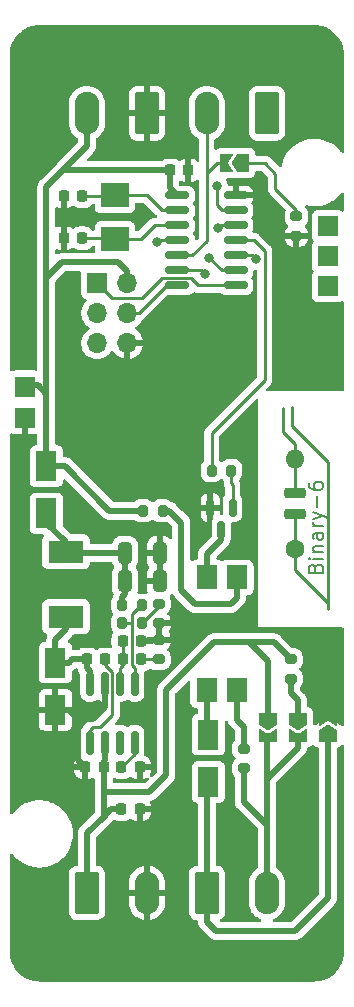
<source format=gtl>
%TF.GenerationSoftware,KiCad,Pcbnew,(5.99.0-11393-ga06b95bb1f)*%
%TF.CreationDate,2021-07-10T21:53:40+02:00*%
%TF.ProjectId,LasS0,4c617353-302e-46b6-9963-61645f706362,v0.1*%
%TF.SameCoordinates,Original*%
%TF.FileFunction,Copper,L1,Top*%
%TF.FilePolarity,Positive*%
%FSLAX46Y46*%
G04 Gerber Fmt 4.6, Leading zero omitted, Abs format (unit mm)*
G04 Created by KiCad (PCBNEW (5.99.0-11393-ga06b95bb1f)) date 2021-07-10 21:53:40*
%MOMM*%
%LPD*%
G01*
G04 APERTURE LIST*
G04 Aperture macros list*
%AMRoundRect*
0 Rectangle with rounded corners*
0 $1 Rounding radius*
0 $2 $3 $4 $5 $6 $7 $8 $9 X,Y pos of 4 corners*
0 Add a 4 corners polygon primitive as box body*
4,1,4,$2,$3,$4,$5,$6,$7,$8,$9,$2,$3,0*
0 Add four circle primitives for the rounded corners*
1,1,$1+$1,$2,$3*
1,1,$1+$1,$4,$5*
1,1,$1+$1,$6,$7*
1,1,$1+$1,$8,$9*
0 Add four rect primitives between the rounded corners*
20,1,$1+$1,$2,$3,$4,$5,0*
20,1,$1+$1,$4,$5,$6,$7,0*
20,1,$1+$1,$6,$7,$8,$9,0*
20,1,$1+$1,$8,$9,$2,$3,0*%
%AMFreePoly0*
4,1,6,1.000000,0.000000,0.500000,-0.750000,-0.500000,-0.750000,-0.500000,0.750000,0.500000,0.750000,1.000000,0.000000,1.000000,0.000000,$1*%
%AMFreePoly1*
4,1,6,0.500000,-0.750000,-0.650000,-0.750000,-0.150000,0.000000,-0.650000,0.750000,0.500000,0.750000,0.500000,-0.750000,0.500000,-0.750000,$1*%
G04 Aperture macros list end*
%ADD10C,0.200000*%
%TA.AperFunction,NonConductor*%
%ADD11C,0.200000*%
%TD*%
%TA.AperFunction,EtchedComponent*%
%ADD12C,0.250000*%
%TD*%
%TA.AperFunction,SMDPad,CuDef*%
%ADD13R,2.400000X2.000000*%
%TD*%
%TA.AperFunction,SMDPad,CuDef*%
%ADD14RoundRect,0.225000X-0.225000X-0.250000X0.225000X-0.250000X0.225000X0.250000X-0.225000X0.250000X0*%
%TD*%
%TA.AperFunction,ComponentPad*%
%ADD15RoundRect,0.249999X0.790001X1.550001X-0.790001X1.550001X-0.790001X-1.550001X0.790001X-1.550001X0*%
%TD*%
%TA.AperFunction,ComponentPad*%
%ADD16O,2.080000X3.600000*%
%TD*%
%TA.AperFunction,SMDPad,CuDef*%
%ADD17RoundRect,0.200000X0.200000X0.275000X-0.200000X0.275000X-0.200000X-0.275000X0.200000X-0.275000X0*%
%TD*%
%TA.AperFunction,SMDPad,CuDef*%
%ADD18RoundRect,0.150000X-0.825000X-0.150000X0.825000X-0.150000X0.825000X0.150000X-0.825000X0.150000X0*%
%TD*%
%TA.AperFunction,SMDPad,CuDef*%
%ADD19FreePoly0,270.000000*%
%TD*%
%TA.AperFunction,SMDPad,CuDef*%
%ADD20FreePoly1,270.000000*%
%TD*%
%TA.AperFunction,SMDPad,CuDef*%
%ADD21RoundRect,0.250000X-0.325000X-0.650000X0.325000X-0.650000X0.325000X0.650000X-0.325000X0.650000X0*%
%TD*%
%TA.AperFunction,ComponentPad*%
%ADD22R,1.700000X1.700000*%
%TD*%
%TA.AperFunction,SMDPad,CuDef*%
%ADD23R,1.780000X2.000000*%
%TD*%
%TA.AperFunction,SMDPad,CuDef*%
%ADD24RoundRect,0.200000X-0.275000X0.200000X-0.275000X-0.200000X0.275000X-0.200000X0.275000X0.200000X0*%
%TD*%
%TA.AperFunction,SMDPad,CuDef*%
%ADD25R,1.800000X2.500000*%
%TD*%
%TA.AperFunction,SMDPad,CuDef*%
%ADD26FreePoly0,180.000000*%
%TD*%
%TA.AperFunction,SMDPad,CuDef*%
%ADD27FreePoly1,180.000000*%
%TD*%
%TA.AperFunction,SMDPad,CuDef*%
%ADD28RoundRect,0.150000X-0.150000X0.587500X-0.150000X-0.587500X0.150000X-0.587500X0.150000X0.587500X0*%
%TD*%
%TA.AperFunction,SMDPad,CuDef*%
%ADD29RoundRect,0.225000X0.225000X0.250000X-0.225000X0.250000X-0.225000X-0.250000X0.225000X-0.250000X0*%
%TD*%
%TA.AperFunction,SMDPad,CuDef*%
%ADD30RoundRect,0.200000X0.275000X-0.200000X0.275000X0.200000X-0.275000X0.200000X-0.275000X-0.200000X0*%
%TD*%
%TA.AperFunction,ComponentPad*%
%ADD31O,1.600000X1.600000*%
%TD*%
%TA.AperFunction,ComponentPad*%
%ADD32C,1.600000*%
%TD*%
%TA.AperFunction,SMDPad,CuDef*%
%ADD33RoundRect,0.225000X0.675000X-0.225000X0.675000X0.225000X-0.675000X0.225000X-0.675000X-0.225000X0*%
%TD*%
%TA.AperFunction,SMDPad,CuDef*%
%ADD34RoundRect,0.200000X-0.200000X-0.275000X0.200000X-0.275000X0.200000X0.275000X-0.200000X0.275000X0*%
%TD*%
%TA.AperFunction,ComponentPad*%
%ADD35RoundRect,0.249999X-0.790001X-1.550001X0.790001X-1.550001X0.790001X1.550001X-0.790001X1.550001X0*%
%TD*%
%TA.AperFunction,ComponentPad*%
%ADD36O,1.700000X1.700000*%
%TD*%
%TA.AperFunction,SMDPad,CuDef*%
%ADD37R,3.000000X1.950000*%
%TD*%
%TA.AperFunction,SMDPad,CuDef*%
%ADD38FreePoly0,90.000000*%
%TD*%
%TA.AperFunction,SMDPad,CuDef*%
%ADD39FreePoly1,90.000000*%
%TD*%
%TA.AperFunction,SMDPad,CuDef*%
%ADD40RoundRect,0.150000X0.150000X-0.825000X0.150000X0.825000X-0.150000X0.825000X-0.150000X-0.825000X0*%
%TD*%
%TA.AperFunction,ViaPad*%
%ADD41C,0.800000*%
%TD*%
%TA.AperFunction,Conductor*%
%ADD42C,0.500000*%
%TD*%
%TA.AperFunction,Conductor*%
%ADD43C,0.250000*%
%TD*%
G04 APERTURE END LIST*
D10*
%TO.C,LOGO1*%
D11*
X160237085Y-105493971D02*
X160294228Y-105322542D01*
X160351371Y-105265400D01*
X160465657Y-105208257D01*
X160637085Y-105208257D01*
X160751371Y-105265400D01*
X160808514Y-105322542D01*
X160865657Y-105436828D01*
X160865657Y-105893971D01*
X159665657Y-105893971D01*
X159665657Y-105493971D01*
X159722800Y-105379685D01*
X159779942Y-105322542D01*
X159894228Y-105265400D01*
X160008514Y-105265400D01*
X160122800Y-105322542D01*
X160179942Y-105379685D01*
X160237085Y-105493971D01*
X160237085Y-105893971D01*
X160865657Y-104693971D02*
X160065657Y-104693971D01*
X159665657Y-104693971D02*
X159722800Y-104751114D01*
X159779942Y-104693971D01*
X159722800Y-104636828D01*
X159665657Y-104693971D01*
X159779942Y-104693971D01*
X160065657Y-104122542D02*
X160865657Y-104122542D01*
X160179942Y-104122542D02*
X160122800Y-104065400D01*
X160065657Y-103951114D01*
X160065657Y-103779685D01*
X160122800Y-103665400D01*
X160237085Y-103608257D01*
X160865657Y-103608257D01*
X160865657Y-102522542D02*
X160237085Y-102522542D01*
X160122800Y-102579685D01*
X160065657Y-102693971D01*
X160065657Y-102922542D01*
X160122800Y-103036828D01*
X160808514Y-102522542D02*
X160865657Y-102636828D01*
X160865657Y-102922542D01*
X160808514Y-103036828D01*
X160694228Y-103093971D01*
X160579942Y-103093971D01*
X160465657Y-103036828D01*
X160408514Y-102922542D01*
X160408514Y-102636828D01*
X160351371Y-102522542D01*
X160865657Y-101951114D02*
X160065657Y-101951114D01*
X160294228Y-101951114D02*
X160179942Y-101893971D01*
X160122800Y-101836828D01*
X160065657Y-101722542D01*
X160065657Y-101608257D01*
X160065657Y-101322542D02*
X160865657Y-101036828D01*
X160065657Y-100751114D02*
X160865657Y-101036828D01*
X161151371Y-101151114D01*
X161208514Y-101208257D01*
X161265657Y-101322542D01*
X160408514Y-100293971D02*
X160408514Y-99379685D01*
X159665657Y-98293971D02*
X159665657Y-98522542D01*
X159722800Y-98636828D01*
X159779942Y-98693971D01*
X159951371Y-98808257D01*
X160179942Y-98865400D01*
X160637085Y-98865400D01*
X160751371Y-98808257D01*
X160808514Y-98751114D01*
X160865657Y-98636828D01*
X160865657Y-98408257D01*
X160808514Y-98293971D01*
X160751371Y-98236828D01*
X160637085Y-98179685D01*
X160351371Y-98179685D01*
X160237085Y-98236828D01*
X160179942Y-98293971D01*
X160122800Y-98408257D01*
X160122800Y-98636828D01*
X160179942Y-98751114D01*
X160237085Y-98808257D01*
X160351371Y-98865400D01*
D12*
X161338800Y-96469400D02*
X161338800Y-108940800D01*
X158544800Y-105613400D02*
X161338800Y-108407400D01*
X158290800Y-91872000D02*
X158290800Y-93421400D01*
X158544800Y-94945400D02*
X157528800Y-93929400D01*
X158544800Y-96215400D02*
X158544800Y-94945400D01*
X158290800Y-93421400D02*
X161338800Y-96469400D01*
X158544800Y-103835400D02*
X158544800Y-105613400D01*
X158544800Y-98755400D02*
X158544800Y-96215400D01*
X158544800Y-103835400D02*
X158544800Y-101295400D01*
X157528800Y-93929400D02*
X157528800Y-91922800D01*
%TD*%
D13*
%TO.P,Y1,1,1*%
%TO.N,Net-(C10-Pad2)*%
X143258000Y-77620000D03*
%TO.P,Y1,2,2*%
%TO.N,Net-(C11-Pad2)*%
X143258000Y-73920000D03*
%TD*%
D14*
%TO.P,C11,1*%
%TO.N,GND*%
X138927000Y-73992000D03*
%TO.P,C11,2*%
%TO.N,Net-(C11-Pad2)*%
X140477000Y-73992000D03*
%TD*%
D15*
%TO.P,J3,1,Pin_1*%
%TO.N,GND*%
X145970000Y-66990000D03*
D16*
%TO.P,J3,2,Pin_2*%
%TO.N,+5V*%
X140890000Y-66990000D03*
%TD*%
D17*
%TO.P,R12,1*%
%TO.N,Net-(Q2-Pad1)*%
X153101500Y-97234500D03*
%TO.P,R12,2*%
%TO.N,Net-(R12-Pad2)*%
X151451500Y-97234500D03*
%TD*%
D18*
%TO.P,U3,1,VCC*%
%TO.N,+5V*%
X148555400Y-73941200D03*
%TO.P,U3,2,XTAL1/PB0*%
%TO.N,Net-(C11-Pad2)*%
X148555400Y-75211200D03*
%TO.P,U3,3,XTAL2/PB1*%
%TO.N,Net-(C10-Pad2)*%
X148555400Y-76481200D03*
%TO.P,U3,4,~RESET~/PB3*%
%TO.N,/RST*%
X148555400Y-77751200D03*
%TO.P,U3,5,PB2*%
%TO.N,/D0*%
X148555400Y-79021200D03*
%TO.P,U3,6,PA7*%
%TO.N,Net-(J9-Pad1)*%
X148555400Y-80291200D03*
%TO.P,U3,7,PA6*%
%TO.N,/MOSI*%
X148555400Y-81561200D03*
%TO.P,U3,8,PA5*%
%TO.N,/MISO*%
X153505400Y-81561200D03*
%TO.P,U3,9,PA4*%
%TO.N,/SCK*%
X153505400Y-80291200D03*
%TO.P,U3,10,PA3*%
%TO.N,Net-(J8-Pad1)*%
X153505400Y-79021200D03*
%TO.P,U3,11,PA2*%
%TO.N,Net-(R12-Pad2)*%
X153505400Y-77751200D03*
%TO.P,U3,12,PA1*%
%TO.N,Net-(J7-Pad1)*%
X153505400Y-76481200D03*
%TO.P,U3,13,AREF/PA0*%
%TO.N,/A0*%
X153505400Y-75211200D03*
%TO.P,U3,14,GND*%
%TO.N,GND*%
X153505400Y-73941200D03*
%TD*%
D19*
%TO.P,JP1_VCC1,1,A*%
%TO.N,VCC*%
X156212000Y-118225000D03*
D20*
%TO.P,JP1_VCC1,2,B*%
%TO.N,/S0+*%
X156212000Y-119675000D03*
%TD*%
D21*
%TO.P,C8,1*%
%TO.N,Net-(C7-Pad1)*%
X144114000Y-106604000D03*
%TO.P,C8,2*%
%TO.N,GND*%
X147064000Y-106604000D03*
%TD*%
D22*
%TO.P,J10,1,Pin_1*%
%TO.N,GND*%
X135638000Y-92788000D03*
%TD*%
D14*
%TO.P,C3,1*%
%TO.N,Net-(C3-Pad1)*%
X140877000Y-113208000D03*
%TO.P,C3,2*%
%TO.N,Net-(C3-Pad2)*%
X142427000Y-113208000D03*
%TD*%
D23*
%TO.P,U2,1*%
%TO.N,Net-(R8-Pad1)*%
X153590000Y-106284000D03*
%TO.P,U2,2*%
%TO.N,Net-(Q2-Pad3)*%
X151050000Y-106284000D03*
%TO.P,U2,3*%
%TO.N,Net-(D3-Pad2)*%
X151050000Y-115814000D03*
%TO.P,U2,4*%
%TO.N,Net-(R9-Pad1)*%
X153590000Y-115814000D03*
%TD*%
D24*
%TO.P,R5,1*%
%TO.N,Net-(JP2_D1-Pad1)*%
X158625000Y-75707000D03*
%TO.P,R5,2*%
%TO.N,GND*%
X158625000Y-77357000D03*
%TD*%
D25*
%TO.P,D1,1,K*%
%TO.N,Net-(C3-Pad1)*%
X138223000Y-113494000D03*
%TO.P,D1,2,A*%
%TO.N,GND*%
X138223000Y-117494000D03*
%TD*%
D22*
%TO.P,J6,1,Pin_1*%
%TO.N,+5V*%
X135638000Y-90121000D03*
%TD*%
D26*
%TO.P,JP2_D1,1,A*%
%TO.N,Net-(JP2_D1-Pad1)*%
X154143000Y-71198000D03*
D27*
%TO.P,JP2_D1,2,B*%
%TO.N,/D0*%
X152693000Y-71198000D03*
%TD*%
D14*
%TO.P,C5,1*%
%TO.N,Net-(C5-Pad1)*%
X143925000Y-113208000D03*
%TO.P,C5,2*%
%TO.N,Net-(C5-Pad2)*%
X145475000Y-113208000D03*
%TD*%
D28*
%TO.P,Q2,1,G*%
%TO.N,Net-(Q2-Pad1)*%
X153226500Y-100361000D03*
%TO.P,Q2,2,S*%
%TO.N,GND*%
X151326500Y-100361000D03*
%TO.P,Q2,3,D*%
%TO.N,Net-(Q2-Pad3)*%
X152276500Y-102236000D03*
%TD*%
D22*
%TO.P,J9,1,Pin_1*%
%TO.N,Net-(J9-Pad1)*%
X161292000Y-81612000D03*
%TD*%
D24*
%TO.P,R10,1*%
%TO.N,VCC*%
X158162000Y-113195800D03*
%TO.P,R10,2*%
%TO.N,Net-(JP1_PU1-Pad1)*%
X158162000Y-114845800D03*
%TD*%
%TO.P,R4,1*%
%TO.N,Net-(R3-Pad2)*%
X146986000Y-108510000D03*
%TO.P,R4,2*%
%TO.N,GND*%
X146986000Y-110160000D03*
%TD*%
D29*
%TO.P,C2,1*%
%TO.N,VCC*%
X142300000Y-122352000D03*
%TO.P,C2,2*%
%TO.N,GND*%
X140750000Y-122352000D03*
%TD*%
D25*
%TO.P,D3,1,K*%
%TO.N,/S0-*%
X151177000Y-123590000D03*
%TO.P,D3,2,A*%
%TO.N,Net-(D3-Pad2)*%
X151177000Y-119590000D03*
%TD*%
D22*
%TO.P,J7,1,Pin_1*%
%TO.N,Net-(J7-Pad1)*%
X161292000Y-76532000D03*
%TD*%
D15*
%TO.P,J4,1,Pin_1*%
%TO.N,/A0*%
X156130000Y-66990000D03*
D16*
%TO.P,J4,2,Pin_2*%
%TO.N,/D0*%
X151050000Y-66990000D03*
%TD*%
D30*
%TO.P,R1,1*%
%TO.N,Net-(C5-Pad2)*%
X146986000Y-113208000D03*
%TO.P,R1,2*%
%TO.N,GND*%
X146986000Y-111558000D03*
%TD*%
D17*
%TO.P,R8,1*%
%TO.N,Net-(R8-Pad1)*%
X147303000Y-100635000D03*
%TO.P,R8,2*%
%TO.N,+5V*%
X145653000Y-100635000D03*
%TD*%
D22*
%TO.P,J8,1,Pin_1*%
%TO.N,Net-(J8-Pad1)*%
X161292000Y-79072000D03*
%TD*%
D25*
%TO.P,D2,1,K*%
%TO.N,+5V*%
X137461000Y-96857000D03*
%TO.P,D2,2,A*%
%TO.N,Net-(C7-Pad1)*%
X137461000Y-100857000D03*
%TD*%
D29*
%TO.P,C1,1*%
%TO.N,GND*%
X145348000Y-125908000D03*
%TO.P,C1,2*%
%TO.N,VCC*%
X143798000Y-125908000D03*
%TD*%
D31*
%TO.P,LOGO1,*%
%TO.N,*%
X158544800Y-96215400D03*
D32*
X158544800Y-103835400D03*
D33*
X158544800Y-100895400D03*
X158544800Y-99155400D03*
%TD*%
D19*
%TO.P,JP1_PU1,1,A*%
%TO.N,Net-(JP1_PU1-Pad1)*%
X158752000Y-118225000D03*
D20*
%TO.P,JP1_PU1,2,B*%
%TO.N,/S0+*%
X158752000Y-119675000D03*
%TD*%
D34*
%TO.P,R2,1*%
%TO.N,Net-(C7-Pad1)*%
X143875000Y-108636000D03*
%TO.P,R2,2*%
%TO.N,Net-(R2-Pad2)*%
X145525000Y-108636000D03*
%TD*%
%TO.P,R3,1*%
%TO.N,Net-(R2-Pad2)*%
X143875000Y-110160000D03*
%TO.P,R3,2*%
%TO.N,Net-(R3-Pad2)*%
X145525000Y-110160000D03*
%TD*%
D35*
%TO.P,J1,1,Pin_1*%
%TO.N,VCC*%
X140890000Y-132990000D03*
D16*
%TO.P,J1,2,Pin_2*%
%TO.N,GND*%
X145970000Y-132990000D03*
%TD*%
D24*
%TO.P,R9,1*%
%TO.N,Net-(R9-Pad1)*%
X154180000Y-120765000D03*
%TO.P,R9,2*%
%TO.N,/S0+*%
X154180000Y-122415000D03*
%TD*%
D14*
%TO.P,C4,1*%
%TO.N,Net-(C4-Pad1)*%
X143798000Y-122352000D03*
%TO.P,C4,2*%
%TO.N,GND*%
X145348000Y-122352000D03*
%TD*%
D22*
%TO.P,J5,1,MISO*%
%TO.N,/MISO*%
X141759400Y-81358000D03*
D36*
%TO.P,J5,2,VCC*%
%TO.N,+5V*%
X144299400Y-81358000D03*
%TO.P,J5,3,SCK*%
%TO.N,/SCK*%
X141759400Y-83898000D03*
%TO.P,J5,4,MOSI*%
%TO.N,/MOSI*%
X144299400Y-83898000D03*
%TO.P,J5,5,RST*%
%TO.N,/RST*%
X141759400Y-86438000D03*
%TO.P,J5,6,GND*%
%TO.N,GND*%
X144299400Y-86438000D03*
%TD*%
D37*
%TO.P,L1,1,1*%
%TO.N,Net-(C7-Pad1)*%
X139112000Y-104108000D03*
%TO.P,L1,2,2*%
%TO.N,Net-(C3-Pad1)*%
X139112000Y-109608000D03*
%TD*%
D35*
%TO.P,J2,1,Pin_1*%
%TO.N,/S0-*%
X151050000Y-132990000D03*
D16*
%TO.P,J2,2,Pin_2*%
%TO.N,/S0+*%
X156130000Y-132990000D03*
%TD*%
D38*
%TO.P,JP1_D1,1,A*%
%TO.N,/S0-*%
X161292000Y-119675000D03*
D39*
%TO.P,JP1_D1,2,B*%
%TO.N,GND*%
X161292000Y-118225000D03*
%TD*%
D21*
%TO.P,C7,1*%
%TO.N,Net-(C7-Pad1)*%
X144114000Y-104191000D03*
%TO.P,C7,2*%
%TO.N,GND*%
X147064000Y-104191000D03*
%TD*%
D40*
%TO.P,U1,1,BOOT*%
%TO.N,Net-(C3-Pad2)*%
X141144000Y-120255000D03*
%TO.P,U1,2,VIN*%
%TO.N,VCC*%
X142414000Y-120255000D03*
%TO.P,U1,3,EN*%
%TO.N,unconnected-(U1-Pad3)*%
X143684000Y-120255000D03*
%TO.P,U1,4,SS*%
%TO.N,Net-(C4-Pad1)*%
X144954000Y-120255000D03*
%TO.P,U1,5,VSNS*%
%TO.N,Net-(R2-Pad2)*%
X144954000Y-115305000D03*
%TO.P,U1,6,COMP*%
%TO.N,Net-(C5-Pad1)*%
X143684000Y-115305000D03*
%TO.P,U1,7,GND*%
%TO.N,GND*%
X142414000Y-115305000D03*
%TO.P,U1,8,PH*%
%TO.N,Net-(C3-Pad1)*%
X141144000Y-115305000D03*
%TD*%
D14*
%TO.P,C6,1*%
%TO.N,Net-(C5-Pad1)*%
X143925000Y-111684000D03*
%TO.P,C6,2*%
%TO.N,GND*%
X145475000Y-111684000D03*
%TD*%
D29*
%TO.P,C9,1*%
%TO.N,GND*%
X149468600Y-71807600D03*
%TO.P,C9,2*%
%TO.N,+5V*%
X147918600Y-71807600D03*
%TD*%
D14*
%TO.P,C10,1*%
%TO.N,GND*%
X138927000Y-77548000D03*
%TO.P,C10,2*%
%TO.N,Net-(C10-Pad2)*%
X140477000Y-77548000D03*
%TD*%
D41*
%TO.N,GND*%
X149100000Y-98122000D03*
X138940000Y-75770000D03*
X157609000Y-125427000D03*
X135257000Y-78183000D03*
X160956000Y-113970000D03*
X155450000Y-74627000D03*
X140718000Y-75770000D03*
X140636000Y-117399000D03*
X147748000Y-83363000D03*
X158117000Y-83644000D03*
X149658800Y-111507800D03*
X139956000Y-95582000D03*
X160276000Y-89232000D03*
%TO.N,/A0*%
X151894000Y-73103000D03*
%TO.N,/RST*%
X146814000Y-77859989D03*
%TO.N,/SCK*%
X151225900Y-79232100D03*
%TO.N,Net-(J7-Pad1)*%
X152021000Y-76659000D03*
%TO.N,Net-(J8-Pad1)*%
X155196000Y-79326000D03*
%TO.N,Net-(J9-Pad1)*%
X150878000Y-80596000D03*
%TD*%
D42*
%TO.N,GND*%
X141398000Y-118288000D02*
X140128000Y-118288000D01*
X140750000Y-122352000D02*
X140128000Y-121730000D01*
X146097000Y-111684000D02*
X146223000Y-111558000D01*
X142414000Y-117272000D02*
X141398000Y-118288000D01*
X146986000Y-110160000D02*
X146986000Y-111558000D01*
X140128000Y-121730000D02*
X140128000Y-118288000D01*
X142414000Y-115305000D02*
X142414000Y-117272000D01*
X139334000Y-117494000D02*
X138223000Y-117494000D01*
X145475000Y-111684000D02*
X146097000Y-111684000D01*
X146223000Y-111558000D02*
X146986000Y-111558000D01*
X140128000Y-118288000D02*
X139334000Y-117494000D01*
X147064000Y-104191000D02*
X147064000Y-106604000D01*
%TO.N,VCC*%
X156212000Y-113385200D02*
X154600200Y-111773400D01*
X147595600Y-115798800D02*
X151621000Y-111773400D01*
X142300000Y-124447200D02*
X142300000Y-122352000D01*
X140890000Y-127940000D02*
X142300000Y-126530000D01*
X142300000Y-122352000D02*
X142300000Y-121831000D01*
X156212000Y-118225000D02*
X156212000Y-113385200D01*
X143798000Y-125908000D02*
X142922000Y-125908000D01*
X142312400Y-124434800D02*
X146173200Y-124434800D01*
X146173200Y-124434800D02*
X147595600Y-123012400D01*
X154600200Y-111773400D02*
X156739600Y-111773400D01*
X142922000Y-125908000D02*
X142300000Y-126530000D01*
X151621000Y-111773400D02*
X154600200Y-111773400D01*
X142300000Y-126530000D02*
X142300000Y-124447200D01*
X142300000Y-124447200D02*
X142312400Y-124434800D01*
X147595600Y-123012400D02*
X147595600Y-115798800D01*
X142300000Y-121831000D02*
X142414000Y-121717000D01*
X142414000Y-121717000D02*
X142414000Y-120255000D01*
X156739600Y-111773400D02*
X158162000Y-113195800D01*
X140890000Y-132990000D02*
X140890000Y-127940000D01*
%TO.N,Net-(C3-Pad1)*%
X139334000Y-113494000D02*
X139620000Y-113208000D01*
X139620000Y-113208000D02*
X140877000Y-113208000D01*
X140877000Y-113208000D02*
X140877000Y-113957000D01*
X138223000Y-113494000D02*
X139334000Y-113494000D01*
X139112000Y-109608000D02*
X139112000Y-110668000D01*
X141144000Y-114224000D02*
X141144000Y-115305000D01*
X140877000Y-113957000D02*
X141144000Y-114224000D01*
X139112000Y-110668000D02*
X138223000Y-111557000D01*
X138223000Y-111557000D02*
X138223000Y-113494000D01*
D43*
%TO.N,Net-(C3-Pad2)*%
X141144000Y-119177000D02*
X141144000Y-120255000D01*
X142033000Y-118923000D02*
X141398000Y-118923000D01*
X142427000Y-113664854D02*
X143038520Y-114276374D01*
X141398000Y-118923000D02*
X141144000Y-119177000D01*
X142427000Y-113208000D02*
X142427000Y-113664854D01*
X143038520Y-117917480D02*
X142033000Y-118923000D01*
X143038520Y-114276374D02*
X143038520Y-117917480D01*
%TO.N,Net-(C4-Pad1)*%
X143798000Y-122352000D02*
X144954000Y-121196000D01*
X144954000Y-121196000D02*
X144954000Y-120255000D01*
%TO.N,Net-(C5-Pad1)*%
X143925000Y-113729000D02*
X143684000Y-113970000D01*
X143925000Y-111684000D02*
X143925000Y-113208000D01*
X143925000Y-113208000D02*
X143925000Y-113729000D01*
X143684000Y-113970000D02*
X143684000Y-115305000D01*
%TO.N,Net-(C5-Pad2)*%
X145475000Y-113208000D02*
X146986000Y-113208000D01*
D42*
%TO.N,Net-(C7-Pad1)*%
X144114000Y-107698000D02*
X143875000Y-107937000D01*
X137461000Y-100857000D02*
X137461000Y-101651000D01*
X139195000Y-104191000D02*
X139112000Y-104108000D01*
X139112000Y-103302000D02*
X139112000Y-104108000D01*
X137461000Y-101651000D02*
X139112000Y-103302000D01*
X144114000Y-104191000D02*
X139195000Y-104191000D01*
X144114000Y-106604000D02*
X144114000Y-107698000D01*
X143875000Y-107937000D02*
X143875000Y-108636000D01*
X144114000Y-106604000D02*
X144114000Y-104191000D01*
%TO.N,+5V*%
X137461000Y-90711000D02*
X137461000Y-88951000D01*
X135638000Y-89994000D02*
X136744000Y-89994000D01*
X137461000Y-96857000D02*
X139017000Y-96857000D01*
X147918600Y-71807600D02*
X147918600Y-73304400D01*
X138856400Y-71807600D02*
X138618800Y-72045200D01*
X136744000Y-89994000D02*
X137461000Y-90711000D01*
X142394400Y-71807600D02*
X138856400Y-71807600D01*
X147918600Y-71807600D02*
X142394400Y-71807600D01*
X137461000Y-88951000D02*
X137461000Y-80895000D01*
X144299400Y-81358000D02*
X144299400Y-80367400D01*
X137461000Y-96857000D02*
X137461000Y-90711000D01*
X143512000Y-79580000D02*
X138776000Y-79580000D01*
X140890000Y-69774000D02*
X140890000Y-66990000D01*
X144299400Y-80367400D02*
X143512000Y-79580000D01*
X138776000Y-79580000D02*
X137461000Y-80895000D01*
X138618800Y-72045200D02*
X140890000Y-69774000D01*
X137461000Y-73203000D02*
X138618800Y-72045200D01*
X147918600Y-73304400D02*
X148555400Y-73941200D01*
X142795000Y-100635000D02*
X145653000Y-100635000D01*
X139017000Y-96857000D02*
X142795000Y-100635000D01*
X137461000Y-80895000D02*
X137461000Y-73203000D01*
%TO.N,/S0-*%
X151050000Y-132990000D02*
X151050000Y-135433000D01*
X151050000Y-135433000D02*
X151812000Y-136195000D01*
X151812000Y-136195000D02*
X158543000Y-136195000D01*
X151177000Y-123590000D02*
X151050000Y-123717000D01*
X151050000Y-123717000D02*
X151050000Y-132990000D01*
X161292000Y-133446000D02*
X161292000Y-119675000D01*
X158543000Y-136195000D02*
X161292000Y-133446000D01*
%TO.N,Net-(D3-Pad2)*%
X151177000Y-119590000D02*
X151050000Y-119463000D01*
X151050000Y-117272000D02*
X151050000Y-115814000D01*
X151050000Y-119463000D02*
X151050000Y-115814000D01*
%TO.N,/S0+*%
X156130000Y-119757000D02*
X156212000Y-119675000D01*
X154180000Y-125300000D02*
X156130000Y-127250000D01*
X156130000Y-127250000D02*
X156130000Y-123350000D01*
X156130000Y-123350000D02*
X158752000Y-120728000D01*
X156130000Y-123350000D02*
X156130000Y-119757000D01*
X154180000Y-125300000D02*
X154180000Y-122415000D01*
X156130000Y-127250000D02*
X156130000Y-132990000D01*
X158752000Y-120728000D02*
X158752000Y-119675000D01*
D43*
%TO.N,/A0*%
X153505400Y-75211200D02*
X152351200Y-75211200D01*
X152351200Y-75211200D02*
X151894000Y-74754000D01*
X151894000Y-74754000D02*
X151894000Y-73103000D01*
%TO.N,/D0*%
X151050000Y-72042000D02*
X151050000Y-77782400D01*
X152693000Y-71198000D02*
X151894000Y-71198000D01*
X149811200Y-79021200D02*
X148555400Y-79021200D01*
X151050000Y-77782400D02*
X149811200Y-79021200D01*
X151050000Y-66990000D02*
X151050000Y-72042000D01*
X151894000Y-71198000D02*
X151050000Y-72042000D01*
%TO.N,Net-(C10-Pad2)*%
X146610800Y-76481200D02*
X145472000Y-77620000D01*
X140477000Y-77548000D02*
X143186000Y-77548000D01*
X148555400Y-76481200D02*
X146610800Y-76481200D01*
X143186000Y-77548000D02*
X143258000Y-77620000D01*
X145472000Y-77620000D02*
X143258000Y-77620000D01*
%TO.N,Net-(C11-Pad2)*%
X147271200Y-75211200D02*
X145980000Y-73920000D01*
X140477000Y-73992000D02*
X143186000Y-73992000D01*
X143186000Y-73992000D02*
X143258000Y-73920000D01*
X145980000Y-73920000D02*
X143258000Y-73920000D01*
X148555400Y-75211200D02*
X147271200Y-75211200D01*
%TO.N,/RST*%
X148555400Y-77751200D02*
X146922789Y-77751200D01*
X146922789Y-77751200D02*
X146814000Y-77859989D01*
%TO.N,Net-(Q2-Pad1)*%
X153226500Y-100361000D02*
X153226500Y-98438500D01*
X153226500Y-98438500D02*
X153101500Y-98313500D01*
X153101500Y-98313500D02*
X153101500Y-97234500D01*
%TO.N,/MOSI*%
X145290000Y-83898000D02*
X144299400Y-83898000D01*
X148555400Y-81561200D02*
X147626800Y-81561200D01*
X148555400Y-81561200D02*
X147580400Y-81561200D01*
X147626800Y-81561200D02*
X145290000Y-83898000D01*
%TO.N,Net-(R2-Pad2)*%
X144700000Y-109398000D02*
X144700000Y-110160000D01*
X143875000Y-110160000D02*
X144700000Y-110160000D01*
X144954000Y-113970000D02*
X144954000Y-115305000D01*
X144700000Y-113716000D02*
X144954000Y-113970000D01*
X144700000Y-110160000D02*
X144700000Y-113716000D01*
X145525000Y-108636000D02*
X145462000Y-108636000D01*
X145462000Y-108636000D02*
X144700000Y-109398000D01*
%TO.N,Net-(R3-Pad2)*%
X146986000Y-108699000D02*
X145525000Y-110160000D01*
X146986000Y-108510000D02*
X146986000Y-108699000D01*
D42*
%TO.N,Net-(R8-Pad1)*%
X148891000Y-101651000D02*
X147875000Y-100635000D01*
X148891000Y-107366000D02*
X148891000Y-101651000D01*
X153590000Y-108001000D02*
X153082000Y-108509000D01*
X150034000Y-108509000D02*
X148891000Y-107366000D01*
X153082000Y-108509000D02*
X150034000Y-108509000D01*
X153590000Y-106284000D02*
X153590000Y-108001000D01*
X147875000Y-100635000D02*
X147303000Y-100635000D01*
%TO.N,Net-(R9-Pad1)*%
X154180000Y-118950000D02*
X154180000Y-120765000D01*
X153590000Y-115814000D02*
X153590000Y-118360000D01*
X153590000Y-118360000D02*
X154180000Y-118950000D01*
D43*
%TO.N,/SCK*%
X153505400Y-80291200D02*
X152285000Y-80291200D01*
X152285000Y-80291200D02*
X151225900Y-79232100D01*
%TO.N,/MISO*%
X150319200Y-81561200D02*
X149694680Y-80936680D01*
X143029400Y-82628000D02*
X141759400Y-81358000D01*
X145544000Y-82628000D02*
X143029400Y-82628000D01*
X149694680Y-80936680D02*
X147235320Y-80936680D01*
X147235320Y-80936680D02*
X145544000Y-82628000D01*
X153505400Y-81561200D02*
X150319200Y-81561200D01*
%TO.N,Net-(J7-Pad1)*%
X152198800Y-76481200D02*
X152021000Y-76659000D01*
X161241200Y-76481200D02*
X161292000Y-76532000D01*
X153505400Y-76481200D02*
X152198800Y-76481200D01*
%TO.N,Net-(J8-Pad1)*%
X154891200Y-79021200D02*
X155196000Y-79326000D01*
X153505400Y-79021200D02*
X154891200Y-79021200D01*
%TO.N,Net-(J9-Pad1)*%
X150573200Y-80291200D02*
X150878000Y-80596000D01*
X148555400Y-80291200D02*
X150573200Y-80291200D01*
D42*
%TO.N,Net-(JP1_PU1-Pad1)*%
X158752000Y-116664000D02*
X158752000Y-118225000D01*
X158162000Y-116074000D02*
X158752000Y-116664000D01*
X158162000Y-114845800D02*
X158162000Y-116074000D01*
%TO.N,Net-(Q2-Pad3)*%
X152276500Y-103073500D02*
X151050000Y-104300000D01*
X152276500Y-102236000D02*
X152276500Y-103073500D01*
X151050000Y-104300000D02*
X151050000Y-106284000D01*
D43*
%TO.N,Net-(R12-Pad2)*%
X155043600Y-77751200D02*
X153505400Y-77751200D01*
X151451500Y-97234500D02*
X151451500Y-94030600D01*
X155958000Y-89524100D02*
X155958000Y-78665600D01*
X155958000Y-78665600D02*
X155043600Y-77751200D01*
X151451500Y-94030600D02*
X155958000Y-89524100D01*
%TO.N,Net-(JP2_D1-Pad1)*%
X158625000Y-75135000D02*
X158625000Y-75707000D01*
X154143000Y-71198000D02*
X155958000Y-71198000D01*
X156847000Y-72087000D02*
X156847000Y-73357000D01*
X156847000Y-73357000D02*
X158625000Y-75135000D01*
X155958000Y-71198000D02*
X156847000Y-72087000D01*
%TD*%
%TA.AperFunction,Conductor*%
%TO.N,GND*%
G36*
X135834121Y-92554002D02*
G01*
X135880614Y-92607658D01*
X135892000Y-92660000D01*
X135892000Y-94132885D01*
X135896475Y-94148124D01*
X135897865Y-94149329D01*
X135905548Y-94151000D01*
X136485743Y-94151000D01*
X136490250Y-94150839D01*
X136561008Y-94145778D01*
X136561098Y-94147034D01*
X136624723Y-94153877D01*
X136680002Y-94198428D01*
X136702500Y-94270284D01*
X136702500Y-94967500D01*
X136682498Y-95035621D01*
X136628842Y-95082114D01*
X136576500Y-95093500D01*
X136561000Y-95093500D01*
X136487921Y-95098727D01*
X136434884Y-95114300D01*
X136356330Y-95137365D01*
X136356328Y-95137366D01*
X136347684Y-95139904D01*
X136340105Y-95144775D01*
X136232309Y-95214051D01*
X136232306Y-95214053D01*
X136224729Y-95218923D01*
X136218828Y-95225733D01*
X136134918Y-95322569D01*
X136134916Y-95322572D01*
X136129016Y-95329381D01*
X136068300Y-95462330D01*
X136067018Y-95471245D01*
X136067018Y-95471246D01*
X136048139Y-95602552D01*
X136048138Y-95602559D01*
X136047500Y-95607000D01*
X136047500Y-98107000D01*
X136052727Y-98180079D01*
X136071130Y-98242754D01*
X136087881Y-98299802D01*
X136093904Y-98320316D01*
X136110759Y-98346542D01*
X136168051Y-98435691D01*
X136168053Y-98435694D01*
X136172923Y-98443271D01*
X136179733Y-98449172D01*
X136276569Y-98533082D01*
X136276572Y-98533084D01*
X136283381Y-98538984D01*
X136416330Y-98599700D01*
X136425245Y-98600982D01*
X136425246Y-98600982D01*
X136556552Y-98619861D01*
X136556559Y-98619862D01*
X136561000Y-98620500D01*
X138361000Y-98620500D01*
X138434079Y-98615273D01*
X138538846Y-98584511D01*
X138565670Y-98576635D01*
X138565672Y-98576634D01*
X138574316Y-98574096D01*
X138660171Y-98518920D01*
X138689691Y-98499949D01*
X138689694Y-98499947D01*
X138697271Y-98495077D01*
X138737048Y-98449172D01*
X138787082Y-98391431D01*
X138787084Y-98391428D01*
X138792984Y-98384619D01*
X138807388Y-98353078D01*
X138849958Y-98259864D01*
X138849958Y-98259863D01*
X138853700Y-98251670D01*
X138858579Y-98217737D01*
X138873861Y-98111448D01*
X138873862Y-98111441D01*
X138874500Y-98107000D01*
X138874500Y-98091371D01*
X138894502Y-98023250D01*
X138948158Y-97976757D01*
X139018432Y-97966653D01*
X139083012Y-97996147D01*
X139089595Y-98002276D01*
X142211997Y-101124678D01*
X142224382Y-101139089D01*
X142236611Y-101155706D01*
X142256603Y-101172690D01*
X142275351Y-101188618D01*
X142282867Y-101195548D01*
X142288985Y-101201666D01*
X142312372Y-101220169D01*
X142315752Y-101222941D01*
X142360002Y-101260534D01*
X142371376Y-101270197D01*
X142377897Y-101273527D01*
X142382888Y-101276855D01*
X142388057Y-101280047D01*
X142393803Y-101284594D01*
X142459910Y-101315491D01*
X142463839Y-101317411D01*
X142528865Y-101350615D01*
X142535970Y-101352354D01*
X142541623Y-101354456D01*
X142547373Y-101356369D01*
X142554002Y-101359467D01*
X142561162Y-101360956D01*
X142561173Y-101360960D01*
X142625493Y-101374339D01*
X142629780Y-101375309D01*
X142695172Y-101391310D01*
X142695178Y-101391311D01*
X142700630Y-101392645D01*
X142706234Y-101392993D01*
X142706236Y-101392993D01*
X142713024Y-101393414D01*
X142716421Y-101393671D01*
X142719961Y-101393987D01*
X142727129Y-101395478D01*
X142734446Y-101395280D01*
X142782539Y-101393978D01*
X142798517Y-101393546D01*
X142801925Y-101393500D01*
X144882888Y-101393500D01*
X144951009Y-101413502D01*
X144966705Y-101425422D01*
X144978907Y-101436294D01*
X145040123Y-101490836D01*
X145040125Y-101490838D01*
X145045796Y-101495890D01*
X145052505Y-101499442D01*
X145052509Y-101499445D01*
X145190589Y-101572555D01*
X145190592Y-101572556D01*
X145197304Y-101576110D01*
X145363575Y-101617874D01*
X145369338Y-101618237D01*
X145369341Y-101618237D01*
X145371530Y-101618375D01*
X145371546Y-101618376D01*
X145373525Y-101618500D01*
X145894317Y-101618500D01*
X146023194Y-101602904D01*
X146183562Y-101542306D01*
X146201571Y-101529929D01*
X146318587Y-101449506D01*
X146318589Y-101449505D01*
X146324846Y-101445204D01*
X146342470Y-101425424D01*
X146381076Y-101382093D01*
X146441326Y-101344537D01*
X146512316Y-101345517D01*
X146567218Y-101381004D01*
X146567796Y-101381846D01*
X146573466Y-101386898D01*
X146573468Y-101386900D01*
X146690123Y-101490836D01*
X146690125Y-101490838D01*
X146695796Y-101495890D01*
X146702505Y-101499442D01*
X146702509Y-101499445D01*
X146840589Y-101572555D01*
X146840592Y-101572556D01*
X146847304Y-101576110D01*
X147013575Y-101617874D01*
X147019338Y-101618237D01*
X147019341Y-101618237D01*
X147021530Y-101618375D01*
X147021546Y-101618376D01*
X147023525Y-101618500D01*
X147544317Y-101618500D01*
X147673194Y-101602904D01*
X147680307Y-101600216D01*
X147681387Y-101599951D01*
X147752313Y-101603126D01*
X147800538Y-101633219D01*
X148095595Y-101928276D01*
X148129621Y-101990588D01*
X148132500Y-102017371D01*
X148132500Y-102908473D01*
X148112498Y-102976594D01*
X148058842Y-103023087D01*
X147988568Y-103033191D01*
X147919847Y-102999946D01*
X147851371Y-102935078D01*
X147839724Y-102926365D01*
X147699571Y-102844957D01*
X147686246Y-102839163D01*
X147530300Y-102791932D01*
X147517677Y-102789484D01*
X147447816Y-102783249D01*
X147442221Y-102783000D01*
X147336115Y-102783000D01*
X147320876Y-102787475D01*
X147319671Y-102788865D01*
X147318000Y-102796548D01*
X147318000Y-106732000D01*
X147297998Y-106800121D01*
X147244342Y-106846614D01*
X147192000Y-106858000D01*
X145999115Y-106858000D01*
X145983876Y-106862475D01*
X145982671Y-106863865D01*
X145981000Y-106871548D01*
X145981000Y-107293223D01*
X145981424Y-107300524D01*
X145995617Y-107422255D01*
X145998963Y-107436410D01*
X146023092Y-107502884D01*
X146027533Y-107573741D01*
X145992961Y-107635751D01*
X145930351Y-107669227D01*
X145873959Y-107668079D01*
X145820029Y-107654533D01*
X145820023Y-107654532D01*
X145814425Y-107653126D01*
X145808662Y-107652763D01*
X145808659Y-107652763D01*
X145806470Y-107652625D01*
X145806454Y-107652624D01*
X145804475Y-107652500D01*
X145283683Y-107652500D01*
X145283683Y-107651474D01*
X145218813Y-107636594D01*
X145169181Y-107585828D01*
X145154873Y-107516288D01*
X145159853Y-107490172D01*
X145188558Y-107395395D01*
X145188558Y-107395394D01*
X145190433Y-107389204D01*
X145197500Y-107310022D01*
X145197500Y-105911114D01*
X145182022Y-105778357D01*
X145137883Y-105656754D01*
X145124184Y-105619015D01*
X145121687Y-105612136D01*
X145025591Y-105465564D01*
X145004968Y-105397629D01*
X145024348Y-105329329D01*
X145039492Y-105309825D01*
X145045324Y-105303669D01*
X145050358Y-105298355D01*
X145139175Y-105145445D01*
X145190433Y-104976204D01*
X145192298Y-104955309D01*
X145197251Y-104899815D01*
X145197251Y-104899809D01*
X145197500Y-104897022D01*
X145197500Y-104458548D01*
X145981000Y-104458548D01*
X145981000Y-104880223D01*
X145981424Y-104887524D01*
X145995617Y-105009255D01*
X145998963Y-105023410D01*
X146054263Y-105175761D01*
X146060773Y-105188760D01*
X146153040Y-105329491D01*
X146173663Y-105397426D01*
X146154283Y-105465727D01*
X146139139Y-105485230D01*
X146133081Y-105491625D01*
X146124365Y-105503276D01*
X146042957Y-105643429D01*
X146037163Y-105656754D01*
X145989932Y-105812700D01*
X145987484Y-105825323D01*
X145981249Y-105895184D01*
X145981000Y-105900779D01*
X145981000Y-106331885D01*
X145985475Y-106347124D01*
X145986865Y-106348329D01*
X145994548Y-106350000D01*
X146791885Y-106350000D01*
X146807124Y-106345525D01*
X146808329Y-106344135D01*
X146810000Y-106336452D01*
X146810000Y-104463115D01*
X146805525Y-104447876D01*
X146804135Y-104446671D01*
X146796452Y-104445000D01*
X145999115Y-104445000D01*
X145983876Y-104449475D01*
X145982671Y-104450865D01*
X145981000Y-104458548D01*
X145197500Y-104458548D01*
X145197500Y-103498114D01*
X145196295Y-103487779D01*
X145981000Y-103487779D01*
X145981000Y-103918885D01*
X145985475Y-103934124D01*
X145986865Y-103935329D01*
X145994548Y-103937000D01*
X146791885Y-103937000D01*
X146807124Y-103932525D01*
X146808329Y-103931135D01*
X146810000Y-103923452D01*
X146810000Y-102801115D01*
X146805525Y-102785876D01*
X146804135Y-102784671D01*
X146796452Y-102783000D01*
X146699777Y-102783000D01*
X146692476Y-102783424D01*
X146570745Y-102797617D01*
X146556590Y-102800963D01*
X146404239Y-102856263D01*
X146391240Y-102862773D01*
X146255694Y-102951641D01*
X146244542Y-102960965D01*
X146133078Y-103078629D01*
X146124365Y-103090276D01*
X146042957Y-103230429D01*
X146037163Y-103243754D01*
X145989932Y-103399700D01*
X145987484Y-103412323D01*
X145981249Y-103482184D01*
X145981000Y-103487779D01*
X145196295Y-103487779D01*
X145182022Y-103365357D01*
X145172686Y-103339635D01*
X145124184Y-103206015D01*
X145121687Y-103199136D01*
X145045968Y-103083645D01*
X145028743Y-103057372D01*
X145028742Y-103057371D01*
X145024731Y-103051253D01*
X144896355Y-102929642D01*
X144743445Y-102840825D01*
X144574204Y-102789567D01*
X144567764Y-102788992D01*
X144567763Y-102788992D01*
X144497815Y-102782749D01*
X144497809Y-102782749D01*
X144495022Y-102782500D01*
X143746114Y-102782500D01*
X143650894Y-102793602D01*
X143620629Y-102797130D01*
X143620628Y-102797130D01*
X143613357Y-102797978D01*
X143606479Y-102800474D01*
X143606477Y-102800475D01*
X143454015Y-102855816D01*
X143447136Y-102858313D01*
X143370629Y-102908473D01*
X143330050Y-102935078D01*
X143299253Y-102955269D01*
X143177642Y-103083645D01*
X143088825Y-103236555D01*
X143086704Y-103243559D01*
X143086702Y-103243563D01*
X143056579Y-103343023D01*
X143017690Y-103402421D01*
X142952861Y-103431365D01*
X142935989Y-103432500D01*
X141251500Y-103432500D01*
X141183379Y-103412498D01*
X141136886Y-103358842D01*
X141125500Y-103306500D01*
X141125500Y-103133000D01*
X141120273Y-103059921D01*
X141089545Y-102955269D01*
X141081635Y-102928330D01*
X141081634Y-102928328D01*
X141079096Y-102919684D01*
X141039655Y-102858313D01*
X141004949Y-102804309D01*
X141004947Y-102804306D01*
X141000077Y-102796729D01*
X140987552Y-102785876D01*
X140896431Y-102706918D01*
X140896428Y-102706916D01*
X140889619Y-102701016D01*
X140812735Y-102665904D01*
X140764864Y-102644042D01*
X140764863Y-102644042D01*
X140756670Y-102640300D01*
X140747755Y-102639018D01*
X140747754Y-102639018D01*
X140616448Y-102620139D01*
X140616441Y-102620138D01*
X140612000Y-102619500D01*
X139554371Y-102619500D01*
X139486250Y-102599498D01*
X139465276Y-102582595D01*
X138911405Y-102028724D01*
X138877379Y-101966412D01*
X138874500Y-101939629D01*
X138874500Y-99607000D01*
X138869273Y-99533921D01*
X138828096Y-99393684D01*
X138780294Y-99319303D01*
X138753949Y-99278309D01*
X138753947Y-99278306D01*
X138749077Y-99270729D01*
X138742267Y-99264828D01*
X138645431Y-99180918D01*
X138645428Y-99180916D01*
X138638619Y-99175016D01*
X138569156Y-99143293D01*
X138513864Y-99118042D01*
X138513863Y-99118042D01*
X138505670Y-99114300D01*
X138496755Y-99113018D01*
X138496754Y-99113018D01*
X138365448Y-99094139D01*
X138365441Y-99094138D01*
X138361000Y-99093500D01*
X136561000Y-99093500D01*
X136487921Y-99098727D01*
X136434884Y-99114300D01*
X136356330Y-99137365D01*
X136356328Y-99137366D01*
X136347684Y-99139904D01*
X136340105Y-99144775D01*
X136232309Y-99214051D01*
X136232306Y-99214053D01*
X136224729Y-99218923D01*
X136218828Y-99225733D01*
X136134918Y-99322569D01*
X136134916Y-99322572D01*
X136129016Y-99329381D01*
X136125272Y-99337579D01*
X136091222Y-99412139D01*
X136068300Y-99462330D01*
X136067018Y-99471245D01*
X136067018Y-99471246D01*
X136048139Y-99602552D01*
X136048138Y-99602559D01*
X136047500Y-99607000D01*
X136047500Y-102107000D01*
X136052727Y-102180079D01*
X136093904Y-102320316D01*
X136098775Y-102327895D01*
X136168051Y-102435691D01*
X136168053Y-102435694D01*
X136172923Y-102443271D01*
X136179733Y-102449172D01*
X136276569Y-102533082D01*
X136276572Y-102533084D01*
X136283381Y-102538984D01*
X136416330Y-102599700D01*
X136425245Y-102600982D01*
X136425246Y-102600982D01*
X136556552Y-102619861D01*
X136556559Y-102619862D01*
X136561000Y-102620500D01*
X137107640Y-102620500D01*
X137175761Y-102640502D01*
X137222254Y-102694158D01*
X137232358Y-102764432D01*
X137202864Y-102829012D01*
X137185921Y-102848565D01*
X137185918Y-102848570D01*
X137180016Y-102855381D01*
X137176272Y-102863579D01*
X137134399Y-102955269D01*
X137119300Y-102988330D01*
X137118018Y-102997245D01*
X137118018Y-102997246D01*
X137099139Y-103128552D01*
X137099138Y-103128559D01*
X137098500Y-103133000D01*
X137098500Y-105083000D01*
X137103727Y-105156079D01*
X137119830Y-105210921D01*
X137141288Y-105284000D01*
X137144904Y-105296316D01*
X137149775Y-105303895D01*
X137219051Y-105411691D01*
X137219053Y-105411694D01*
X137223923Y-105419271D01*
X137230733Y-105425172D01*
X137327569Y-105509082D01*
X137327572Y-105509084D01*
X137334381Y-105514984D01*
X137467330Y-105575700D01*
X137476245Y-105576982D01*
X137476246Y-105576982D01*
X137607552Y-105595861D01*
X137607559Y-105595862D01*
X137612000Y-105596500D01*
X140612000Y-105596500D01*
X140685079Y-105591273D01*
X140763165Y-105568345D01*
X140816670Y-105552635D01*
X140816672Y-105552634D01*
X140825316Y-105550096D01*
X140908487Y-105496645D01*
X140940691Y-105475949D01*
X140940694Y-105475947D01*
X140948271Y-105471077D01*
X140988048Y-105425172D01*
X141038082Y-105367431D01*
X141038084Y-105367428D01*
X141043984Y-105360619D01*
X141104700Y-105227670D01*
X141117530Y-105138437D01*
X141124861Y-105087448D01*
X141124862Y-105087441D01*
X141125500Y-105083000D01*
X141125500Y-105075500D01*
X141125784Y-105074533D01*
X141125821Y-105074014D01*
X141125934Y-105074022D01*
X141145502Y-105007379D01*
X141199158Y-104960886D01*
X141251500Y-104949500D01*
X142933298Y-104949500D01*
X143001419Y-104969502D01*
X143047912Y-105023158D01*
X143051737Y-105032509D01*
X143106313Y-105182864D01*
X143202409Y-105329435D01*
X143223032Y-105397371D01*
X143203652Y-105465671D01*
X143188510Y-105485172D01*
X143177642Y-105496645D01*
X143088825Y-105649555D01*
X143037567Y-105818796D01*
X143030500Y-105897978D01*
X143030500Y-107296886D01*
X143040512Y-107382763D01*
X143045117Y-107422255D01*
X143045978Y-107429643D01*
X143048474Y-107436521D01*
X143048475Y-107436523D01*
X143086632Y-107541643D01*
X143106313Y-107595864D01*
X143127080Y-107627539D01*
X143147702Y-107695472D01*
X143145066Y-107722284D01*
X143135661Y-107767495D01*
X143134691Y-107771780D01*
X143118690Y-107837172D01*
X143118689Y-107837178D01*
X143117355Y-107842630D01*
X143117007Y-107848234D01*
X143117007Y-107848236D01*
X143116586Y-107855024D01*
X143116329Y-107858421D01*
X143116013Y-107861961D01*
X143114522Y-107869129D01*
X143114720Y-107876446D01*
X143114069Y-107883740D01*
X143112584Y-107883607D01*
X143096550Y-107944249D01*
X143093688Y-107948658D01*
X143089110Y-107953796D01*
X143085557Y-107960507D01*
X143085556Y-107960508D01*
X143014150Y-108095370D01*
X143008890Y-108105304D01*
X142967126Y-108271575D01*
X142966763Y-108277338D01*
X142966763Y-108277341D01*
X142966625Y-108279530D01*
X142966624Y-108279546D01*
X142966500Y-108281525D01*
X142966500Y-108952317D01*
X142982096Y-109081194D01*
X143042694Y-109241562D01*
X143046995Y-109247820D01*
X143098634Y-109322955D01*
X143120734Y-109390424D01*
X143102849Y-109459131D01*
X143098258Y-109466233D01*
X143094164Y-109472123D01*
X143089110Y-109477796D01*
X143008890Y-109629304D01*
X142967126Y-109795575D01*
X142966763Y-109801338D01*
X142966763Y-109801341D01*
X142966625Y-109803530D01*
X142966624Y-109803546D01*
X142966500Y-109805525D01*
X142966500Y-110476317D01*
X142982096Y-110605194D01*
X143042694Y-110765562D01*
X143063836Y-110796323D01*
X143104573Y-110855596D01*
X143126673Y-110923065D01*
X143108891Y-110991377D01*
X143108660Y-110991621D01*
X143022751Y-111139524D01*
X142973172Y-111303223D01*
X142966500Y-111377978D01*
X142966500Y-111976887D01*
X142972772Y-112030684D01*
X142981307Y-112103892D01*
X142979010Y-112104160D01*
X142975809Y-112163910D01*
X142934285Y-112221497D01*
X142868219Y-112247493D01*
X142820461Y-112242585D01*
X142788967Y-112233046D01*
X142788960Y-112233045D01*
X142782777Y-112231172D01*
X142776341Y-112230598D01*
X142776338Y-112230597D01*
X142710815Y-112224749D01*
X142710809Y-112224749D01*
X142708022Y-112224500D01*
X142159113Y-112224500D01*
X142070490Y-112234832D01*
X142039380Y-112238459D01*
X142039378Y-112238459D01*
X142032108Y-112239307D01*
X142025231Y-112241803D01*
X142025228Y-112241804D01*
X141889694Y-112291001D01*
X141871330Y-112297667D01*
X141825310Y-112327839D01*
X141734409Y-112387436D01*
X141734408Y-112387437D01*
X141728289Y-112391449D01*
X141728265Y-112391412D01*
X141666075Y-112418497D01*
X141595990Y-112407155D01*
X141563694Y-112384957D01*
X141549695Y-112371696D01*
X141544379Y-112366660D01*
X141396476Y-112280751D01*
X141232777Y-112231172D01*
X141226341Y-112230598D01*
X141226338Y-112230597D01*
X141160815Y-112224749D01*
X141160809Y-112224749D01*
X141158022Y-112224500D01*
X140609113Y-112224500D01*
X140520490Y-112234832D01*
X140489380Y-112238459D01*
X140489378Y-112238459D01*
X140482108Y-112239307D01*
X140475231Y-112241803D01*
X140475228Y-112241804D01*
X140339694Y-112291001D01*
X140321330Y-112297667D01*
X140178289Y-112391449D01*
X140164169Y-112406355D01*
X140160572Y-112410152D01*
X140099203Y-112445851D01*
X140069098Y-112449500D01*
X139762500Y-112449500D01*
X139694379Y-112429498D01*
X139647886Y-112375842D01*
X139636500Y-112323500D01*
X139636500Y-112244000D01*
X139631273Y-112170921D01*
X139590096Y-112030684D01*
X139565574Y-111992528D01*
X139515949Y-111915309D01*
X139515947Y-111915306D01*
X139511077Y-111907729D01*
X139461006Y-111864342D01*
X139407431Y-111817918D01*
X139407428Y-111817916D01*
X139400619Y-111812016D01*
X139318589Y-111774554D01*
X139264933Y-111728061D01*
X139244931Y-111659940D01*
X139264933Y-111591819D01*
X139281836Y-111570845D01*
X139601678Y-111251003D01*
X139616089Y-111238618D01*
X139632706Y-111226389D01*
X139665618Y-111187649D01*
X139672548Y-111180133D01*
X139678666Y-111174015D01*
X139697169Y-111150628D01*
X139699914Y-111147281D01*
X139705324Y-111140912D01*
X139764675Y-111101953D01*
X139801342Y-111096500D01*
X140612000Y-111096500D01*
X140685079Y-111091273D01*
X140787792Y-111061114D01*
X140816670Y-111052635D01*
X140816672Y-111052634D01*
X140825316Y-111050096D01*
X140880348Y-111014729D01*
X140940691Y-110975949D01*
X140940694Y-110975947D01*
X140948271Y-110971077D01*
X140981699Y-110932499D01*
X141038082Y-110867431D01*
X141038084Y-110867428D01*
X141043984Y-110860619D01*
X141104700Y-110727670D01*
X141121884Y-110608150D01*
X141124861Y-110587448D01*
X141124862Y-110587441D01*
X141125500Y-110583000D01*
X141125500Y-108633000D01*
X141120273Y-108559921D01*
X141079096Y-108419684D01*
X141025374Y-108336091D01*
X141004949Y-108304309D01*
X141004947Y-108304306D01*
X141000077Y-108296729D01*
X140982531Y-108281525D01*
X140896431Y-108206918D01*
X140896428Y-108206916D01*
X140889619Y-108201016D01*
X140756670Y-108140300D01*
X140747755Y-108139018D01*
X140747754Y-108139018D01*
X140616448Y-108120139D01*
X140616441Y-108120138D01*
X140612000Y-108119500D01*
X137612000Y-108119500D01*
X137538921Y-108124727D01*
X137485884Y-108140300D01*
X137407330Y-108163365D01*
X137407328Y-108163366D01*
X137398684Y-108165904D01*
X137391105Y-108170775D01*
X137283309Y-108240051D01*
X137283306Y-108240053D01*
X137275729Y-108244923D01*
X137269828Y-108251733D01*
X137185918Y-108348569D01*
X137185916Y-108348572D01*
X137180016Y-108355381D01*
X137119300Y-108488330D01*
X137118018Y-108497245D01*
X137118018Y-108497246D01*
X137099139Y-108628552D01*
X137099138Y-108628559D01*
X137098500Y-108633000D01*
X137098500Y-110583000D01*
X137103727Y-110656079D01*
X137144904Y-110796316D01*
X137149775Y-110803895D01*
X137219051Y-110911691D01*
X137219053Y-110911694D01*
X137223923Y-110919271D01*
X137230733Y-110925172D01*
X137327569Y-111009082D01*
X137327572Y-111009084D01*
X137334381Y-111014984D01*
X137342579Y-111018728D01*
X137467330Y-111075700D01*
X137465968Y-111078681D01*
X137512176Y-111108373D01*
X137541673Y-111172952D01*
X137529174Y-111248192D01*
X137511032Y-111283722D01*
X137507385Y-111290865D01*
X137505646Y-111297972D01*
X137503544Y-111303623D01*
X137501631Y-111309373D01*
X137498533Y-111316002D01*
X137497044Y-111323162D01*
X137497040Y-111323173D01*
X137483661Y-111387493D01*
X137482691Y-111391780D01*
X137466690Y-111457172D01*
X137466689Y-111457178D01*
X137465355Y-111462630D01*
X137465007Y-111468234D01*
X137465007Y-111468236D01*
X137464586Y-111475024D01*
X137464329Y-111478421D01*
X137464013Y-111481961D01*
X137462522Y-111489129D01*
X137462720Y-111496446D01*
X137464454Y-111560516D01*
X137464500Y-111563925D01*
X137464500Y-111604500D01*
X137444498Y-111672621D01*
X137390842Y-111719114D01*
X137338500Y-111730500D01*
X137323000Y-111730500D01*
X137249921Y-111735727D01*
X137196884Y-111751300D01*
X137118330Y-111774365D01*
X137118328Y-111774366D01*
X137109684Y-111776904D01*
X137102105Y-111781775D01*
X136994309Y-111851051D01*
X136994306Y-111851053D01*
X136986729Y-111855923D01*
X136980828Y-111862733D01*
X136896918Y-111959569D01*
X136896916Y-111959572D01*
X136891016Y-111966381D01*
X136830300Y-112099330D01*
X136829018Y-112108245D01*
X136829018Y-112108246D01*
X136810139Y-112239552D01*
X136810138Y-112239559D01*
X136809500Y-112244000D01*
X136809500Y-114744000D01*
X136814727Y-114817079D01*
X136855904Y-114957316D01*
X136860775Y-114964895D01*
X136930051Y-115072691D01*
X136930053Y-115072694D01*
X136934923Y-115080271D01*
X136941733Y-115086172D01*
X137038569Y-115170082D01*
X137038572Y-115170084D01*
X137045381Y-115175984D01*
X137053579Y-115179728D01*
X137147320Y-115222538D01*
X137178330Y-115236700D01*
X137187245Y-115237982D01*
X137187246Y-115237982D01*
X137318552Y-115256861D01*
X137318559Y-115256862D01*
X137323000Y-115257500D01*
X139123000Y-115257500D01*
X139196079Y-115252273D01*
X139297348Y-115222538D01*
X139327670Y-115213635D01*
X139327672Y-115213634D01*
X139336316Y-115211096D01*
X139400135Y-115170082D01*
X139451691Y-115136949D01*
X139451694Y-115136947D01*
X139459271Y-115132077D01*
X139473391Y-115115782D01*
X139549082Y-115028431D01*
X139549084Y-115028428D01*
X139554984Y-115021619D01*
X139558728Y-115013421D01*
X139611958Y-114896864D01*
X139611958Y-114896863D01*
X139615700Y-114888670D01*
X139625993Y-114817079D01*
X139635861Y-114748448D01*
X139635862Y-114748441D01*
X139636500Y-114744000D01*
X139636500Y-114270552D01*
X139656502Y-114202431D01*
X139693412Y-114165182D01*
X139736948Y-114136638D01*
X139740611Y-114134328D01*
X139770742Y-114116044D01*
X139798208Y-114099378D01*
X139798212Y-114099375D01*
X139803006Y-114096466D01*
X139812310Y-114088249D01*
X139814894Y-114086028D01*
X139817624Y-114083745D01*
X139823747Y-114079731D01*
X139832440Y-114070555D01*
X139872877Y-114027868D01*
X139875255Y-114025426D01*
X139897276Y-114003405D01*
X139959588Y-113969379D01*
X139986371Y-113966500D01*
X140000737Y-113966500D01*
X140068858Y-113986502D01*
X140115351Y-114040158D01*
X140126322Y-114082285D01*
X140128300Y-114106605D01*
X140130556Y-114113568D01*
X140131732Y-114119456D01*
X140133130Y-114125373D01*
X140133978Y-114132643D01*
X140158887Y-114201267D01*
X140160304Y-114205395D01*
X140180542Y-114267868D01*
X140180544Y-114267873D01*
X140182798Y-114274830D01*
X140186593Y-114281084D01*
X140189101Y-114286562D01*
X140191815Y-114291981D01*
X140194313Y-114298864D01*
X140198326Y-114304984D01*
X140198326Y-114304985D01*
X140200061Y-114307631D01*
X140225810Y-114346904D01*
X140234335Y-114359907D01*
X140236672Y-114363612D01*
X140251368Y-114387830D01*
X140271622Y-114421208D01*
X140271625Y-114421212D01*
X140274534Y-114426006D01*
X140278246Y-114430209D01*
X140278249Y-114430213D01*
X140282752Y-114435311D01*
X140284974Y-114437896D01*
X140287253Y-114440622D01*
X140291269Y-114446747D01*
X140296588Y-114451785D01*
X140301279Y-114457396D01*
X140300188Y-114458308D01*
X140331852Y-114512746D01*
X140335500Y-114542846D01*
X140335500Y-116169579D01*
X140339317Y-116199792D01*
X140345187Y-116246257D01*
X140351345Y-116295006D01*
X140354262Y-116302372D01*
X140354262Y-116302374D01*
X140399923Y-116417698D01*
X140412571Y-116449644D01*
X140417229Y-116456055D01*
X140417230Y-116456057D01*
X140459615Y-116514395D01*
X140510329Y-116584197D01*
X140638479Y-116690212D01*
X140788967Y-116761026D01*
X140796750Y-116762511D01*
X140796754Y-116762512D01*
X140927148Y-116787386D01*
X140927151Y-116787386D01*
X140932989Y-116788500D01*
X141333579Y-116788500D01*
X141392693Y-116781032D01*
X141451141Y-116773649D01*
X141451144Y-116773648D01*
X141459006Y-116772655D01*
X141466372Y-116769738D01*
X141466374Y-116769738D01*
X141606275Y-116714347D01*
X141606277Y-116714346D01*
X141613644Y-116711429D01*
X141638783Y-116693165D01*
X141698526Y-116649759D01*
X141705619Y-116644606D01*
X141772486Y-116620747D01*
X141841637Y-116636828D01*
X141859994Y-116649457D01*
X141902639Y-116684736D01*
X141915921Y-116693165D01*
X142051945Y-116757173D01*
X142066913Y-116762036D01*
X142197176Y-116786886D01*
X142208961Y-116788000D01*
X142279020Y-116788000D01*
X142347141Y-116808002D01*
X142393634Y-116861658D01*
X142405020Y-116914000D01*
X142405020Y-117602886D01*
X142385018Y-117671007D01*
X142368115Y-117691981D01*
X141807501Y-118252595D01*
X141745189Y-118286621D01*
X141718406Y-118289500D01*
X141476383Y-118289500D01*
X141465479Y-118288986D01*
X141458088Y-118287334D01*
X141450162Y-118287583D01*
X141450161Y-118287583D01*
X141391134Y-118289438D01*
X141387176Y-118289500D01*
X141358422Y-118289500D01*
X141354155Y-118290039D01*
X141342313Y-118290972D01*
X141310665Y-118291967D01*
X141306040Y-118292112D01*
X141298117Y-118292361D01*
X141278667Y-118298012D01*
X141259305Y-118302022D01*
X141239212Y-118304560D01*
X141205349Y-118317967D01*
X141198108Y-118320834D01*
X141186878Y-118324679D01*
X141152034Y-118334802D01*
X141152032Y-118334803D01*
X141144421Y-118337014D01*
X141129067Y-118346094D01*
X141126989Y-118347323D01*
X141109236Y-118356020D01*
X141090400Y-118363478D01*
X141083985Y-118368139D01*
X141054626Y-118389469D01*
X141044707Y-118395984D01*
X141011758Y-118415471D01*
X141011755Y-118415473D01*
X141006659Y-118418487D01*
X141006241Y-118418855D01*
X140992158Y-118432938D01*
X140977133Y-118445772D01*
X140960917Y-118457554D01*
X140941526Y-118480994D01*
X140932971Y-118491335D01*
X140924981Y-118500115D01*
X140751487Y-118673609D01*
X140743399Y-118680969D01*
X140737005Y-118685027D01*
X140731580Y-118690804D01*
X140691131Y-118733878D01*
X140688376Y-118736720D01*
X140668062Y-118757034D01*
X140665417Y-118760445D01*
X140657713Y-118769465D01*
X140627443Y-118801699D01*
X140623626Y-118808643D01*
X140623624Y-118808645D01*
X140617682Y-118819453D01*
X140606828Y-118835977D01*
X140599599Y-118845297D01*
X140594417Y-118851977D01*
X140591270Y-118859248D01*
X140591270Y-118859249D01*
X140576859Y-118892551D01*
X140571640Y-118903204D01*
X140564673Y-118915877D01*
X140542666Y-118944249D01*
X140539803Y-118946329D01*
X140534749Y-118952438D01*
X140534747Y-118952440D01*
X140472106Y-119028160D01*
X140433788Y-119074479D01*
X140430413Y-119081652D01*
X140430412Y-119081653D01*
X140419923Y-119103943D01*
X140362974Y-119224967D01*
X140361489Y-119232750D01*
X140361488Y-119232754D01*
X140336614Y-119363148D01*
X140335500Y-119368989D01*
X140335500Y-121119579D01*
X140339444Y-121150797D01*
X140349957Y-121234015D01*
X140351345Y-121245006D01*
X140354262Y-121252373D01*
X140356235Y-121260058D01*
X140353405Y-121260785D01*
X140358613Y-121317734D01*
X140325828Y-121380708D01*
X140277977Y-121411833D01*
X140201433Y-121439617D01*
X140188434Y-121446127D01*
X140057730Y-121531820D01*
X140046578Y-121541144D01*
X139939094Y-121654607D01*
X139930383Y-121666252D01*
X139851887Y-121801393D01*
X139846087Y-121814731D01*
X139800539Y-121965120D01*
X139798089Y-121977752D01*
X139792249Y-122043185D01*
X139792000Y-122048780D01*
X139792000Y-122079885D01*
X139796475Y-122095124D01*
X139797865Y-122096329D01*
X139805548Y-122098000D01*
X140878000Y-122098000D01*
X140946121Y-122118002D01*
X140992614Y-122171658D01*
X141004000Y-122224000D01*
X141004000Y-123316885D01*
X141008475Y-123332124D01*
X141009865Y-123333329D01*
X141016847Y-123334847D01*
X141021527Y-123334575D01*
X141137505Y-123321054D01*
X141151657Y-123317709D01*
X141298567Y-123264383D01*
X141311564Y-123257874D01*
X141346416Y-123235025D01*
X141414351Y-123214403D01*
X141482652Y-123233784D01*
X141529632Y-123287013D01*
X141541500Y-123340398D01*
X141541500Y-124361096D01*
X141541006Y-124372197D01*
X141539522Y-124379329D01*
X141539720Y-124386648D01*
X141539720Y-124386649D01*
X141541454Y-124450716D01*
X141541500Y-124454125D01*
X141541500Y-126163629D01*
X141521498Y-126231750D01*
X141504595Y-126252724D01*
X140400322Y-127356997D01*
X140385911Y-127369382D01*
X140369294Y-127381611D01*
X140364551Y-127387194D01*
X140336382Y-127420351D01*
X140329452Y-127427867D01*
X140323335Y-127433984D01*
X140321062Y-127436857D01*
X140321054Y-127436866D01*
X140304854Y-127457343D01*
X140302063Y-127460747D01*
X140259545Y-127510794D01*
X140254803Y-127516376D01*
X140251475Y-127522894D01*
X140248123Y-127527919D01*
X140244946Y-127533064D01*
X140240406Y-127538802D01*
X140237307Y-127545433D01*
X140209511Y-127604905D01*
X140207580Y-127608855D01*
X140177714Y-127667345D01*
X140174385Y-127673865D01*
X140172646Y-127680972D01*
X140170544Y-127686623D01*
X140168631Y-127692373D01*
X140165533Y-127699002D01*
X140164044Y-127706162D01*
X140164040Y-127706173D01*
X140150661Y-127770493D01*
X140149691Y-127774780D01*
X140133690Y-127840172D01*
X140133689Y-127840178D01*
X140132355Y-127845630D01*
X140132007Y-127851234D01*
X140132007Y-127851236D01*
X140131586Y-127858024D01*
X140131329Y-127861421D01*
X140131013Y-127864961D01*
X140129522Y-127872129D01*
X140129720Y-127879446D01*
X140131454Y-127943516D01*
X140131500Y-127946925D01*
X140131500Y-130560664D01*
X140111498Y-130628785D01*
X140057842Y-130675278D01*
X140020092Y-130685816D01*
X139931628Y-130696130D01*
X139931627Y-130696130D01*
X139924356Y-130696978D01*
X139917478Y-130699474D01*
X139917476Y-130699475D01*
X139812160Y-130737703D01*
X139758135Y-130757313D01*
X139610253Y-130854269D01*
X139488641Y-130982645D01*
X139399825Y-131135554D01*
X139348567Y-131304795D01*
X139341500Y-131383977D01*
X139341500Y-134582887D01*
X139356978Y-134715644D01*
X139359474Y-134722522D01*
X139359475Y-134722524D01*
X139410720Y-134863701D01*
X139417313Y-134881865D01*
X139514269Y-135029747D01*
X139642645Y-135151359D01*
X139795554Y-135240175D01*
X139964795Y-135291433D01*
X139971235Y-135292008D01*
X139971236Y-135292008D01*
X140041184Y-135298251D01*
X140041190Y-135298251D01*
X140043977Y-135298500D01*
X141722887Y-135298500D01*
X141818107Y-135287398D01*
X141848372Y-135283870D01*
X141848373Y-135283870D01*
X141855644Y-135283022D01*
X141862522Y-135280526D01*
X141862524Y-135280525D01*
X142014986Y-135225184D01*
X142021865Y-135222687D01*
X142169747Y-135125731D01*
X142291359Y-134997355D01*
X142380175Y-134844446D01*
X142431433Y-134675205D01*
X142438500Y-134596023D01*
X142438500Y-133257548D01*
X144422000Y-133257548D01*
X144422000Y-133809626D01*
X144422202Y-133814658D01*
X144436571Y-133993244D01*
X144438185Y-134003214D01*
X144495191Y-134235296D01*
X144498370Y-134244854D01*
X144591750Y-134464844D01*
X144596424Y-134473783D01*
X144723768Y-134676003D01*
X144729809Y-134684078D01*
X144887852Y-134863342D01*
X144895104Y-134870345D01*
X145079772Y-135022033D01*
X145088054Y-135027789D01*
X145294595Y-135147999D01*
X145303700Y-135152361D01*
X145526795Y-135238000D01*
X145536484Y-135240851D01*
X145698264Y-135274649D01*
X145712325Y-135273526D01*
X145716000Y-135263418D01*
X145716000Y-133262115D01*
X145714659Y-133257548D01*
X146224000Y-133257548D01*
X146224000Y-135260821D01*
X146228136Y-135274907D01*
X146241114Y-135276956D01*
X146266618Y-135274005D01*
X146276515Y-135272045D01*
X146506469Y-135206975D01*
X146515914Y-135203463D01*
X146732510Y-135102463D01*
X146741274Y-135097484D01*
X146938925Y-134963160D01*
X146946800Y-134956828D01*
X147120422Y-134792642D01*
X147127183Y-134785133D01*
X147272327Y-134595293D01*
X147277791Y-134586814D01*
X147390719Y-134376203D01*
X147394759Y-134366957D01*
X147472561Y-134141004D01*
X147475072Y-134131223D01*
X147515933Y-133894662D01*
X147516788Y-133886790D01*
X147517936Y-133861519D01*
X147518000Y-133858686D01*
X147518000Y-133262115D01*
X147513525Y-133246876D01*
X147512135Y-133245671D01*
X147504452Y-133244000D01*
X146242115Y-133244000D01*
X146226876Y-133248475D01*
X146225671Y-133249865D01*
X146224000Y-133257548D01*
X145714659Y-133257548D01*
X145711525Y-133246876D01*
X145710135Y-133245671D01*
X145702452Y-133244000D01*
X144440115Y-133244000D01*
X144424876Y-133248475D01*
X144423671Y-133249865D01*
X144422000Y-133257548D01*
X142438500Y-133257548D01*
X142438500Y-132121314D01*
X144422000Y-132121314D01*
X144422000Y-132717885D01*
X144426475Y-132733124D01*
X144427865Y-132734329D01*
X144435548Y-132736000D01*
X145697885Y-132736000D01*
X145713124Y-132731525D01*
X145714329Y-132730135D01*
X145716000Y-132722452D01*
X145716000Y-130719179D01*
X145715237Y-130716582D01*
X146224000Y-130716582D01*
X146224000Y-132717885D01*
X146228475Y-132733124D01*
X146229865Y-132734329D01*
X146237548Y-132736000D01*
X147499885Y-132736000D01*
X147515124Y-132731525D01*
X147516329Y-132730135D01*
X147518000Y-132722452D01*
X147518000Y-132170374D01*
X147517798Y-132165342D01*
X147503429Y-131986756D01*
X147501815Y-131976786D01*
X147444809Y-131744704D01*
X147441630Y-131735146D01*
X147348250Y-131515156D01*
X147343576Y-131506217D01*
X147216232Y-131303997D01*
X147210191Y-131295922D01*
X147052148Y-131116658D01*
X147044896Y-131109655D01*
X146860228Y-130957967D01*
X146851946Y-130952211D01*
X146645405Y-130832001D01*
X146636300Y-130827639D01*
X146413205Y-130742000D01*
X146403516Y-130739149D01*
X146241736Y-130705351D01*
X146227675Y-130706474D01*
X146224000Y-130716582D01*
X145715237Y-130716582D01*
X145711864Y-130705093D01*
X145698886Y-130703044D01*
X145673382Y-130705995D01*
X145663485Y-130707955D01*
X145433531Y-130773025D01*
X145424086Y-130776537D01*
X145207490Y-130877537D01*
X145198726Y-130882516D01*
X145001075Y-131016840D01*
X144993200Y-131023172D01*
X144819578Y-131187358D01*
X144812817Y-131194867D01*
X144667673Y-131384707D01*
X144662209Y-131393186D01*
X144549281Y-131603797D01*
X144545241Y-131613043D01*
X144467439Y-131838996D01*
X144464928Y-131848777D01*
X144424067Y-132085338D01*
X144423212Y-132093210D01*
X144422064Y-132118481D01*
X144422000Y-132121314D01*
X142438500Y-132121314D01*
X142438500Y-131397113D01*
X142423022Y-131264356D01*
X142369411Y-131116658D01*
X142365184Y-131105014D01*
X142362687Y-131098135D01*
X142265731Y-130950253D01*
X142137355Y-130828641D01*
X141984446Y-130739825D01*
X141815205Y-130688567D01*
X141808765Y-130687992D01*
X141808764Y-130687992D01*
X141763298Y-130683934D01*
X141697225Y-130657955D01*
X141655687Y-130600378D01*
X141648500Y-130558433D01*
X141648500Y-128306371D01*
X141668502Y-128238250D01*
X141685405Y-128217276D01*
X142789678Y-127113003D01*
X142804089Y-127100618D01*
X142820706Y-127088389D01*
X142853618Y-127049649D01*
X142860548Y-127042133D01*
X143076442Y-126826239D01*
X143138754Y-126792213D01*
X143209569Y-126797278D01*
X143228822Y-126806380D01*
X143272193Y-126831572D01*
X143272195Y-126831573D01*
X143278524Y-126835249D01*
X143442223Y-126884828D01*
X143448659Y-126885402D01*
X143448662Y-126885403D01*
X143514185Y-126891251D01*
X143514191Y-126891251D01*
X143516978Y-126891500D01*
X144065887Y-126891500D01*
X144154510Y-126881168D01*
X144185620Y-126877541D01*
X144185622Y-126877541D01*
X144192892Y-126876693D01*
X144199769Y-126874197D01*
X144199772Y-126874196D01*
X144346791Y-126820830D01*
X144353670Y-126818333D01*
X144446169Y-126757688D01*
X144490591Y-126728564D01*
X144490594Y-126728561D01*
X144496711Y-126724551D01*
X144496882Y-126724371D01*
X144559310Y-126697182D01*
X144629394Y-126708524D01*
X144661692Y-126730724D01*
X144675607Y-126743906D01*
X144687252Y-126752617D01*
X144822393Y-126831113D01*
X144835731Y-126836913D01*
X144986120Y-126882461D01*
X144998752Y-126884911D01*
X145064185Y-126890751D01*
X145069780Y-126891000D01*
X145075885Y-126891000D01*
X145091124Y-126886525D01*
X145092329Y-126885135D01*
X145094000Y-126877452D01*
X145094000Y-126175548D01*
X145602000Y-126175548D01*
X145602000Y-126872885D01*
X145606475Y-126888124D01*
X145607865Y-126889329D01*
X145614847Y-126890847D01*
X145619527Y-126890575D01*
X145735505Y-126877054D01*
X145749657Y-126873709D01*
X145896567Y-126820383D01*
X145909566Y-126813873D01*
X146040270Y-126728180D01*
X146051422Y-126718856D01*
X146158906Y-126605393D01*
X146167617Y-126593748D01*
X146246113Y-126458607D01*
X146251913Y-126445269D01*
X146297461Y-126294880D01*
X146299911Y-126282248D01*
X146305751Y-126216815D01*
X146306000Y-126211220D01*
X146306000Y-126180115D01*
X146301525Y-126164876D01*
X146300135Y-126163671D01*
X146292452Y-126162000D01*
X145620115Y-126162000D01*
X145604876Y-126166475D01*
X145603671Y-126167865D01*
X145602000Y-126175548D01*
X145094000Y-126175548D01*
X145094000Y-125780000D01*
X145114002Y-125711879D01*
X145167658Y-125665386D01*
X145220000Y-125654000D01*
X146287885Y-125654000D01*
X146303124Y-125649525D01*
X146304329Y-125648135D01*
X146306000Y-125640452D01*
X146306000Y-125618777D01*
X146305575Y-125611473D01*
X146292054Y-125495495D01*
X146288709Y-125481346D01*
X146239947Y-125347009D01*
X146235506Y-125276151D01*
X146270078Y-125214141D01*
X146323562Y-125185823D01*
X146322809Y-125183499D01*
X146323695Y-125183212D01*
X146331854Y-125181433D01*
X146333690Y-125180461D01*
X146335653Y-125180069D01*
X146341574Y-125178669D01*
X146348843Y-125177822D01*
X146417467Y-125152913D01*
X146421595Y-125151496D01*
X146484068Y-125131258D01*
X146484073Y-125131256D01*
X146491030Y-125129002D01*
X146497284Y-125125207D01*
X146502762Y-125122699D01*
X146508181Y-125119985D01*
X146515064Y-125117487D01*
X146576123Y-125077455D01*
X146579812Y-125075128D01*
X146604030Y-125060432D01*
X146637408Y-125040178D01*
X146637412Y-125040175D01*
X146642206Y-125037266D01*
X146651510Y-125029049D01*
X146654094Y-125026828D01*
X146656824Y-125024545D01*
X146662947Y-125020531D01*
X146712077Y-124968668D01*
X146714455Y-124966226D01*
X148085278Y-123595403D01*
X148099689Y-123583018D01*
X148116306Y-123570789D01*
X148149218Y-123532049D01*
X148156148Y-123524533D01*
X148162265Y-123518416D01*
X148164538Y-123515543D01*
X148164546Y-123515534D01*
X148180746Y-123495057D01*
X148183537Y-123491653D01*
X148226055Y-123441606D01*
X148226056Y-123441604D01*
X148230797Y-123436024D01*
X148234127Y-123429503D01*
X148237479Y-123424477D01*
X148240652Y-123419339D01*
X148245194Y-123413598D01*
X148276118Y-123347433D01*
X148278022Y-123343538D01*
X148311215Y-123278535D01*
X148312956Y-123271421D01*
X148315063Y-123265755D01*
X148316967Y-123260031D01*
X148320067Y-123253399D01*
X148333377Y-123189407D01*
X148334934Y-123181924D01*
X148335905Y-123177635D01*
X148351911Y-123112224D01*
X148351912Y-123112218D01*
X148353245Y-123106770D01*
X148354012Y-123094400D01*
X148354269Y-123091006D01*
X148354588Y-123087437D01*
X148356078Y-123080271D01*
X148354146Y-123008884D01*
X148354100Y-123005476D01*
X148354100Y-116165171D01*
X148374102Y-116097050D01*
X148391005Y-116076076D01*
X149431405Y-115035676D01*
X149493717Y-115001650D01*
X149564532Y-115006715D01*
X149621368Y-115049262D01*
X149646179Y-115115782D01*
X149646500Y-115124771D01*
X149646500Y-116814000D01*
X149651727Y-116887079D01*
X149692904Y-117027316D01*
X149697775Y-117034895D01*
X149767051Y-117142691D01*
X149767053Y-117142694D01*
X149771923Y-117150271D01*
X149778733Y-117156172D01*
X149875569Y-117240082D01*
X149875572Y-117240084D01*
X149882381Y-117245984D01*
X150015330Y-117306700D01*
X150024245Y-117307982D01*
X150024246Y-117307982D01*
X150155552Y-117326861D01*
X150155559Y-117326862D01*
X150160000Y-117327500D01*
X150165500Y-117327500D01*
X150165823Y-117327595D01*
X150168986Y-117327821D01*
X150168937Y-117328509D01*
X150233621Y-117347502D01*
X150280114Y-117401158D01*
X150291500Y-117453500D01*
X150291500Y-117711689D01*
X150271498Y-117779810D01*
X150217842Y-117826303D01*
X150200998Y-117832585D01*
X150072330Y-117870365D01*
X150072328Y-117870366D01*
X150063684Y-117872904D01*
X150040219Y-117887984D01*
X149948309Y-117947051D01*
X149948306Y-117947053D01*
X149940729Y-117951923D01*
X149934828Y-117958733D01*
X149850918Y-118055569D01*
X149850916Y-118055572D01*
X149845016Y-118062381D01*
X149841272Y-118070579D01*
X149833413Y-118087789D01*
X149784300Y-118195330D01*
X149783018Y-118204245D01*
X149783018Y-118204246D01*
X149764139Y-118335552D01*
X149764138Y-118335559D01*
X149763500Y-118340000D01*
X149763500Y-120840000D01*
X149768727Y-120913079D01*
X149809904Y-121053316D01*
X149814775Y-121060895D01*
X149884051Y-121168691D01*
X149884053Y-121168694D01*
X149888923Y-121176271D01*
X149895733Y-121182172D01*
X149992569Y-121266082D01*
X149992572Y-121266084D01*
X149999381Y-121271984D01*
X150007579Y-121275728D01*
X150068882Y-121303724D01*
X150132330Y-121332700D01*
X150141245Y-121333982D01*
X150141246Y-121333982D01*
X150272552Y-121352861D01*
X150272559Y-121352862D01*
X150277000Y-121353500D01*
X152077000Y-121353500D01*
X152150079Y-121348273D01*
X152228165Y-121325345D01*
X152281670Y-121309635D01*
X152281672Y-121309634D01*
X152290316Y-121307096D01*
X152344951Y-121271984D01*
X152405691Y-121232949D01*
X152405694Y-121232947D01*
X152413271Y-121228077D01*
X152431925Y-121206549D01*
X152503082Y-121124431D01*
X152503084Y-121124428D01*
X152508984Y-121117619D01*
X152559814Y-121006317D01*
X152565958Y-120992864D01*
X152565958Y-120992863D01*
X152569700Y-120984670D01*
X152582538Y-120895381D01*
X152589861Y-120844448D01*
X152589862Y-120844441D01*
X152590500Y-120840000D01*
X152590500Y-118523747D01*
X152610502Y-118455626D01*
X152664158Y-118409133D01*
X152734432Y-118399029D01*
X152799012Y-118428523D01*
X152837396Y-118488249D01*
X152840058Y-118499061D01*
X152840706Y-118502307D01*
X152841300Y-118509605D01*
X152843555Y-118516567D01*
X152844732Y-118522456D01*
X152846130Y-118528373D01*
X152846978Y-118535643D01*
X152871887Y-118604267D01*
X152873304Y-118608395D01*
X152893542Y-118670868D01*
X152893544Y-118670873D01*
X152895798Y-118677830D01*
X152899593Y-118684084D01*
X152902101Y-118689562D01*
X152904815Y-118694981D01*
X152907313Y-118701864D01*
X152945716Y-118760437D01*
X152947335Y-118762907D01*
X152949672Y-118766612D01*
X152962983Y-118788547D01*
X152984622Y-118824208D01*
X152984625Y-118824212D01*
X152987534Y-118829006D01*
X152991249Y-118833212D01*
X152995751Y-118838310D01*
X152997972Y-118840894D01*
X153000255Y-118843624D01*
X153004269Y-118849747D01*
X153009584Y-118854782D01*
X153056132Y-118898877D01*
X153058574Y-118901255D01*
X153384595Y-119227276D01*
X153418621Y-119289588D01*
X153421500Y-119316371D01*
X153421500Y-119994888D01*
X153401498Y-120063009D01*
X153389578Y-120078705D01*
X153319110Y-120157796D01*
X153315558Y-120164505D01*
X153315555Y-120164509D01*
X153271307Y-120248079D01*
X153238890Y-120309304D01*
X153197126Y-120475575D01*
X153196763Y-120481338D01*
X153196763Y-120481341D01*
X153196625Y-120483530D01*
X153196624Y-120483546D01*
X153196500Y-120485525D01*
X153196500Y-121006317D01*
X153212096Y-121135194D01*
X153272694Y-121295562D01*
X153276995Y-121301820D01*
X153344228Y-121399644D01*
X153369796Y-121436846D01*
X153375466Y-121441898D01*
X153375467Y-121441899D01*
X153432907Y-121493076D01*
X153470463Y-121553326D01*
X153469483Y-121624316D01*
X153433996Y-121679218D01*
X153433154Y-121679796D01*
X153428102Y-121685466D01*
X153428100Y-121685468D01*
X153324815Y-121801393D01*
X153319110Y-121807796D01*
X153315558Y-121814505D01*
X153315555Y-121814509D01*
X153242798Y-121951923D01*
X153238890Y-121959304D01*
X153197126Y-122125575D01*
X153196763Y-122131338D01*
X153196763Y-122131341D01*
X153196625Y-122133530D01*
X153196624Y-122133546D01*
X153196500Y-122135525D01*
X153196500Y-122656317D01*
X153212096Y-122785194D01*
X153272694Y-122945562D01*
X153276995Y-122951820D01*
X153329268Y-123027877D01*
X153369796Y-123086846D01*
X153379322Y-123095333D01*
X153416875Y-123155583D01*
X153421500Y-123189407D01*
X153421500Y-125234013D01*
X153420067Y-125252963D01*
X153418796Y-125261321D01*
X153416965Y-125273354D01*
X153417558Y-125280646D01*
X153417558Y-125280649D01*
X153421085Y-125324010D01*
X153421500Y-125334224D01*
X153421500Y-125342886D01*
X153421924Y-125346520D01*
X153421924Y-125346524D01*
X153424951Y-125372483D01*
X153425384Y-125376862D01*
X153431300Y-125449605D01*
X153433556Y-125456568D01*
X153434732Y-125462456D01*
X153436130Y-125468373D01*
X153436978Y-125475643D01*
X153461887Y-125544267D01*
X153463304Y-125548395D01*
X153483542Y-125610868D01*
X153483544Y-125610873D01*
X153485798Y-125617830D01*
X153489593Y-125624084D01*
X153492101Y-125629562D01*
X153494815Y-125634981D01*
X153497313Y-125641864D01*
X153529939Y-125691626D01*
X153537335Y-125702907D01*
X153539672Y-125706612D01*
X153548355Y-125720920D01*
X153574622Y-125764208D01*
X153574625Y-125764212D01*
X153577534Y-125769006D01*
X153581249Y-125773212D01*
X153585751Y-125778310D01*
X153587972Y-125780894D01*
X153590255Y-125783624D01*
X153594269Y-125789747D01*
X153599584Y-125794782D01*
X153646132Y-125838877D01*
X153648574Y-125841255D01*
X155334595Y-127527276D01*
X155368621Y-127589588D01*
X155371500Y-127616371D01*
X155371500Y-130806520D01*
X155351498Y-130874641D01*
X155316323Y-130910731D01*
X155156571Y-131019298D01*
X155152894Y-131022775D01*
X155152888Y-131022780D01*
X155026224Y-131142562D01*
X154975525Y-131190506D01*
X154824180Y-131388456D01*
X154706430Y-131608058D01*
X154625306Y-131843660D01*
X154582894Y-132089202D01*
X154581500Y-132119898D01*
X154581500Y-133812143D01*
X154581702Y-133814651D01*
X154581702Y-133814656D01*
X154593538Y-133961754D01*
X154596484Y-133998375D01*
X154655921Y-134240361D01*
X154753283Y-134469730D01*
X154755981Y-134474015D01*
X154755984Y-134474020D01*
X154821935Y-134578748D01*
X154886064Y-134680583D01*
X154923040Y-134722524D01*
X155047188Y-134863342D01*
X155050848Y-134867494D01*
X155243396Y-135025655D01*
X155247764Y-135028197D01*
X155450728Y-135146325D01*
X155458755Y-135150997D01*
X155463478Y-135152810D01*
X155567836Y-135192869D01*
X155624264Y-135235954D01*
X155648441Y-135302708D01*
X155632690Y-135371935D01*
X155582012Y-135421657D01*
X155522682Y-135436500D01*
X152277732Y-135436500D01*
X152209611Y-135416498D01*
X152163118Y-135362842D01*
X152153014Y-135292568D01*
X152182508Y-135227988D01*
X152208647Y-135205128D01*
X152230016Y-135191118D01*
X152329747Y-135125731D01*
X152451359Y-134997355D01*
X152540175Y-134844446D01*
X152591433Y-134675205D01*
X152598500Y-134596023D01*
X152598500Y-131397113D01*
X152583022Y-131264356D01*
X152529411Y-131116658D01*
X152525184Y-131105014D01*
X152522687Y-131098135D01*
X152425731Y-130950253D01*
X152297355Y-130828641D01*
X152144446Y-130739825D01*
X151975205Y-130688567D01*
X151968765Y-130687992D01*
X151968764Y-130687992D01*
X151923298Y-130683934D01*
X151857225Y-130657955D01*
X151815687Y-130600378D01*
X151808500Y-130558433D01*
X151808500Y-125479500D01*
X151828502Y-125411379D01*
X151882158Y-125364886D01*
X151934500Y-125353500D01*
X152077000Y-125353500D01*
X152150079Y-125348273D01*
X152232712Y-125324010D01*
X152281670Y-125309635D01*
X152281672Y-125309634D01*
X152290316Y-125307096D01*
X152344951Y-125271984D01*
X152405691Y-125232949D01*
X152405694Y-125232947D01*
X152413271Y-125228077D01*
X152449885Y-125185823D01*
X152503082Y-125124431D01*
X152503084Y-125124428D01*
X152508984Y-125117619D01*
X152569700Y-124984670D01*
X152573188Y-124960412D01*
X152589861Y-124844448D01*
X152589862Y-124844441D01*
X152590500Y-124840000D01*
X152590500Y-122340000D01*
X152585273Y-122266921D01*
X152557896Y-122173683D01*
X152546635Y-122135330D01*
X152546634Y-122135328D01*
X152544096Y-122126684D01*
X152490434Y-122043185D01*
X152469949Y-122011309D01*
X152469947Y-122011306D01*
X152465077Y-122003729D01*
X152435098Y-121977752D01*
X152361431Y-121913918D01*
X152361428Y-121913916D01*
X152354619Y-121908016D01*
X152221670Y-121847300D01*
X152212755Y-121846018D01*
X152212754Y-121846018D01*
X152081448Y-121827139D01*
X152081441Y-121827138D01*
X152077000Y-121826500D01*
X150277000Y-121826500D01*
X150203921Y-121831727D01*
X150150884Y-121847300D01*
X150072330Y-121870365D01*
X150072328Y-121870366D01*
X150063684Y-121872904D01*
X150025528Y-121897426D01*
X149948309Y-121947051D01*
X149948306Y-121947053D01*
X149940729Y-121951923D01*
X149934828Y-121958733D01*
X149850918Y-122055569D01*
X149850916Y-122055572D01*
X149845016Y-122062381D01*
X149784300Y-122195330D01*
X149783018Y-122204245D01*
X149783018Y-122204246D01*
X149764139Y-122335552D01*
X149764138Y-122335559D01*
X149763500Y-122340000D01*
X149763500Y-124840000D01*
X149768727Y-124913079D01*
X149770631Y-124919562D01*
X149804101Y-125033551D01*
X149809904Y-125053316D01*
X149824650Y-125076261D01*
X149884051Y-125168691D01*
X149884053Y-125168694D01*
X149888923Y-125176271D01*
X149895733Y-125182172D01*
X149992569Y-125266082D01*
X149992572Y-125266084D01*
X149999381Y-125271984D01*
X150007579Y-125275728D01*
X150113302Y-125324010D01*
X150132330Y-125332700D01*
X150141245Y-125333982D01*
X150141246Y-125333982D01*
X150165643Y-125337490D01*
X150177707Y-125339224D01*
X150183431Y-125340047D01*
X150248012Y-125369540D01*
X150286396Y-125429266D01*
X150291500Y-125464765D01*
X150291500Y-130560664D01*
X150271498Y-130628785D01*
X150217842Y-130675278D01*
X150180092Y-130685816D01*
X150091628Y-130696130D01*
X150091627Y-130696130D01*
X150084356Y-130696978D01*
X150077478Y-130699474D01*
X150077476Y-130699475D01*
X149972160Y-130737703D01*
X149918135Y-130757313D01*
X149770253Y-130854269D01*
X149648641Y-130982645D01*
X149559825Y-131135554D01*
X149508567Y-131304795D01*
X149501500Y-131383977D01*
X149501500Y-134582887D01*
X149516978Y-134715644D01*
X149519474Y-134722522D01*
X149519475Y-134722524D01*
X149570720Y-134863701D01*
X149577313Y-134881865D01*
X149674269Y-135029747D01*
X149802645Y-135151359D01*
X149955554Y-135240175D01*
X150124795Y-135291433D01*
X150131235Y-135292008D01*
X150131236Y-135292008D01*
X150172961Y-135295732D01*
X150239033Y-135321711D01*
X150280572Y-135379287D01*
X150287344Y-135411018D01*
X150291085Y-135457009D01*
X150291500Y-135467224D01*
X150291500Y-135475886D01*
X150291924Y-135479520D01*
X150291924Y-135479524D01*
X150294951Y-135505483D01*
X150295384Y-135509862D01*
X150301300Y-135582605D01*
X150303556Y-135589568D01*
X150304732Y-135595456D01*
X150306130Y-135601373D01*
X150306978Y-135608643D01*
X150331887Y-135677267D01*
X150333304Y-135681395D01*
X150353542Y-135743868D01*
X150353544Y-135743873D01*
X150355798Y-135750830D01*
X150359593Y-135757084D01*
X150362101Y-135762562D01*
X150364815Y-135767981D01*
X150367313Y-135774864D01*
X150371326Y-135780984D01*
X150371326Y-135780985D01*
X150407335Y-135835907D01*
X150409682Y-135839627D01*
X150444622Y-135897208D01*
X150444625Y-135897212D01*
X150447534Y-135902006D01*
X150451249Y-135906212D01*
X150455751Y-135911310D01*
X150457972Y-135913894D01*
X150460255Y-135916624D01*
X150464269Y-135922747D01*
X150469584Y-135927782D01*
X150516132Y-135971877D01*
X150518574Y-135974255D01*
X151228997Y-136684678D01*
X151241382Y-136699089D01*
X151253611Y-136715706D01*
X151259194Y-136720449D01*
X151292351Y-136748618D01*
X151299867Y-136755548D01*
X151305985Y-136761666D01*
X151329372Y-136780169D01*
X151332738Y-136782930D01*
X151388376Y-136830197D01*
X151394897Y-136833527D01*
X151399888Y-136836855D01*
X151405057Y-136840047D01*
X151410803Y-136844594D01*
X151476910Y-136875491D01*
X151480839Y-136877411D01*
X151545865Y-136910615D01*
X151552970Y-136912354D01*
X151558623Y-136914456D01*
X151564373Y-136916369D01*
X151571002Y-136919467D01*
X151578162Y-136920956D01*
X151578173Y-136920960D01*
X151642493Y-136934339D01*
X151646780Y-136935309D01*
X151712172Y-136951310D01*
X151712178Y-136951311D01*
X151717630Y-136952645D01*
X151723234Y-136952993D01*
X151723236Y-136952993D01*
X151730024Y-136953414D01*
X151733421Y-136953671D01*
X151736961Y-136953987D01*
X151744129Y-136955478D01*
X151751446Y-136955280D01*
X151801882Y-136953915D01*
X151815517Y-136953546D01*
X151818925Y-136953500D01*
X158477013Y-136953500D01*
X158495963Y-136954933D01*
X158509120Y-136956935D01*
X158509124Y-136956935D01*
X158516354Y-136958035D01*
X158523646Y-136957442D01*
X158523649Y-136957442D01*
X158567010Y-136953915D01*
X158577224Y-136953500D01*
X158585886Y-136953500D01*
X158589520Y-136953076D01*
X158589524Y-136953076D01*
X158615483Y-136950049D01*
X158619862Y-136949616D01*
X158628647Y-136948901D01*
X158692605Y-136943700D01*
X158699568Y-136941444D01*
X158705456Y-136940268D01*
X158711373Y-136938870D01*
X158718643Y-136938022D01*
X158787267Y-136913113D01*
X158791395Y-136911696D01*
X158853868Y-136891458D01*
X158853873Y-136891456D01*
X158860830Y-136889202D01*
X158867084Y-136885407D01*
X158872562Y-136882899D01*
X158877981Y-136880185D01*
X158884864Y-136877687D01*
X158945923Y-136837655D01*
X158949612Y-136835328D01*
X158973830Y-136820632D01*
X159007208Y-136800378D01*
X159007212Y-136800375D01*
X159012006Y-136797466D01*
X159021310Y-136789249D01*
X159023894Y-136787028D01*
X159026624Y-136784745D01*
X159032747Y-136780731D01*
X159081877Y-136728868D01*
X159084255Y-136726426D01*
X161781678Y-134029003D01*
X161796089Y-134016618D01*
X161812706Y-134004389D01*
X161845618Y-133965649D01*
X161852548Y-133958133D01*
X161858665Y-133952016D01*
X161860938Y-133949143D01*
X161860946Y-133949134D01*
X161877146Y-133928657D01*
X161879937Y-133925253D01*
X161922455Y-133875206D01*
X161922456Y-133875204D01*
X161927197Y-133869624D01*
X161930525Y-133863106D01*
X161933877Y-133858081D01*
X161937054Y-133852936D01*
X161941594Y-133847198D01*
X161972489Y-133781095D01*
X161974420Y-133777145D01*
X162004286Y-133718655D01*
X162004287Y-133718653D01*
X162007615Y-133712135D01*
X162009354Y-133705028D01*
X162011456Y-133699377D01*
X162013369Y-133693627D01*
X162016467Y-133686998D01*
X162017956Y-133679838D01*
X162017960Y-133679827D01*
X162031339Y-133615507D01*
X162032309Y-133611220D01*
X162048310Y-133545828D01*
X162048311Y-133545822D01*
X162049645Y-133540370D01*
X162050414Y-133527976D01*
X162050671Y-133524579D01*
X162050987Y-133521039D01*
X162052478Y-133513871D01*
X162050546Y-133442483D01*
X162050500Y-133439075D01*
X162050500Y-120796557D01*
X162070502Y-120728436D01*
X162124158Y-120681943D01*
X162140997Y-120675663D01*
X162197754Y-120658998D01*
X162246670Y-120644635D01*
X162246672Y-120644634D01*
X162255316Y-120642096D01*
X162344165Y-120584996D01*
X162370691Y-120567949D01*
X162370694Y-120567947D01*
X162378271Y-120563077D01*
X162386465Y-120553621D01*
X162430776Y-120502484D01*
X162490502Y-120464100D01*
X162561498Y-120464100D01*
X162621224Y-120502484D01*
X162650718Y-120567064D01*
X162652000Y-120584996D01*
X162652000Y-137952114D01*
X162650500Y-137971497D01*
X162647038Y-137993733D01*
X162647629Y-137998246D01*
X162647417Y-138000000D01*
X162647000Y-138000000D01*
X162646874Y-138004494D01*
X162643236Y-138134137D01*
X162642494Y-138144711D01*
X162612653Y-138409556D01*
X162610286Y-138423486D01*
X162551374Y-138681596D01*
X162547462Y-138695173D01*
X162460025Y-138945054D01*
X162454618Y-138958108D01*
X162339750Y-139196634D01*
X162332915Y-139209001D01*
X162192067Y-139433159D01*
X162183891Y-139444682D01*
X162018818Y-139651678D01*
X162009402Y-139662214D01*
X161822214Y-139849402D01*
X161811678Y-139858818D01*
X161604682Y-140023891D01*
X161593159Y-140032067D01*
X161369001Y-140172915D01*
X161356634Y-140179750D01*
X161118108Y-140294618D01*
X161105054Y-140300025D01*
X160855173Y-140387462D01*
X160841596Y-140391374D01*
X160583486Y-140450286D01*
X160569556Y-140452653D01*
X160397327Y-140472059D01*
X160304708Y-140482494D01*
X160294137Y-140483236D01*
X160175593Y-140486562D01*
X160175590Y-140486563D01*
X160160000Y-140487000D01*
X160160000Y-140489028D01*
X160141205Y-140492000D01*
X160132378Y-140492000D01*
X160131608Y-140491998D01*
X160131052Y-140491995D01*
X160090378Y-140491746D01*
X160089546Y-140491984D01*
X160089308Y-140492000D01*
X136884847Y-140492000D01*
X136860000Y-140489152D01*
X136860000Y-140487000D01*
X136847352Y-140486645D01*
X136725863Y-140483236D01*
X136715292Y-140482494D01*
X136622673Y-140472059D01*
X136450444Y-140452653D01*
X136436514Y-140450286D01*
X136178404Y-140391374D01*
X136164827Y-140387462D01*
X135914946Y-140300025D01*
X135901892Y-140294618D01*
X135663366Y-140179750D01*
X135650999Y-140172915D01*
X135426841Y-140032067D01*
X135415318Y-140023891D01*
X135208322Y-139858818D01*
X135197786Y-139849402D01*
X135010598Y-139662214D01*
X135001182Y-139651678D01*
X134836109Y-139444682D01*
X134827933Y-139433159D01*
X134687085Y-139209001D01*
X134680250Y-139196634D01*
X134565382Y-138958108D01*
X134559975Y-138945054D01*
X134472538Y-138695173D01*
X134468626Y-138681596D01*
X134409714Y-138423486D01*
X134407347Y-138409556D01*
X134377506Y-138144711D01*
X134376764Y-138134137D01*
X134373391Y-138013951D01*
X134373000Y-138000000D01*
X134372103Y-137993733D01*
X134369273Y-137973976D01*
X134368000Y-137956113D01*
X134368000Y-129796301D01*
X134388002Y-129728180D01*
X134441658Y-129681687D01*
X134511932Y-129671583D01*
X134576512Y-129701077D01*
X134593627Y-129719162D01*
X134705943Y-129864221D01*
X134705950Y-129864228D01*
X134708200Y-129867135D01*
X134941902Y-130105368D01*
X135201803Y-130314707D01*
X135204918Y-130316665D01*
X135204921Y-130316667D01*
X135481227Y-130490330D01*
X135484352Y-130492294D01*
X135785692Y-130635703D01*
X136101705Y-130742974D01*
X136428075Y-130812644D01*
X136541554Y-130823271D01*
X136756678Y-130843418D01*
X136756683Y-130843418D01*
X136760344Y-130843761D01*
X136965754Y-130838920D01*
X137090290Y-130835985D01*
X137090293Y-130835985D01*
X137093975Y-130835898D01*
X137424411Y-130789164D01*
X137427967Y-130788228D01*
X137427971Y-130788227D01*
X137740311Y-130705995D01*
X137747137Y-130704198D01*
X137870884Y-130655577D01*
X138054318Y-130583506D01*
X138054325Y-130583503D01*
X138057745Y-130582159D01*
X138351995Y-130424714D01*
X138625865Y-130234014D01*
X138628615Y-130231577D01*
X138628621Y-130231572D01*
X138872864Y-130015103D01*
X138875616Y-130012664D01*
X139097837Y-129763687D01*
X139122746Y-129728180D01*
X139287380Y-129493493D01*
X139289491Y-129490484D01*
X139447962Y-129196786D01*
X139571084Y-128886605D01*
X139657177Y-128564178D01*
X139702125Y-128254181D01*
X139704606Y-128237068D01*
X139704606Y-128237065D01*
X139705064Y-128233908D01*
X139715500Y-127990000D01*
X139695999Y-127656847D01*
X139676254Y-127545433D01*
X139638404Y-127331865D01*
X139638403Y-127331861D01*
X139637762Y-127328244D01*
X139541584Y-127008680D01*
X139460099Y-126820830D01*
X139410248Y-126705905D01*
X139410246Y-126705902D01*
X139408779Y-126702519D01*
X139241161Y-126413944D01*
X139160107Y-126305793D01*
X139069105Y-126184370D01*
X139041020Y-126146896D01*
X138811088Y-125905022D01*
X138808256Y-125902666D01*
X138808251Y-125902662D01*
X138584378Y-125716469D01*
X138554508Y-125691626D01*
X138514179Y-125665386D01*
X138277867Y-125511630D01*
X138277864Y-125511628D01*
X138274782Y-125509623D01*
X138271484Y-125507990D01*
X138271478Y-125507986D01*
X137979039Y-125363135D01*
X137979032Y-125363132D01*
X137975733Y-125361498D01*
X137972261Y-125360258D01*
X137972258Y-125360257D01*
X137695177Y-125261321D01*
X137661444Y-125249276D01*
X137574325Y-125229243D01*
X137339798Y-125175313D01*
X137339789Y-125175312D01*
X137336208Y-125174488D01*
X137332551Y-125174087D01*
X137332548Y-125174087D01*
X137008139Y-125138559D01*
X137008138Y-125138559D01*
X137004468Y-125138157D01*
X137000775Y-125138186D01*
X136674442Y-125140749D01*
X136674441Y-125140749D01*
X136670755Y-125140778D01*
X136667096Y-125141237D01*
X136343283Y-125181857D01*
X136343279Y-125181858D01*
X136339626Y-125182316D01*
X136336055Y-125183196D01*
X136336052Y-125183197D01*
X136019181Y-125261321D01*
X136019172Y-125261324D01*
X136015606Y-125262203D01*
X136012155Y-125263497D01*
X136012154Y-125263497D01*
X135721431Y-125372483D01*
X135703118Y-125379348D01*
X135699842Y-125381035D01*
X135699838Y-125381037D01*
X135626480Y-125418819D01*
X135406432Y-125532151D01*
X135129600Y-125718525D01*
X134876403Y-125935925D01*
X134650299Y-126181381D01*
X134624602Y-126216815D01*
X134596001Y-126256253D01*
X134539816Y-126299656D01*
X134469085Y-126305793D01*
X134406265Y-126272716D01*
X134371299Y-126210927D01*
X134368000Y-126182281D01*
X134368000Y-122619548D01*
X139792000Y-122619548D01*
X139792000Y-122641223D01*
X139792425Y-122648527D01*
X139805946Y-122764505D01*
X139809291Y-122778657D01*
X139862617Y-122925567D01*
X139869127Y-122938566D01*
X139954820Y-123069270D01*
X139964144Y-123080422D01*
X140077607Y-123187906D01*
X140089252Y-123196617D01*
X140224393Y-123275113D01*
X140237731Y-123280913D01*
X140388120Y-123326461D01*
X140400752Y-123328911D01*
X140466185Y-123334751D01*
X140471780Y-123335000D01*
X140477885Y-123335000D01*
X140493124Y-123330525D01*
X140494329Y-123329135D01*
X140496000Y-123321452D01*
X140496000Y-122624115D01*
X140491525Y-122608876D01*
X140490135Y-122607671D01*
X140482452Y-122606000D01*
X139810115Y-122606000D01*
X139794876Y-122610475D01*
X139793671Y-122611865D01*
X139792000Y-122619548D01*
X134368000Y-122619548D01*
X134368000Y-117761548D01*
X136810000Y-117761548D01*
X136810000Y-118741743D01*
X136810161Y-118746250D01*
X136814740Y-118810269D01*
X136817126Y-118823491D01*
X136853819Y-118948458D01*
X136861233Y-118964692D01*
X136930426Y-119072360D01*
X136942112Y-119085847D01*
X137038840Y-119169662D01*
X137053848Y-119179307D01*
X137170275Y-119232477D01*
X137187388Y-119237502D01*
X137318554Y-119256361D01*
X137327495Y-119257000D01*
X137950885Y-119257000D01*
X137966124Y-119252525D01*
X137967329Y-119251135D01*
X137969000Y-119243452D01*
X137969000Y-117766115D01*
X137967659Y-117761548D01*
X138477000Y-117761548D01*
X138477000Y-119238885D01*
X138481475Y-119254124D01*
X138482865Y-119255329D01*
X138490548Y-119257000D01*
X139120743Y-119257000D01*
X139125250Y-119256839D01*
X139189269Y-119252260D01*
X139202491Y-119249874D01*
X139327458Y-119213181D01*
X139343692Y-119205767D01*
X139451360Y-119136574D01*
X139464847Y-119124888D01*
X139548662Y-119028160D01*
X139558307Y-119013152D01*
X139611477Y-118896725D01*
X139616502Y-118879612D01*
X139635361Y-118748446D01*
X139636000Y-118739503D01*
X139636000Y-117766115D01*
X139631525Y-117750876D01*
X139630135Y-117749671D01*
X139622452Y-117748000D01*
X138495115Y-117748000D01*
X138479876Y-117752475D01*
X138478671Y-117753865D01*
X138477000Y-117761548D01*
X137967659Y-117761548D01*
X137964525Y-117750876D01*
X137963135Y-117749671D01*
X137955452Y-117748000D01*
X136828115Y-117748000D01*
X136812876Y-117752475D01*
X136811671Y-117753865D01*
X136810000Y-117761548D01*
X134368000Y-117761548D01*
X134368000Y-116248495D01*
X136810000Y-116248495D01*
X136810000Y-117221885D01*
X136814475Y-117237124D01*
X136815865Y-117238329D01*
X136823548Y-117240000D01*
X137950885Y-117240000D01*
X137966124Y-117235525D01*
X137967329Y-117234135D01*
X137969000Y-117226452D01*
X137969000Y-115749115D01*
X137967659Y-115744548D01*
X138477000Y-115744548D01*
X138477000Y-117221885D01*
X138481475Y-117237124D01*
X138482865Y-117238329D01*
X138490548Y-117240000D01*
X139617885Y-117240000D01*
X139633124Y-117235525D01*
X139634329Y-117234135D01*
X139636000Y-117226452D01*
X139636000Y-116246257D01*
X139635839Y-116241750D01*
X139631260Y-116177731D01*
X139628874Y-116164509D01*
X139592181Y-116039542D01*
X139584767Y-116023308D01*
X139515574Y-115915640D01*
X139503888Y-115902153D01*
X139407160Y-115818338D01*
X139392152Y-115808693D01*
X139275725Y-115755523D01*
X139258612Y-115750498D01*
X139127446Y-115731639D01*
X139118505Y-115731000D01*
X138495115Y-115731000D01*
X138479876Y-115735475D01*
X138478671Y-115736865D01*
X138477000Y-115744548D01*
X137967659Y-115744548D01*
X137964525Y-115733876D01*
X137963135Y-115732671D01*
X137955452Y-115731000D01*
X137325257Y-115731000D01*
X137320750Y-115731161D01*
X137256731Y-115735740D01*
X137243509Y-115738126D01*
X137118542Y-115774819D01*
X137102308Y-115782233D01*
X136994640Y-115851426D01*
X136981153Y-115863112D01*
X136897338Y-115959840D01*
X136887693Y-115974848D01*
X136834523Y-116091275D01*
X136829498Y-116108388D01*
X136810639Y-116239554D01*
X136810000Y-116248495D01*
X134368000Y-116248495D01*
X134368000Y-94200477D01*
X134388002Y-94132356D01*
X134441658Y-94085863D01*
X134511932Y-94075759D01*
X134546342Y-94085863D01*
X134635275Y-94126477D01*
X134652388Y-94131502D01*
X134783554Y-94150361D01*
X134792495Y-94151000D01*
X135365885Y-94151000D01*
X135381124Y-94146525D01*
X135382329Y-94145135D01*
X135384000Y-94137452D01*
X135384000Y-92660000D01*
X135404002Y-92591879D01*
X135457658Y-92545386D01*
X135510000Y-92534000D01*
X135766000Y-92534000D01*
X135834121Y-92554002D01*
G37*
%TD.AperFunction*%
%TA.AperFunction,Conductor*%
G36*
X160118848Y-120459066D02*
G01*
X160129620Y-120473456D01*
X160148276Y-120502484D01*
X160153923Y-120511271D01*
X160160733Y-120517172D01*
X160257569Y-120601082D01*
X160257572Y-120601084D01*
X160264381Y-120606984D01*
X160397330Y-120667700D01*
X160425430Y-120671740D01*
X160490011Y-120701233D01*
X160528396Y-120760958D01*
X160533500Y-120796458D01*
X160533500Y-133079629D01*
X160513498Y-133147750D01*
X160496595Y-133168724D01*
X158265724Y-135399595D01*
X158203412Y-135433621D01*
X158176629Y-135436500D01*
X156745694Y-135436500D01*
X156677573Y-135416498D01*
X156631080Y-135362842D01*
X156620976Y-135292568D01*
X156650470Y-135227988D01*
X156692444Y-135196305D01*
X156892758Y-135102896D01*
X156897339Y-135100760D01*
X156901519Y-135097919D01*
X156901523Y-135097917D01*
X156988619Y-135038727D01*
X157103429Y-134960702D01*
X157107106Y-134957225D01*
X157107112Y-134957220D01*
X157280796Y-134792973D01*
X157284475Y-134789494D01*
X157435820Y-134591544D01*
X157553570Y-134371942D01*
X157634694Y-134136340D01*
X157664850Y-133961754D01*
X157676431Y-133894708D01*
X157676432Y-133894702D01*
X157677106Y-133890798D01*
X157678500Y-133860102D01*
X157678500Y-132167857D01*
X157674755Y-132121312D01*
X157663922Y-131986667D01*
X157663921Y-131986663D01*
X157663516Y-131981625D01*
X157604079Y-131739639D01*
X157506717Y-131510270D01*
X157504019Y-131505985D01*
X157504016Y-131505980D01*
X157425427Y-131381184D01*
X157373936Y-131299417D01*
X157223891Y-131129224D01*
X157212496Y-131116299D01*
X157209152Y-131112506D01*
X157016604Y-130954345D01*
X156951119Y-130916232D01*
X156902306Y-130864680D01*
X156888500Y-130807334D01*
X156888500Y-127315987D01*
X156889933Y-127297036D01*
X156891935Y-127283879D01*
X156891935Y-127283876D01*
X156893035Y-127276646D01*
X156888915Y-127225993D01*
X156888500Y-127215778D01*
X156888500Y-123716371D01*
X156908502Y-123648250D01*
X156925405Y-123627276D01*
X159241678Y-121311003D01*
X159256089Y-121298618D01*
X159272706Y-121286389D01*
X159305618Y-121247649D01*
X159312548Y-121240133D01*
X159318666Y-121234015D01*
X159320929Y-121231154D01*
X159320934Y-121231149D01*
X159337158Y-121210642D01*
X159339947Y-121207241D01*
X159382459Y-121157201D01*
X159387197Y-121151624D01*
X159390523Y-121145110D01*
X159393869Y-121140094D01*
X159397054Y-121134936D01*
X159401594Y-121129198D01*
X159432489Y-121063095D01*
X159434420Y-121059145D01*
X159464286Y-121000655D01*
X159464287Y-121000653D01*
X159467615Y-120994135D01*
X159469354Y-120987028D01*
X159471456Y-120981377D01*
X159473369Y-120975627D01*
X159476467Y-120968998D01*
X159477956Y-120961838D01*
X159477960Y-120961827D01*
X159491339Y-120897507D01*
X159492309Y-120893220D01*
X159508310Y-120827828D01*
X159508311Y-120827822D01*
X159509645Y-120822370D01*
X159510414Y-120809976D01*
X159510671Y-120806576D01*
X159510987Y-120803041D01*
X159512478Y-120795871D01*
X159512280Y-120788554D01*
X159512608Y-120784880D01*
X159538589Y-120718808D01*
X159602611Y-120675189D01*
X159706670Y-120644635D01*
X159706672Y-120644634D01*
X159715316Y-120642096D01*
X159804165Y-120584996D01*
X159830691Y-120567949D01*
X159830694Y-120567947D01*
X159838271Y-120563077D01*
X159878048Y-120517172D01*
X159928399Y-120459065D01*
X159988125Y-120420682D01*
X160059122Y-120420682D01*
X160118848Y-120459066D01*
G37*
%TD.AperFunction*%
%TA.AperFunction,Conductor*%
G36*
X155328033Y-91154139D02*
G01*
X155384868Y-91196686D01*
X155409679Y-91263206D01*
X155410000Y-91272195D01*
X155410000Y-110500000D01*
X162526000Y-110500000D01*
X162594121Y-110520002D01*
X162640614Y-110573658D01*
X162652000Y-110626000D01*
X162652000Y-118758907D01*
X162631998Y-118827028D01*
X162578342Y-118873521D01*
X162508068Y-118883625D01*
X162443488Y-118854131D01*
X162437156Y-118847692D01*
X162435673Y-118845297D01*
X162383994Y-118798974D01*
X162330191Y-118750746D01*
X162330186Y-118750742D01*
X162326839Y-118747742D01*
X161576839Y-118247742D01*
X161573819Y-118245801D01*
X161566556Y-118241133D01*
X161566550Y-118241130D01*
X161562321Y-118238412D01*
X161428370Y-118179939D01*
X161419426Y-118178806D01*
X161292311Y-118162704D01*
X161292309Y-118162704D01*
X161283372Y-118161572D01*
X161139072Y-118184801D01*
X161007161Y-118247742D01*
X160257161Y-118747742D01*
X160244964Y-118757034D01*
X160217854Y-118777686D01*
X160151545Y-118803055D01*
X160082046Y-118788547D01*
X160031424Y-118738769D01*
X160015500Y-118677456D01*
X160015500Y-117725000D01*
X160010273Y-117651921D01*
X159969096Y-117511684D01*
X159923628Y-117440935D01*
X159894949Y-117396309D01*
X159894947Y-117396306D01*
X159890077Y-117388729D01*
X159842499Y-117347502D01*
X159786431Y-117298918D01*
X159786428Y-117298916D01*
X159779619Y-117293016D01*
X159646670Y-117232300D01*
X159618570Y-117228260D01*
X159553989Y-117198767D01*
X159515604Y-117139042D01*
X159510500Y-117103542D01*
X159510500Y-116729987D01*
X159511933Y-116711037D01*
X159513935Y-116697880D01*
X159513935Y-116697876D01*
X159515035Y-116690646D01*
X159510915Y-116639989D01*
X159510500Y-116629776D01*
X159510500Y-116621114D01*
X159507049Y-116591517D01*
X159506616Y-116587138D01*
X159505123Y-116568782D01*
X159500700Y-116514395D01*
X159498444Y-116507432D01*
X159497268Y-116501544D01*
X159495870Y-116495627D01*
X159495022Y-116488357D01*
X159470113Y-116419733D01*
X159468696Y-116415605D01*
X159448458Y-116353132D01*
X159448456Y-116353127D01*
X159446202Y-116346170D01*
X159442407Y-116339916D01*
X159439899Y-116334438D01*
X159437185Y-116329019D01*
X159434687Y-116322136D01*
X159394655Y-116261077D01*
X159392318Y-116257373D01*
X159387628Y-116249643D01*
X159367399Y-116216307D01*
X159357378Y-116199792D01*
X159357375Y-116199788D01*
X159354466Y-116194994D01*
X159346249Y-116185690D01*
X159344028Y-116183106D01*
X159341745Y-116180376D01*
X159337731Y-116174253D01*
X159285868Y-116125123D01*
X159283426Y-116122745D01*
X158957405Y-115796724D01*
X158923379Y-115734412D01*
X158920500Y-115707629D01*
X158920500Y-115615912D01*
X158940502Y-115547791D01*
X158952424Y-115532093D01*
X159017836Y-115458677D01*
X159017838Y-115458675D01*
X159022890Y-115453004D01*
X159026442Y-115446295D01*
X159026445Y-115446291D01*
X159099555Y-115308211D01*
X159099556Y-115308208D01*
X159103110Y-115301496D01*
X159144874Y-115135225D01*
X159145237Y-115129459D01*
X159145375Y-115127270D01*
X159145376Y-115127254D01*
X159145500Y-115125275D01*
X159145500Y-114604483D01*
X159129904Y-114475606D01*
X159069306Y-114315238D01*
X159059616Y-114301139D01*
X158976506Y-114180213D01*
X158976505Y-114180211D01*
X158972204Y-114173954D01*
X158962357Y-114165180D01*
X158909093Y-114117724D01*
X158871537Y-114057474D01*
X158872517Y-113986484D01*
X158908004Y-113931582D01*
X158908846Y-113931004D01*
X159006966Y-113820877D01*
X159017836Y-113808677D01*
X159017838Y-113808675D01*
X159022890Y-113803004D01*
X159026442Y-113796295D01*
X159026445Y-113796291D01*
X159099555Y-113658211D01*
X159099556Y-113658208D01*
X159103110Y-113651496D01*
X159144874Y-113485225D01*
X159145237Y-113479459D01*
X159145375Y-113477270D01*
X159145376Y-113477254D01*
X159145500Y-113475275D01*
X159145500Y-112954483D01*
X159129904Y-112825606D01*
X159069306Y-112665238D01*
X159065005Y-112658980D01*
X158976506Y-112530213D01*
X158976505Y-112530211D01*
X158972204Y-112523954D01*
X158888639Y-112449500D01*
X158849877Y-112414964D01*
X158849875Y-112414962D01*
X158844204Y-112409910D01*
X158837495Y-112406358D01*
X158837491Y-112406355D01*
X158699411Y-112333245D01*
X158699408Y-112333244D01*
X158692696Y-112329690D01*
X158526425Y-112287926D01*
X158520662Y-112287563D01*
X158520659Y-112287563D01*
X158518470Y-112287425D01*
X158518454Y-112287424D01*
X158516475Y-112287300D01*
X158378371Y-112287300D01*
X158310250Y-112267298D01*
X158289276Y-112250395D01*
X157322603Y-111283722D01*
X157310215Y-111269308D01*
X157302329Y-111258592D01*
X157297989Y-111252694D01*
X157259250Y-111219782D01*
X157251733Y-111212852D01*
X157245616Y-111206735D01*
X157242743Y-111204462D01*
X157242734Y-111204454D01*
X157222257Y-111188254D01*
X157218853Y-111185463D01*
X157168806Y-111142945D01*
X157168804Y-111142944D01*
X157163224Y-111138203D01*
X157156706Y-111134875D01*
X157151681Y-111131523D01*
X157146536Y-111128346D01*
X157140798Y-111123806D01*
X157082374Y-111096500D01*
X157074695Y-111092911D01*
X157070745Y-111090980D01*
X157012255Y-111061114D01*
X157012253Y-111061113D01*
X157005735Y-111057785D01*
X156998628Y-111056046D01*
X156992977Y-111053944D01*
X156987227Y-111052031D01*
X156980598Y-111048933D01*
X156973438Y-111047444D01*
X156973427Y-111047440D01*
X156909107Y-111034061D01*
X156904820Y-111033091D01*
X156839428Y-111017090D01*
X156839422Y-111017089D01*
X156833970Y-111015755D01*
X156828366Y-111015407D01*
X156828364Y-111015407D01*
X156821576Y-111014986D01*
X156818179Y-111014729D01*
X156814639Y-111014413D01*
X156807471Y-111012922D01*
X156800154Y-111013120D01*
X156787333Y-111013467D01*
X156740703Y-111014729D01*
X156736084Y-111014854D01*
X156732675Y-111014900D01*
X154686304Y-111014900D01*
X154675203Y-111014406D01*
X154668071Y-111012922D01*
X154660752Y-111013120D01*
X154660751Y-111013120D01*
X154596684Y-111014854D01*
X154593275Y-111014900D01*
X151686987Y-111014900D01*
X151668036Y-111013467D01*
X151654879Y-111011465D01*
X151654876Y-111011465D01*
X151647646Y-111010365D01*
X151640354Y-111010958D01*
X151640351Y-111010958D01*
X151596993Y-111014485D01*
X151586778Y-111014900D01*
X151578114Y-111014900D01*
X151574480Y-111015324D01*
X151574474Y-111015324D01*
X151564533Y-111016483D01*
X151548485Y-111018354D01*
X151544158Y-111018782D01*
X151514994Y-111021154D01*
X151478692Y-111024107D01*
X151478688Y-111024108D01*
X151471395Y-111024701D01*
X151464434Y-111026956D01*
X151458503Y-111028141D01*
X151452627Y-111029530D01*
X151445357Y-111030378D01*
X151376722Y-111055291D01*
X151372618Y-111056699D01*
X151358991Y-111061114D01*
X151310134Y-111076941D01*
X151310129Y-111076943D01*
X151303169Y-111079198D01*
X151296911Y-111082995D01*
X151291426Y-111085507D01*
X151286020Y-111088214D01*
X151279136Y-111090713D01*
X151218067Y-111130751D01*
X151214385Y-111133074D01*
X151205933Y-111138203D01*
X151151994Y-111170935D01*
X151147786Y-111174651D01*
X151147782Y-111174654D01*
X151142679Y-111179160D01*
X151140100Y-111181377D01*
X151137376Y-111183655D01*
X151131253Y-111187669D01*
X151126218Y-111192984D01*
X151082123Y-111239532D01*
X151079745Y-111241974D01*
X147105922Y-115215797D01*
X147091511Y-115228182D01*
X147074894Y-115240411D01*
X147070151Y-115245994D01*
X147041982Y-115279151D01*
X147035052Y-115286667D01*
X147028935Y-115292784D01*
X147026662Y-115295657D01*
X147026654Y-115295666D01*
X147010454Y-115316143D01*
X147007663Y-115319547D01*
X146965430Y-115369259D01*
X146960403Y-115375176D01*
X146957075Y-115381694D01*
X146953723Y-115386719D01*
X146950546Y-115391864D01*
X146946006Y-115397602D01*
X146942907Y-115404233D01*
X146915111Y-115463705D01*
X146913180Y-115467655D01*
X146890850Y-115511387D01*
X146879985Y-115532665D01*
X146878246Y-115539772D01*
X146876144Y-115545423D01*
X146874231Y-115551173D01*
X146871133Y-115557802D01*
X146869644Y-115564962D01*
X146869640Y-115564973D01*
X146856261Y-115629293D01*
X146855291Y-115633580D01*
X146839290Y-115698972D01*
X146839289Y-115698978D01*
X146837955Y-115704430D01*
X146837607Y-115710034D01*
X146837607Y-115710036D01*
X146837186Y-115716824D01*
X146836929Y-115720221D01*
X146836613Y-115723761D01*
X146835122Y-115730929D01*
X146835320Y-115738246D01*
X146837054Y-115802316D01*
X146837100Y-115805725D01*
X146837100Y-122646029D01*
X146817098Y-122714150D01*
X146800195Y-122735124D01*
X146394040Y-123141279D01*
X146331728Y-123175305D01*
X146260913Y-123170240D01*
X146204077Y-123127693D01*
X146179266Y-123061173D01*
X146195991Y-122988899D01*
X146246113Y-122902607D01*
X146251913Y-122889269D01*
X146297461Y-122738880D01*
X146299911Y-122726248D01*
X146305751Y-122660815D01*
X146306000Y-122655220D01*
X146306000Y-122624115D01*
X146301525Y-122608876D01*
X146300135Y-122607671D01*
X146292452Y-122606000D01*
X145620115Y-122606000D01*
X145604876Y-122610475D01*
X145603671Y-122611865D01*
X145602000Y-122619548D01*
X145602000Y-123316885D01*
X145606475Y-123332124D01*
X145607865Y-123333329D01*
X145614847Y-123334847D01*
X145619527Y-123334575D01*
X145735505Y-123321054D01*
X145749657Y-123317709D01*
X145896567Y-123264383D01*
X145909566Y-123257873D01*
X145953798Y-123228874D01*
X146021734Y-123208251D01*
X146090034Y-123227631D01*
X146137014Y-123280861D01*
X146147759Y-123351039D01*
X146118856Y-123415887D01*
X146111978Y-123423341D01*
X145895924Y-123639395D01*
X145833612Y-123673421D01*
X145806829Y-123676300D01*
X143184500Y-123676300D01*
X143116379Y-123656298D01*
X143069886Y-123602642D01*
X143058500Y-123550300D01*
X143058500Y-123370349D01*
X143078502Y-123302228D01*
X143132158Y-123255735D01*
X143202432Y-123245631D01*
X143247785Y-123261395D01*
X143255292Y-123265755D01*
X143278524Y-123279249D01*
X143442223Y-123328828D01*
X143448659Y-123329402D01*
X143448662Y-123329403D01*
X143514185Y-123335251D01*
X143514191Y-123335251D01*
X143516978Y-123335500D01*
X144065887Y-123335500D01*
X144154510Y-123325168D01*
X144185620Y-123321541D01*
X144185622Y-123321541D01*
X144192892Y-123320693D01*
X144199769Y-123318197D01*
X144199772Y-123318196D01*
X144346791Y-123264830D01*
X144353670Y-123262333D01*
X144436159Y-123208251D01*
X144490591Y-123172564D01*
X144490594Y-123172561D01*
X144496711Y-123168551D01*
X144496882Y-123168371D01*
X144559310Y-123141182D01*
X144629394Y-123152524D01*
X144661692Y-123174724D01*
X144675607Y-123187906D01*
X144687252Y-123196617D01*
X144822393Y-123275113D01*
X144835731Y-123280913D01*
X144986120Y-123326461D01*
X144998752Y-123328911D01*
X145064185Y-123334751D01*
X145069780Y-123335000D01*
X145075885Y-123335000D01*
X145091124Y-123330525D01*
X145092329Y-123329135D01*
X145094000Y-123321452D01*
X145094000Y-122224000D01*
X145114002Y-122155879D01*
X145167658Y-122109386D01*
X145220000Y-122098000D01*
X146287885Y-122098000D01*
X146303124Y-122093525D01*
X146304329Y-122092135D01*
X146306000Y-122084452D01*
X146306000Y-122062777D01*
X146305575Y-122055473D01*
X146292054Y-121939495D01*
X146288709Y-121925343D01*
X146235383Y-121778433D01*
X146228873Y-121765434D01*
X146143180Y-121634730D01*
X146133856Y-121623578D01*
X146020393Y-121516094D01*
X146008748Y-121507383D01*
X145873607Y-121428887D01*
X145860271Y-121423088D01*
X145825454Y-121412543D01*
X145766056Y-121373653D01*
X145737113Y-121308824D01*
X145738210Y-121268343D01*
X145761386Y-121146853D01*
X145761386Y-121146848D01*
X145762500Y-121141011D01*
X145762500Y-119390421D01*
X145746655Y-119264994D01*
X145743237Y-119256361D01*
X145688347Y-119117725D01*
X145688346Y-119117723D01*
X145685429Y-119110356D01*
X145667623Y-119085847D01*
X145592331Y-118982217D01*
X145587671Y-118975803D01*
X145459521Y-118869788D01*
X145437125Y-118859249D01*
X145421671Y-118851977D01*
X145309033Y-118798974D01*
X145301250Y-118797489D01*
X145301246Y-118797488D01*
X145170852Y-118772614D01*
X145170849Y-118772614D01*
X145165011Y-118771500D01*
X144764421Y-118771500D01*
X144705307Y-118778968D01*
X144646859Y-118786351D01*
X144646856Y-118786352D01*
X144638994Y-118787345D01*
X144631628Y-118790262D01*
X144631626Y-118790262D01*
X144491725Y-118845653D01*
X144491723Y-118845654D01*
X144484356Y-118848571D01*
X144477945Y-118853229D01*
X144477943Y-118853230D01*
X144392797Y-118915092D01*
X144325929Y-118938951D01*
X144256777Y-118922870D01*
X144238421Y-118910241D01*
X144195629Y-118874841D01*
X144189521Y-118869788D01*
X144167125Y-118859249D01*
X144151671Y-118851977D01*
X144039033Y-118798974D01*
X144031250Y-118797489D01*
X144031246Y-118797488D01*
X143900852Y-118772614D01*
X143900849Y-118772614D01*
X143895011Y-118771500D01*
X143494421Y-118771500D01*
X143385650Y-118785241D01*
X143315561Y-118773935D01*
X143262709Y-118726530D01*
X143243877Y-118658076D01*
X143265044Y-118590308D01*
X143280764Y-118571140D01*
X143431033Y-118420871D01*
X143439121Y-118413511D01*
X143445515Y-118409453D01*
X143464616Y-118389113D01*
X143491389Y-118360602D01*
X143494144Y-118357760D01*
X143514458Y-118337446D01*
X143517103Y-118334035D01*
X143524809Y-118325013D01*
X143528734Y-118320834D01*
X143555077Y-118292781D01*
X143558896Y-118285835D01*
X143564838Y-118275027D01*
X143575692Y-118258503D01*
X143583245Y-118248766D01*
X143583245Y-118248765D01*
X143588103Y-118242503D01*
X143605662Y-118201927D01*
X143610883Y-118191270D01*
X143613156Y-118187136D01*
X143632182Y-118152528D01*
X143634155Y-118144844D01*
X143637219Y-118132912D01*
X143643623Y-118114208D01*
X143648519Y-118102895D01*
X143648521Y-118102888D01*
X143651668Y-118095616D01*
X143655634Y-118070579D01*
X143658585Y-118051945D01*
X143660992Y-118040324D01*
X143670507Y-118003262D01*
X143670507Y-118003261D01*
X143671985Y-117997505D01*
X143672020Y-117996949D01*
X143672020Y-117977028D01*
X143673571Y-117957318D01*
X143675464Y-117945366D01*
X143675464Y-117945365D01*
X143676704Y-117937536D01*
X143672579Y-117893897D01*
X143672020Y-117882040D01*
X143672020Y-116914500D01*
X143692022Y-116846379D01*
X143745678Y-116799886D01*
X143798020Y-116788500D01*
X143873579Y-116788500D01*
X143932693Y-116781032D01*
X143991141Y-116773649D01*
X143991144Y-116773648D01*
X143999006Y-116772655D01*
X144006372Y-116769738D01*
X144006374Y-116769738D01*
X144146275Y-116714347D01*
X144146277Y-116714346D01*
X144153644Y-116711429D01*
X144178201Y-116693588D01*
X144245203Y-116644908D01*
X144312071Y-116621049D01*
X144381223Y-116637130D01*
X144399579Y-116649759D01*
X144440185Y-116683351D01*
X144448479Y-116690212D01*
X144598967Y-116761026D01*
X144606750Y-116762511D01*
X144606754Y-116762512D01*
X144737148Y-116787386D01*
X144737151Y-116787386D01*
X144742989Y-116788500D01*
X145143579Y-116788500D01*
X145202693Y-116781032D01*
X145261141Y-116773649D01*
X145261144Y-116773648D01*
X145269006Y-116772655D01*
X145276372Y-116769738D01*
X145276374Y-116769738D01*
X145416275Y-116714347D01*
X145416277Y-116714346D01*
X145423644Y-116711429D01*
X145448783Y-116693165D01*
X145551783Y-116618331D01*
X145558197Y-116613671D01*
X145664212Y-116485521D01*
X145668266Y-116476907D01*
X145684562Y-116442275D01*
X145735026Y-116335033D01*
X145736511Y-116327250D01*
X145736512Y-116327246D01*
X145761386Y-116196852D01*
X145761386Y-116196849D01*
X145762500Y-116191011D01*
X145762500Y-114440421D01*
X145747170Y-114319071D01*
X145758476Y-114248982D01*
X145805881Y-114196130D01*
X145857583Y-114178128D01*
X145862621Y-114177541D01*
X145862624Y-114177540D01*
X145869892Y-114176693D01*
X145876769Y-114174197D01*
X145876772Y-114174196D01*
X146023791Y-114120830D01*
X146030670Y-114118333D01*
X146149681Y-114040306D01*
X146167586Y-114028567D01*
X146167587Y-114028566D01*
X146173711Y-114024551D01*
X146178748Y-114019234D01*
X146180836Y-114017488D01*
X146245926Y-113989137D01*
X146320618Y-114002797D01*
X146455304Y-114074110D01*
X146621575Y-114115874D01*
X146627338Y-114116237D01*
X146627341Y-114116237D01*
X146629530Y-114116375D01*
X146629546Y-114116376D01*
X146631525Y-114116500D01*
X147302317Y-114116500D01*
X147431194Y-114100904D01*
X147591562Y-114040306D01*
X147611426Y-114026654D01*
X147726587Y-113947506D01*
X147726589Y-113947505D01*
X147732846Y-113943204D01*
X147745382Y-113929134D01*
X147841836Y-113820877D01*
X147841838Y-113820875D01*
X147846890Y-113815204D01*
X147850442Y-113808495D01*
X147850445Y-113808491D01*
X147923555Y-113670411D01*
X147923556Y-113670408D01*
X147927110Y-113663696D01*
X147968874Y-113497425D01*
X147969237Y-113491659D01*
X147969375Y-113489470D01*
X147969376Y-113489454D01*
X147969500Y-113487475D01*
X147969500Y-112966683D01*
X147953904Y-112837806D01*
X147893306Y-112677438D01*
X147880620Y-112658980D01*
X147800506Y-112542413D01*
X147800505Y-112542411D01*
X147796204Y-112536154D01*
X147732717Y-112479589D01*
X147695161Y-112419339D01*
X147696141Y-112348349D01*
X147733209Y-112291001D01*
X147737567Y-112287159D01*
X147841426Y-112170591D01*
X147850034Y-112158205D01*
X147923088Y-112020230D01*
X147928493Y-112006150D01*
X147966972Y-111852960D01*
X147968741Y-111841600D01*
X147968874Y-111839473D01*
X147969000Y-111835482D01*
X147969000Y-111830115D01*
X147964525Y-111814876D01*
X147963135Y-111813671D01*
X147955452Y-111812000D01*
X146491115Y-111812000D01*
X146475876Y-111816475D01*
X146474671Y-111817865D01*
X146470121Y-111838783D01*
X146436096Y-111901095D01*
X146373784Y-111935120D01*
X146347000Y-111938000D01*
X145459500Y-111938000D01*
X145391379Y-111917998D01*
X145344886Y-111864342D01*
X145333500Y-111812000D01*
X145333500Y-111556000D01*
X145353502Y-111487879D01*
X145407158Y-111441386D01*
X145459500Y-111430000D01*
X145944885Y-111430000D01*
X145960124Y-111425525D01*
X145961329Y-111424135D01*
X145965879Y-111403217D01*
X145999904Y-111340905D01*
X146062216Y-111306880D01*
X146089000Y-111304000D01*
X146713885Y-111304000D01*
X146729124Y-111299525D01*
X146730329Y-111298135D01*
X146732000Y-111290452D01*
X146732000Y-110427548D01*
X147240000Y-110427548D01*
X147240000Y-111285885D01*
X147244475Y-111301124D01*
X147245865Y-111302329D01*
X147253548Y-111304000D01*
X147949350Y-111304000D01*
X147963332Y-111299895D01*
X147965375Y-111286729D01*
X147954331Y-111195466D01*
X147950735Y-111180823D01*
X147895547Y-111034773D01*
X147888562Y-111021412D01*
X147827454Y-110932499D01*
X147805354Y-110865030D01*
X147823240Y-110796323D01*
X147837219Y-110777312D01*
X147841426Y-110772590D01*
X147850034Y-110760205D01*
X147923088Y-110622230D01*
X147928493Y-110608150D01*
X147966972Y-110454960D01*
X147968741Y-110443600D01*
X147968874Y-110441473D01*
X147969000Y-110437482D01*
X147969000Y-110432115D01*
X147964525Y-110416876D01*
X147963135Y-110415671D01*
X147955452Y-110414000D01*
X147258115Y-110414000D01*
X147242876Y-110418475D01*
X147241671Y-110419865D01*
X147240000Y-110427548D01*
X146732000Y-110427548D01*
X146732000Y-110032000D01*
X146752002Y-109963879D01*
X146805658Y-109917386D01*
X146858000Y-109906000D01*
X147949350Y-109906000D01*
X147963332Y-109901895D01*
X147965375Y-109888729D01*
X147954331Y-109797466D01*
X147950735Y-109782823D01*
X147895547Y-109636773D01*
X147888562Y-109623412D01*
X147800131Y-109494744D01*
X147790158Y-109483432D01*
X147732718Y-109432255D01*
X147695162Y-109372005D01*
X147696142Y-109301015D01*
X147731713Y-109245982D01*
X147732846Y-109245204D01*
X147741973Y-109234960D01*
X147841836Y-109122877D01*
X147841838Y-109122875D01*
X147846890Y-109117204D01*
X147850442Y-109110495D01*
X147850445Y-109110491D01*
X147923555Y-108972411D01*
X147923556Y-108972408D01*
X147927110Y-108965696D01*
X147968874Y-108799425D01*
X147969237Y-108793659D01*
X147969375Y-108791470D01*
X147969376Y-108791454D01*
X147969500Y-108789475D01*
X147969500Y-108268683D01*
X147953904Y-108139806D01*
X147893306Y-107979438D01*
X147888993Y-107973162D01*
X147888988Y-107973147D01*
X147885485Y-107966447D01*
X147886602Y-107965863D01*
X147866891Y-107905694D01*
X147884775Y-107836987D01*
X147901358Y-107815140D01*
X147994926Y-107716367D01*
X148003929Y-107704333D01*
X148060753Y-107661770D01*
X148131567Y-107656685D01*
X148193889Y-107690692D01*
X148210190Y-107710726D01*
X148236658Y-107751096D01*
X148248335Y-107768907D01*
X148250672Y-107772612D01*
X148261448Y-107790369D01*
X148285622Y-107830208D01*
X148285625Y-107830212D01*
X148288534Y-107835006D01*
X148292249Y-107839212D01*
X148296751Y-107844310D01*
X148298972Y-107846894D01*
X148301255Y-107849624D01*
X148305269Y-107855747D01*
X148310584Y-107860782D01*
X148357132Y-107904877D01*
X148359574Y-107907255D01*
X149450997Y-108998678D01*
X149463382Y-109013089D01*
X149475611Y-109029706D01*
X149481194Y-109034449D01*
X149514351Y-109062618D01*
X149521867Y-109069548D01*
X149527984Y-109075665D01*
X149530857Y-109077938D01*
X149530866Y-109077946D01*
X149551343Y-109094146D01*
X149554747Y-109096937D01*
X149604794Y-109139455D01*
X149610376Y-109144197D01*
X149616894Y-109147525D01*
X149621919Y-109150877D01*
X149627064Y-109154054D01*
X149632802Y-109158594D01*
X149639433Y-109161693D01*
X149698905Y-109189489D01*
X149702855Y-109191420D01*
X149761345Y-109221286D01*
X149761347Y-109221287D01*
X149767865Y-109224615D01*
X149774972Y-109226354D01*
X149780623Y-109228456D01*
X149786373Y-109230369D01*
X149793002Y-109233467D01*
X149800162Y-109234956D01*
X149800173Y-109234960D01*
X149864493Y-109248339D01*
X149868780Y-109249309D01*
X149934172Y-109265310D01*
X149934178Y-109265311D01*
X149939630Y-109266645D01*
X149945234Y-109266993D01*
X149945236Y-109266993D01*
X149952024Y-109267414D01*
X149955421Y-109267671D01*
X149958961Y-109267987D01*
X149966129Y-109269478D01*
X149973446Y-109269280D01*
X150023881Y-109267915D01*
X150037516Y-109267546D01*
X150040924Y-109267500D01*
X153016013Y-109267500D01*
X153034963Y-109268933D01*
X153048120Y-109270935D01*
X153048124Y-109270935D01*
X153055354Y-109272035D01*
X153062646Y-109271442D01*
X153062649Y-109271442D01*
X153106010Y-109267915D01*
X153116224Y-109267500D01*
X153124886Y-109267500D01*
X153128520Y-109267076D01*
X153128524Y-109267076D01*
X153154483Y-109264049D01*
X153158862Y-109263616D01*
X153167647Y-109262901D01*
X153231605Y-109257700D01*
X153238568Y-109255444D01*
X153244456Y-109254268D01*
X153250373Y-109252870D01*
X153257643Y-109252022D01*
X153326267Y-109227113D01*
X153330395Y-109225696D01*
X153392868Y-109205458D01*
X153392873Y-109205456D01*
X153399830Y-109203202D01*
X153406084Y-109199407D01*
X153411562Y-109196899D01*
X153416981Y-109194185D01*
X153423864Y-109191687D01*
X153484923Y-109151655D01*
X153488612Y-109149328D01*
X153512830Y-109134632D01*
X153546208Y-109114378D01*
X153546212Y-109114375D01*
X153551006Y-109111466D01*
X153560310Y-109103249D01*
X153562894Y-109101028D01*
X153565624Y-109098745D01*
X153571747Y-109094731D01*
X153587648Y-109077946D01*
X153620877Y-109042868D01*
X153623255Y-109040426D01*
X154079678Y-108584003D01*
X154094089Y-108571618D01*
X154110706Y-108559389D01*
X154143618Y-108520649D01*
X154150548Y-108513133D01*
X154156665Y-108507016D01*
X154158938Y-108504143D01*
X154158946Y-108504134D01*
X154175146Y-108483657D01*
X154177937Y-108480253D01*
X154220455Y-108430206D01*
X154220456Y-108430204D01*
X154225197Y-108424624D01*
X154228527Y-108418103D01*
X154231879Y-108413077D01*
X154235052Y-108407939D01*
X154239594Y-108402198D01*
X154270518Y-108336033D01*
X154272422Y-108332138D01*
X154305615Y-108267135D01*
X154307356Y-108260021D01*
X154309463Y-108254355D01*
X154311367Y-108248631D01*
X154314467Y-108241999D01*
X154329338Y-108170504D01*
X154330295Y-108166275D01*
X154347645Y-108095370D01*
X154348415Y-108082963D01*
X154348671Y-108079569D01*
X154348986Y-108076039D01*
X154350477Y-108068871D01*
X154348546Y-107997506D01*
X154348500Y-107994098D01*
X154348500Y-107923500D01*
X154368502Y-107855379D01*
X154422158Y-107808886D01*
X154474500Y-107797500D01*
X154480000Y-107797500D01*
X154553079Y-107792273D01*
X154637466Y-107767495D01*
X154684670Y-107753635D01*
X154684672Y-107753634D01*
X154693316Y-107751096D01*
X154747951Y-107715984D01*
X154808691Y-107676949D01*
X154808694Y-107676947D01*
X154816271Y-107672077D01*
X154833007Y-107652763D01*
X154906082Y-107568431D01*
X154906084Y-107568428D01*
X154911984Y-107561619D01*
X154932998Y-107515605D01*
X154968958Y-107436864D01*
X154968958Y-107436863D01*
X154972700Y-107428670D01*
X154973982Y-107419754D01*
X154992861Y-107288448D01*
X154992862Y-107288441D01*
X154993500Y-107284000D01*
X154993500Y-105284000D01*
X154988273Y-105210921D01*
X154965345Y-105132835D01*
X154949635Y-105079330D01*
X154949634Y-105079328D01*
X154947096Y-105070684D01*
X154876533Y-104960886D01*
X154872949Y-104955309D01*
X154872947Y-104955306D01*
X154868077Y-104947729D01*
X154812782Y-104899815D01*
X154764431Y-104857918D01*
X154764428Y-104857916D01*
X154757619Y-104852016D01*
X154624670Y-104791300D01*
X154615755Y-104790018D01*
X154615754Y-104790018D01*
X154484448Y-104771139D01*
X154484441Y-104771138D01*
X154480000Y-104770500D01*
X152700000Y-104770500D01*
X152626921Y-104775727D01*
X152573884Y-104791300D01*
X152495330Y-104814365D01*
X152495328Y-104814366D01*
X152486684Y-104816904D01*
X152437875Y-104848272D01*
X152388281Y-104880144D01*
X152320160Y-104900146D01*
X152252039Y-104880144D01*
X152237649Y-104869371D01*
X152224435Y-104857921D01*
X152224430Y-104857918D01*
X152217619Y-104852016D01*
X152084670Y-104791300D01*
X152075755Y-104790018D01*
X152075754Y-104790018D01*
X151940000Y-104770500D01*
X151940214Y-104769009D01*
X151879758Y-104746451D01*
X151837218Y-104689610D01*
X151832162Y-104618794D01*
X151866184Y-104556497D01*
X152766178Y-103656503D01*
X152780589Y-103644118D01*
X152797206Y-103631889D01*
X152830118Y-103593149D01*
X152837048Y-103585633D01*
X152843166Y-103579515D01*
X152861669Y-103556128D01*
X152864441Y-103552748D01*
X152906956Y-103502705D01*
X152906957Y-103502703D01*
X152911697Y-103497124D01*
X152915027Y-103490603D01*
X152918355Y-103485612D01*
X152921547Y-103480443D01*
X152926094Y-103474697D01*
X152956991Y-103408590D01*
X152958916Y-103404651D01*
X152988788Y-103346151D01*
X152988789Y-103346149D01*
X152992115Y-103339635D01*
X152993854Y-103332530D01*
X152995956Y-103326877D01*
X152997869Y-103321127D01*
X153000967Y-103314498D01*
X153002456Y-103307338D01*
X153002460Y-103307327D01*
X153015839Y-103243007D01*
X153016809Y-103238720D01*
X153032810Y-103173328D01*
X153032811Y-103173322D01*
X153034145Y-103167870D01*
X153034914Y-103155477D01*
X153035171Y-103152080D01*
X153035487Y-103148538D01*
X153036978Y-103141371D01*
X153036018Y-103105910D01*
X153047964Y-103048853D01*
X153054151Y-103035705D01*
X153057526Y-103028533D01*
X153062979Y-102999946D01*
X153083886Y-102890352D01*
X153083886Y-102890349D01*
X153085000Y-102884511D01*
X153085000Y-101733000D01*
X153105002Y-101664879D01*
X153158658Y-101618386D01*
X153211000Y-101607000D01*
X153416079Y-101607000D01*
X153475193Y-101599532D01*
X153533641Y-101592149D01*
X153533644Y-101592148D01*
X153541506Y-101591155D01*
X153548872Y-101588238D01*
X153548874Y-101588238D01*
X153688775Y-101532847D01*
X153688777Y-101532846D01*
X153696144Y-101529929D01*
X153721283Y-101511665D01*
X153824283Y-101436831D01*
X153830697Y-101432171D01*
X153936712Y-101304021D01*
X153944395Y-101287695D01*
X153957175Y-101260534D01*
X154007526Y-101153533D01*
X154009011Y-101145750D01*
X154009012Y-101145746D01*
X154033886Y-101015352D01*
X154033886Y-101015349D01*
X154035000Y-101009511D01*
X154035000Y-99733921D01*
X154024667Y-99652126D01*
X154020149Y-99616359D01*
X154020148Y-99616356D01*
X154019155Y-99608494D01*
X154000467Y-99561294D01*
X153960847Y-99461225D01*
X153960846Y-99461223D01*
X153957929Y-99453856D01*
X153920494Y-99402330D01*
X153884064Y-99352189D01*
X153860000Y-99278128D01*
X153860000Y-98516896D01*
X153860514Y-98505982D01*
X153862167Y-98498589D01*
X153860062Y-98431615D01*
X153860000Y-98427658D01*
X153860000Y-98398922D01*
X153859461Y-98394651D01*
X153858528Y-98382813D01*
X153857914Y-98363256D01*
X153857139Y-98338617D01*
X153854024Y-98327895D01*
X153851487Y-98319161D01*
X153847478Y-98299802D01*
X153845934Y-98287579D01*
X153845934Y-98287578D01*
X153844940Y-98279712D01*
X153839730Y-98266554D01*
X153828668Y-98238611D01*
X153824823Y-98227382D01*
X153814699Y-98192535D01*
X153814698Y-98192534D01*
X153812487Y-98184922D01*
X153802174Y-98167483D01*
X153793482Y-98149742D01*
X153787086Y-98133586D01*
X153780605Y-98062890D01*
X153810161Y-98003384D01*
X153882336Y-97922377D01*
X153882338Y-97922375D01*
X153887390Y-97916704D01*
X153890942Y-97909995D01*
X153890945Y-97909991D01*
X153964055Y-97771911D01*
X153964056Y-97771908D01*
X153967610Y-97765196D01*
X154009374Y-97598925D01*
X154009737Y-97593159D01*
X154009875Y-97590970D01*
X154009876Y-97590954D01*
X154010000Y-97588975D01*
X154010000Y-96918183D01*
X153994404Y-96789306D01*
X153933806Y-96628938D01*
X153881131Y-96552296D01*
X153841006Y-96493913D01*
X153841005Y-96493911D01*
X153836704Y-96487654D01*
X153831032Y-96482600D01*
X153714377Y-96378664D01*
X153714375Y-96378662D01*
X153708704Y-96373610D01*
X153701995Y-96370058D01*
X153701991Y-96370055D01*
X153563911Y-96296945D01*
X153563908Y-96296944D01*
X153557196Y-96293390D01*
X153545034Y-96290335D01*
X153471457Y-96271854D01*
X153390925Y-96251626D01*
X153385162Y-96251263D01*
X153385159Y-96251263D01*
X153382970Y-96251125D01*
X153382954Y-96251124D01*
X153380975Y-96251000D01*
X152860183Y-96251000D01*
X152731306Y-96266596D01*
X152570938Y-96327194D01*
X152564680Y-96331495D01*
X152468001Y-96397941D01*
X152429654Y-96424296D01*
X152424602Y-96429966D01*
X152424601Y-96429967D01*
X152373424Y-96487407D01*
X152313174Y-96524963D01*
X152242184Y-96523983D01*
X152187282Y-96488496D01*
X152186704Y-96487654D01*
X152127181Y-96434621D01*
X152089625Y-96374371D01*
X152085000Y-96340545D01*
X152085000Y-94345194D01*
X152105002Y-94277073D01*
X152121905Y-94256099D01*
X155194905Y-91183100D01*
X155257217Y-91149074D01*
X155328033Y-91154139D01*
G37*
%TD.AperFunction*%
%TA.AperFunction,Conductor*%
G36*
X155266621Y-80254498D02*
G01*
X155313114Y-80308154D01*
X155324500Y-80360496D01*
X155324500Y-89209506D01*
X155304498Y-89277627D01*
X155287595Y-89298601D01*
X151058987Y-93527209D01*
X151050899Y-93534569D01*
X151044505Y-93538627D01*
X151039080Y-93544404D01*
X150998631Y-93587478D01*
X150995876Y-93590320D01*
X150975562Y-93610634D01*
X150972917Y-93614045D01*
X150965213Y-93623065D01*
X150934943Y-93655299D01*
X150931126Y-93662243D01*
X150931124Y-93662245D01*
X150925182Y-93673053D01*
X150914328Y-93689577D01*
X150901917Y-93705577D01*
X150898770Y-93712848D01*
X150898770Y-93712849D01*
X150884359Y-93746151D01*
X150879138Y-93756807D01*
X150857838Y-93795552D01*
X150855866Y-93803235D01*
X150855865Y-93803236D01*
X150852801Y-93815168D01*
X150846397Y-93833872D01*
X150841501Y-93845185D01*
X150841499Y-93845192D01*
X150838352Y-93852464D01*
X150837113Y-93860288D01*
X150837112Y-93860291D01*
X150831435Y-93896135D01*
X150829028Y-93907756D01*
X150819513Y-93944818D01*
X150818035Y-93950575D01*
X150818000Y-93951131D01*
X150818000Y-93971052D01*
X150816449Y-93990762D01*
X150813316Y-94010544D01*
X150814062Y-94018436D01*
X150817441Y-94054182D01*
X150818000Y-94066040D01*
X150818000Y-96334815D01*
X150797998Y-96402936D01*
X150779651Y-96424293D01*
X150779654Y-96424296D01*
X150779510Y-96424457D01*
X150779495Y-96424474D01*
X150774603Y-96429965D01*
X150774602Y-96429966D01*
X150689963Y-96524963D01*
X150665610Y-96552296D01*
X150662058Y-96559005D01*
X150662055Y-96559009D01*
X150588945Y-96697089D01*
X150585390Y-96703804D01*
X150543626Y-96870075D01*
X150543263Y-96875838D01*
X150543263Y-96875841D01*
X150543125Y-96878030D01*
X150543124Y-96878046D01*
X150543000Y-96880025D01*
X150543000Y-97550817D01*
X150558596Y-97679694D01*
X150619194Y-97840062D01*
X150623495Y-97846320D01*
X150706198Y-97966653D01*
X150716296Y-97981346D01*
X150721966Y-97986398D01*
X150721967Y-97986399D01*
X150838623Y-98090336D01*
X150838625Y-98090338D01*
X150844296Y-98095390D01*
X150851005Y-98098942D01*
X150851009Y-98098945D01*
X150989089Y-98172055D01*
X150989092Y-98172056D01*
X150995804Y-98175610D01*
X151162075Y-98217374D01*
X151167838Y-98217737D01*
X151167841Y-98217737D01*
X151170030Y-98217875D01*
X151170046Y-98217876D01*
X151172025Y-98218000D01*
X151692817Y-98218000D01*
X151821694Y-98202404D01*
X151982062Y-98141806D01*
X152092215Y-98066100D01*
X152117087Y-98049006D01*
X152117089Y-98049005D01*
X152123346Y-98044704D01*
X152132546Y-98034379D01*
X152179576Y-97981593D01*
X152239826Y-97944037D01*
X152310816Y-97945017D01*
X152365718Y-97980504D01*
X152366296Y-97981346D01*
X152371966Y-97986398D01*
X152371968Y-97986400D01*
X152425819Y-98034379D01*
X152463375Y-98094629D01*
X152468000Y-98128455D01*
X152468000Y-98235116D01*
X152467486Y-98246020D01*
X152465834Y-98253411D01*
X152466083Y-98261337D01*
X152466083Y-98261338D01*
X152467938Y-98320366D01*
X152468000Y-98324323D01*
X152468000Y-98353078D01*
X152468496Y-98357003D01*
X152468496Y-98357004D01*
X152468539Y-98357343D01*
X152469472Y-98369187D01*
X152470861Y-98413383D01*
X152475585Y-98429643D01*
X152476512Y-98432833D01*
X152480522Y-98452195D01*
X152483060Y-98472288D01*
X152485976Y-98479653D01*
X152485977Y-98479657D01*
X152499337Y-98513401D01*
X152503181Y-98524628D01*
X152515514Y-98567078D01*
X152519552Y-98573906D01*
X152525823Y-98584511D01*
X152534519Y-98602262D01*
X152538917Y-98613369D01*
X152541978Y-98621100D01*
X152546639Y-98627515D01*
X152567965Y-98656867D01*
X152574480Y-98666785D01*
X152575450Y-98668425D01*
X152593000Y-98732569D01*
X152593000Y-99279887D01*
X152572998Y-99348008D01*
X152564085Y-99360202D01*
X152529234Y-99402330D01*
X152516288Y-99417979D01*
X152445474Y-99568467D01*
X152443989Y-99576250D01*
X152443988Y-99576254D01*
X152426833Y-99666184D01*
X152418000Y-99712489D01*
X152418000Y-100864000D01*
X152397998Y-100932121D01*
X152344342Y-100978614D01*
X152292000Y-100990000D01*
X152260500Y-100990000D01*
X152192379Y-100969998D01*
X152145886Y-100916342D01*
X152134500Y-100864000D01*
X152134500Y-100633115D01*
X152130025Y-100617876D01*
X152128635Y-100616671D01*
X152120952Y-100615000D01*
X151598615Y-100615000D01*
X151583376Y-100619475D01*
X151582171Y-100620865D01*
X151580500Y-100628548D01*
X151580500Y-101235833D01*
X151564184Y-101291989D01*
X151566288Y-101292979D01*
X151495474Y-101443467D01*
X151493989Y-101451250D01*
X151493988Y-101451254D01*
X151469675Y-101578707D01*
X151468000Y-101587489D01*
X151468000Y-102757129D01*
X151447998Y-102825250D01*
X151431095Y-102846224D01*
X150560322Y-103716997D01*
X150545911Y-103729382D01*
X150529294Y-103741611D01*
X150524551Y-103747194D01*
X150496382Y-103780351D01*
X150489452Y-103787867D01*
X150483335Y-103793984D01*
X150481062Y-103796857D01*
X150481054Y-103796866D01*
X150464854Y-103817343D01*
X150462063Y-103820747D01*
X150419545Y-103870794D01*
X150414803Y-103876376D01*
X150411475Y-103882894D01*
X150408123Y-103887919D01*
X150404946Y-103893064D01*
X150400406Y-103898802D01*
X150397307Y-103905433D01*
X150369511Y-103964905D01*
X150367580Y-103968855D01*
X150337714Y-104027345D01*
X150334385Y-104033865D01*
X150332646Y-104040972D01*
X150330544Y-104046623D01*
X150328631Y-104052373D01*
X150325533Y-104059002D01*
X150324044Y-104066162D01*
X150324040Y-104066173D01*
X150310661Y-104130493D01*
X150309691Y-104134780D01*
X150293690Y-104200172D01*
X150293689Y-104200178D01*
X150292355Y-104205630D01*
X150292007Y-104211234D01*
X150292007Y-104211236D01*
X150291586Y-104218024D01*
X150291329Y-104221421D01*
X150291013Y-104224961D01*
X150289522Y-104232129D01*
X150289720Y-104239446D01*
X150291454Y-104303516D01*
X150291500Y-104306925D01*
X150291500Y-104644500D01*
X150271498Y-104712621D01*
X150217842Y-104759114D01*
X150165500Y-104770500D01*
X150160000Y-104770500D01*
X150086921Y-104775727D01*
X150033884Y-104791300D01*
X149955330Y-104814365D01*
X149955328Y-104814366D01*
X149946684Y-104816904D01*
X149882861Y-104857921D01*
X149843621Y-104883139D01*
X149775500Y-104903141D01*
X149707380Y-104883139D01*
X149660887Y-104829484D01*
X149649500Y-104777141D01*
X149649500Y-101716987D01*
X149650933Y-101698037D01*
X149652935Y-101684880D01*
X149652935Y-101684876D01*
X149654035Y-101677646D01*
X149649915Y-101626989D01*
X149649500Y-101616776D01*
X149649500Y-101608114D01*
X149648919Y-101603126D01*
X149646049Y-101578517D01*
X149645616Y-101574138D01*
X149642258Y-101532847D01*
X149639700Y-101501395D01*
X149637444Y-101494432D01*
X149636268Y-101488544D01*
X149634870Y-101482627D01*
X149634022Y-101475357D01*
X149609113Y-101406733D01*
X149607696Y-101402605D01*
X149587458Y-101340132D01*
X149587456Y-101340127D01*
X149585202Y-101333170D01*
X149581407Y-101326916D01*
X149578899Y-101321438D01*
X149576185Y-101316019D01*
X149573687Y-101309136D01*
X149533655Y-101248077D01*
X149531318Y-101244373D01*
X149496378Y-101186792D01*
X149496375Y-101186788D01*
X149493466Y-101181994D01*
X149485249Y-101172690D01*
X149483028Y-101170106D01*
X149480745Y-101167376D01*
X149476731Y-101161253D01*
X149470876Y-101155706D01*
X149424868Y-101112123D01*
X149422426Y-101109745D01*
X148941229Y-100628548D01*
X150518500Y-100628548D01*
X150518500Y-100984121D01*
X150518997Y-100992011D01*
X150533335Y-101105516D01*
X150537246Y-101120749D01*
X150592591Y-101260534D01*
X150600168Y-101274316D01*
X150688534Y-101395941D01*
X150699302Y-101407408D01*
X150815139Y-101503236D01*
X150828421Y-101511665D01*
X150964445Y-101575673D01*
X150979413Y-101580536D01*
X151054706Y-101594900D01*
X151067745Y-101593629D01*
X151072500Y-101578707D01*
X151072500Y-100633115D01*
X151068025Y-100617876D01*
X151066635Y-100616671D01*
X151058952Y-100615000D01*
X150536615Y-100615000D01*
X150521376Y-100619475D01*
X150520171Y-100620865D01*
X150518500Y-100628548D01*
X148941229Y-100628548D01*
X148458003Y-100145322D01*
X148445615Y-100130908D01*
X148437729Y-100120192D01*
X148433389Y-100114294D01*
X148394650Y-100081382D01*
X148387133Y-100074452D01*
X148381016Y-100068335D01*
X148378143Y-100066062D01*
X148378134Y-100066054D01*
X148357657Y-100049854D01*
X148354253Y-100047063D01*
X148304206Y-100004545D01*
X148304204Y-100004544D01*
X148298624Y-99999803D01*
X148292106Y-99996475D01*
X148287081Y-99993123D01*
X148281936Y-99989946D01*
X148276198Y-99985406D01*
X148248989Y-99972689D01*
X148210095Y-99954511D01*
X148206145Y-99952580D01*
X148147655Y-99922714D01*
X148147653Y-99922713D01*
X148141135Y-99919385D01*
X148134028Y-99917646D01*
X148128377Y-99915544D01*
X148122628Y-99913632D01*
X148115998Y-99910533D01*
X148080273Y-99903102D01*
X148022114Y-99873819D01*
X147962264Y-99820494D01*
X147915877Y-99779164D01*
X147915875Y-99779162D01*
X147910204Y-99774110D01*
X147903495Y-99770558D01*
X147903491Y-99770555D01*
X147805103Y-99718461D01*
X150518500Y-99718461D01*
X150518500Y-100088885D01*
X150522975Y-100104124D01*
X150524365Y-100105329D01*
X150532048Y-100107000D01*
X151054385Y-100107000D01*
X151069624Y-100102525D01*
X151070829Y-100101135D01*
X151072500Y-100093452D01*
X151072500Y-99143293D01*
X151580500Y-99143293D01*
X151580500Y-100088885D01*
X151584975Y-100104124D01*
X151586365Y-100105329D01*
X151594048Y-100107000D01*
X152116385Y-100107000D01*
X152131624Y-100102525D01*
X152132829Y-100101135D01*
X152134500Y-100093452D01*
X152134500Y-99737879D01*
X152134003Y-99729989D01*
X152119665Y-99616484D01*
X152115754Y-99601251D01*
X152060409Y-99461466D01*
X152052832Y-99447684D01*
X151964466Y-99326059D01*
X151953698Y-99314592D01*
X151837861Y-99218764D01*
X151824579Y-99210335D01*
X151688555Y-99146327D01*
X151673587Y-99141464D01*
X151598294Y-99127100D01*
X151585255Y-99128371D01*
X151580500Y-99143293D01*
X151072500Y-99143293D01*
X151072500Y-99141753D01*
X151068425Y-99127876D01*
X151055074Y-99125839D01*
X151019484Y-99130335D01*
X151004251Y-99134246D01*
X150864466Y-99189591D01*
X150850684Y-99197168D01*
X150729059Y-99285534D01*
X150717592Y-99296302D01*
X150621764Y-99412139D01*
X150613335Y-99425421D01*
X150549327Y-99561445D01*
X150544464Y-99576413D01*
X150519614Y-99706676D01*
X150518500Y-99718461D01*
X147805103Y-99718461D01*
X147765411Y-99697445D01*
X147765408Y-99697444D01*
X147758696Y-99693890D01*
X147592425Y-99652126D01*
X147586662Y-99651763D01*
X147586659Y-99651763D01*
X147584470Y-99651625D01*
X147584454Y-99651624D01*
X147582475Y-99651500D01*
X147061683Y-99651500D01*
X146932806Y-99667096D01*
X146772438Y-99727694D01*
X146631154Y-99824796D01*
X146626103Y-99830465D01*
X146626101Y-99830467D01*
X146574924Y-99887907D01*
X146514674Y-99925463D01*
X146443684Y-99924483D01*
X146388782Y-99888996D01*
X146388204Y-99888154D01*
X146369933Y-99871875D01*
X146265877Y-99779164D01*
X146265875Y-99779162D01*
X146260204Y-99774110D01*
X146253495Y-99770558D01*
X146253491Y-99770555D01*
X146115411Y-99697445D01*
X146115408Y-99697444D01*
X146108696Y-99693890D01*
X145942425Y-99652126D01*
X145936662Y-99651763D01*
X145936659Y-99651763D01*
X145934470Y-99651625D01*
X145934454Y-99651624D01*
X145932475Y-99651500D01*
X145411683Y-99651500D01*
X145282806Y-99667096D01*
X145122438Y-99727694D01*
X144981154Y-99824796D01*
X144972667Y-99834322D01*
X144912417Y-99871875D01*
X144878593Y-99876500D01*
X143161371Y-99876500D01*
X143093250Y-99856498D01*
X143072276Y-99839595D01*
X139600003Y-96367322D01*
X139587615Y-96352908D01*
X139579729Y-96342192D01*
X139575389Y-96336294D01*
X139536650Y-96303382D01*
X139529133Y-96296452D01*
X139523016Y-96290335D01*
X139520143Y-96288062D01*
X139520134Y-96288054D01*
X139499657Y-96271854D01*
X139496253Y-96269063D01*
X139446206Y-96226545D01*
X139446204Y-96226544D01*
X139440624Y-96221803D01*
X139434106Y-96218475D01*
X139429081Y-96215123D01*
X139423936Y-96211946D01*
X139418198Y-96207406D01*
X139390989Y-96194689D01*
X139352095Y-96176511D01*
X139348145Y-96174580D01*
X139289655Y-96144714D01*
X139289653Y-96144713D01*
X139283135Y-96141385D01*
X139276028Y-96139646D01*
X139270377Y-96137544D01*
X139264627Y-96135631D01*
X139257998Y-96132533D01*
X139250838Y-96131044D01*
X139250827Y-96131040D01*
X139186507Y-96117661D01*
X139182220Y-96116691D01*
X139116828Y-96100690D01*
X139116822Y-96100689D01*
X139111370Y-96099355D01*
X139105766Y-96099007D01*
X139105764Y-96099007D01*
X139098976Y-96098586D01*
X139095579Y-96098329D01*
X139092039Y-96098013D01*
X139084871Y-96096522D01*
X139077554Y-96096720D01*
X139029461Y-96098022D01*
X139018103Y-96098329D01*
X139013484Y-96098454D01*
X139010075Y-96098500D01*
X139000500Y-96098500D01*
X138932379Y-96078498D01*
X138885886Y-96024842D01*
X138874500Y-95972500D01*
X138874500Y-95607000D01*
X138869273Y-95533921D01*
X138828096Y-95393684D01*
X138782393Y-95322569D01*
X138753949Y-95278309D01*
X138753947Y-95278306D01*
X138749077Y-95270729D01*
X138742267Y-95264828D01*
X138645431Y-95180918D01*
X138645428Y-95180916D01*
X138638619Y-95175016D01*
X138505670Y-95114300D01*
X138496755Y-95113018D01*
X138496754Y-95113018D01*
X138365448Y-95094139D01*
X138365441Y-95094138D01*
X138361000Y-95093500D01*
X138345500Y-95093500D01*
X138277379Y-95073498D01*
X138230886Y-95019842D01*
X138219500Y-94967500D01*
X138219500Y-90776987D01*
X138220933Y-90758037D01*
X138222935Y-90744880D01*
X138222935Y-90744876D01*
X138224035Y-90737646D01*
X138219915Y-90686993D01*
X138219500Y-90676778D01*
X138219500Y-81261371D01*
X138239502Y-81193250D01*
X138256405Y-81172276D01*
X139053276Y-80375405D01*
X139115588Y-80341379D01*
X139142371Y-80338500D01*
X140274858Y-80338500D01*
X140342979Y-80358502D01*
X140389472Y-80412158D01*
X140399576Y-80482430D01*
X140395900Y-80508000D01*
X140395900Y-82208000D01*
X140401127Y-82281079D01*
X140442304Y-82421316D01*
X140447175Y-82428895D01*
X140516451Y-82536691D01*
X140516453Y-82536694D01*
X140521323Y-82544271D01*
X140528133Y-82550172D01*
X140624969Y-82634082D01*
X140624972Y-82634084D01*
X140631781Y-82639984D01*
X140764730Y-82700700D01*
X140771039Y-82701607D01*
X140829644Y-82739269D01*
X140859138Y-82803849D01*
X140849036Y-82874123D01*
X140817001Y-82916949D01*
X140781892Y-82947415D01*
X140778509Y-82951541D01*
X140778505Y-82951545D01*
X140680715Y-83070809D01*
X140635704Y-83125705D01*
X140633065Y-83130341D01*
X140633063Y-83130344D01*
X140555738Y-83266184D01*
X140521645Y-83326077D01*
X140442978Y-83542802D01*
X140401951Y-83769683D01*
X140399738Y-84000233D01*
X140436402Y-84227861D01*
X140510894Y-84446056D01*
X140513444Y-84450743D01*
X140513445Y-84450745D01*
X140518721Y-84460442D01*
X140621085Y-84648580D01*
X140763824Y-84829644D01*
X140767789Y-84833220D01*
X140931059Y-84980489D01*
X140931065Y-84980494D01*
X140935029Y-84984069D01*
X140939542Y-84986928D01*
X140939544Y-84986929D01*
X141057642Y-85061731D01*
X141104487Y-85115079D01*
X141115054Y-85185285D01*
X141085987Y-85250058D01*
X141055586Y-85275894D01*
X140960596Y-85333535D01*
X140960589Y-85333540D01*
X140956031Y-85336306D01*
X140952001Y-85339803D01*
X140858395Y-85421030D01*
X140781892Y-85487415D01*
X140778509Y-85491541D01*
X140778505Y-85491545D01*
X140706168Y-85579767D01*
X140635704Y-85665705D01*
X140633065Y-85670341D01*
X140633063Y-85670344D01*
X140535566Y-85841621D01*
X140521645Y-85866077D01*
X140442978Y-86082802D01*
X140442029Y-86088051D01*
X140442028Y-86088054D01*
X140425397Y-86180027D01*
X140401951Y-86309683D01*
X140399738Y-86540233D01*
X140436402Y-86767861D01*
X140510894Y-86986056D01*
X140621085Y-87188580D01*
X140763824Y-87369644D01*
X140767789Y-87373220D01*
X140931059Y-87520489D01*
X140931065Y-87520494D01*
X140935029Y-87524069D01*
X141129806Y-87647439D01*
X141342584Y-87736228D01*
X141347787Y-87737425D01*
X141347792Y-87737426D01*
X141562078Y-87786701D01*
X141562083Y-87786702D01*
X141567281Y-87787897D01*
X141572609Y-87788200D01*
X141572612Y-87788200D01*
X141728693Y-87797063D01*
X141797471Y-87800968D01*
X141802778Y-87800368D01*
X141802780Y-87800368D01*
X141923672Y-87786701D01*
X142026573Y-87775068D01*
X142031688Y-87773587D01*
X142031692Y-87773586D01*
X142156561Y-87737426D01*
X142248035Y-87710937D01*
X142455525Y-87610409D01*
X142459863Y-87607309D01*
X142459868Y-87607306D01*
X142638770Y-87479459D01*
X142643111Y-87476357D01*
X142805430Y-87312617D01*
X142927353Y-87138816D01*
X142982849Y-87094536D01*
X143053475Y-87087289D01*
X143116807Y-87119375D01*
X143141181Y-87150958D01*
X143158950Y-87183617D01*
X143164802Y-87192491D01*
X143300886Y-87365113D01*
X143308150Y-87372875D01*
X143471367Y-87520094D01*
X143479844Y-87526528D01*
X143665522Y-87644136D01*
X143674967Y-87649053D01*
X143877806Y-87733694D01*
X143887945Y-87736950D01*
X144027745Y-87769096D01*
X144041822Y-87768257D01*
X144045400Y-87758999D01*
X144045400Y-86705548D01*
X144553400Y-86705548D01*
X144553400Y-87757941D01*
X144557551Y-87772079D01*
X144568198Y-87773774D01*
X144571592Y-87773096D01*
X144782733Y-87711954D01*
X144792659Y-87708143D01*
X144990465Y-87612307D01*
X144999612Y-87606876D01*
X145178441Y-87479083D01*
X145186549Y-87472182D01*
X145341293Y-87316082D01*
X145348106Y-87307933D01*
X145474340Y-87127988D01*
X145479695Y-87118787D01*
X145573799Y-86920156D01*
X145577523Y-86910197D01*
X145635368Y-86703718D01*
X145633830Y-86695351D01*
X145621537Y-86692000D01*
X144571515Y-86692000D01*
X144556276Y-86696475D01*
X144555071Y-86697865D01*
X144553400Y-86705548D01*
X144045400Y-86705548D01*
X144045400Y-86310000D01*
X144065402Y-86241879D01*
X144119058Y-86195386D01*
X144171400Y-86184000D01*
X145618479Y-86184000D01*
X145632010Y-86180027D01*
X145633276Y-86171218D01*
X145586354Y-85990433D01*
X145582819Y-85980395D01*
X145492547Y-85779998D01*
X145487367Y-85770692D01*
X145364618Y-85588366D01*
X145357957Y-85580080D01*
X145206230Y-85421030D01*
X145198273Y-85413990D01*
X145021924Y-85282783D01*
X145009381Y-85275005D01*
X144962028Y-85222107D01*
X144950791Y-85152005D01*
X144979238Y-85086957D01*
X145002522Y-85065409D01*
X145183111Y-84936357D01*
X145345430Y-84772617D01*
X145435730Y-84643895D01*
X145474775Y-84588236D01*
X145474776Y-84588234D01*
X145477839Y-84583868D01*
X145501472Y-84533985D01*
X145551202Y-84479477D01*
X145561014Y-84473674D01*
X145578762Y-84464981D01*
X145590226Y-84460442D01*
X145590229Y-84460440D01*
X145597600Y-84457522D01*
X145633368Y-84431535D01*
X145643291Y-84425016D01*
X145681341Y-84402514D01*
X145681759Y-84402145D01*
X145695842Y-84388062D01*
X145710867Y-84375228D01*
X145727083Y-84363446D01*
X145755030Y-84329664D01*
X145763019Y-84320885D01*
X147677299Y-82406605D01*
X147739611Y-82372579D01*
X147766394Y-82369700D01*
X149419979Y-82369700D01*
X149479093Y-82362232D01*
X149537541Y-82354849D01*
X149537544Y-82354848D01*
X149545406Y-82353855D01*
X149552772Y-82350938D01*
X149552774Y-82350938D01*
X149692675Y-82295547D01*
X149692677Y-82295546D01*
X149700044Y-82292629D01*
X149707019Y-82287562D01*
X149807302Y-82214702D01*
X149834597Y-82194871D01*
X149845085Y-82182194D01*
X149867588Y-82154992D01*
X149926421Y-82115254D01*
X149997399Y-82113631D01*
X150014711Y-82119669D01*
X150034144Y-82128078D01*
X150034753Y-82128342D01*
X150045407Y-82133562D01*
X150084152Y-82154862D01*
X150091835Y-82156834D01*
X150091836Y-82156835D01*
X150103768Y-82159899D01*
X150122472Y-82166303D01*
X150133783Y-82171198D01*
X150133790Y-82171200D01*
X150141064Y-82174348D01*
X150168863Y-82178751D01*
X150184738Y-82181265D01*
X150196363Y-82183673D01*
X150233418Y-82193187D01*
X150233420Y-82193187D01*
X150239175Y-82194665D01*
X150239731Y-82194700D01*
X150259647Y-82194700D01*
X150279357Y-82196251D01*
X150299145Y-82199385D01*
X150307037Y-82198639D01*
X150342793Y-82195259D01*
X150354651Y-82194700D01*
X152186787Y-82194700D01*
X152254908Y-82214702D01*
X152267102Y-82223615D01*
X152324879Y-82271412D01*
X152332052Y-82274787D01*
X152332053Y-82274788D01*
X152359200Y-82287562D01*
X152475367Y-82342226D01*
X152483150Y-82343711D01*
X152483154Y-82343712D01*
X152613548Y-82368586D01*
X152613551Y-82368586D01*
X152619389Y-82369700D01*
X154369979Y-82369700D01*
X154429093Y-82362232D01*
X154487541Y-82354849D01*
X154487544Y-82354848D01*
X154495406Y-82353855D01*
X154502772Y-82350938D01*
X154502774Y-82350938D01*
X154642675Y-82295547D01*
X154642677Y-82295546D01*
X154650044Y-82292629D01*
X154657019Y-82287562D01*
X154778183Y-82199531D01*
X154778184Y-82199530D01*
X154784597Y-82194871D01*
X154890612Y-82066721D01*
X154961426Y-81916233D01*
X154962911Y-81908450D01*
X154962912Y-81908446D01*
X154987786Y-81778052D01*
X154987786Y-81778049D01*
X154988900Y-81772211D01*
X154988900Y-81371621D01*
X154981432Y-81312507D01*
X154974049Y-81254059D01*
X154974048Y-81254056D01*
X154973055Y-81246194D01*
X154970138Y-81238826D01*
X154914747Y-81098925D01*
X154914746Y-81098923D01*
X154911829Y-81091556D01*
X154845308Y-80999997D01*
X154821449Y-80933129D01*
X154837530Y-80863977D01*
X154850159Y-80845621D01*
X154885559Y-80802829D01*
X154890612Y-80796721D01*
X154961426Y-80646233D01*
X154962911Y-80638450D01*
X154962912Y-80638446D01*
X154987786Y-80508052D01*
X154987786Y-80508049D01*
X154988900Y-80502211D01*
X154988900Y-80360496D01*
X155008902Y-80292375D01*
X155062558Y-80245882D01*
X155114900Y-80234496D01*
X155198500Y-80234496D01*
X155266621Y-80254498D01*
G37*
%TD.AperFunction*%
%TA.AperFunction,Conductor*%
G36*
X155711527Y-71851502D02*
G01*
X155732501Y-71868405D01*
X156176595Y-72312499D01*
X156210621Y-72374811D01*
X156213500Y-72401594D01*
X156213500Y-73278616D01*
X156212986Y-73289520D01*
X156211334Y-73296911D01*
X156211583Y-73304837D01*
X156211583Y-73304838D01*
X156213438Y-73363866D01*
X156213500Y-73367823D01*
X156213500Y-73396578D01*
X156213996Y-73400503D01*
X156213996Y-73400504D01*
X156214039Y-73400843D01*
X156214972Y-73412687D01*
X156216361Y-73456883D01*
X156219966Y-73469291D01*
X156222012Y-73476333D01*
X156226022Y-73495695D01*
X156228560Y-73515788D01*
X156231476Y-73523153D01*
X156231477Y-73523157D01*
X156244837Y-73556901D01*
X156248681Y-73568128D01*
X156261014Y-73610578D01*
X156265052Y-73617406D01*
X156271323Y-73628011D01*
X156280019Y-73645762D01*
X156284558Y-73657226D01*
X156287478Y-73664600D01*
X156303393Y-73686504D01*
X156313465Y-73700367D01*
X156319983Y-73710290D01*
X156342486Y-73748341D01*
X156342855Y-73748759D01*
X156356938Y-73762842D01*
X156369772Y-73777867D01*
X156381554Y-73794083D01*
X156415335Y-73822029D01*
X156424115Y-73830019D01*
X157673995Y-75079899D01*
X157708021Y-75142211D01*
X157702956Y-75213026D01*
X157696257Y-75227947D01*
X157683890Y-75251304D01*
X157642126Y-75417575D01*
X157641763Y-75423338D01*
X157641763Y-75423341D01*
X157641625Y-75425530D01*
X157641624Y-75425546D01*
X157641500Y-75427525D01*
X157641500Y-75948317D01*
X157657096Y-76077194D01*
X157717694Y-76237562D01*
X157721995Y-76243820D01*
X157795369Y-76350579D01*
X157814796Y-76378846D01*
X157820466Y-76383898D01*
X157820467Y-76383899D01*
X157878283Y-76435411D01*
X157915839Y-76495661D01*
X157914859Y-76566651D01*
X157877791Y-76623999D01*
X157873433Y-76627841D01*
X157769574Y-76744409D01*
X157760966Y-76756795D01*
X157687912Y-76894770D01*
X157682507Y-76908850D01*
X157644028Y-77062040D01*
X157642259Y-77073400D01*
X157642126Y-77075527D01*
X157642000Y-77079518D01*
X157642000Y-77084885D01*
X157646475Y-77100124D01*
X157647865Y-77101329D01*
X157655548Y-77103000D01*
X159588350Y-77103000D01*
X159602332Y-77098895D01*
X159604375Y-77085729D01*
X159593331Y-76994466D01*
X159589735Y-76979823D01*
X159534547Y-76833773D01*
X159527562Y-76820412D01*
X159439131Y-76691744D01*
X159429158Y-76680432D01*
X159371718Y-76629255D01*
X159334162Y-76569005D01*
X159335142Y-76498015D01*
X159370713Y-76442982D01*
X159371846Y-76442204D01*
X159376898Y-76436534D01*
X159480836Y-76319877D01*
X159480838Y-76319875D01*
X159485890Y-76314204D01*
X159489442Y-76307495D01*
X159489445Y-76307491D01*
X159562555Y-76169411D01*
X159562556Y-76169408D01*
X159566110Y-76162696D01*
X159607874Y-75996425D01*
X159608237Y-75990659D01*
X159608375Y-75988470D01*
X159608376Y-75988454D01*
X159608500Y-75986475D01*
X159608500Y-75465683D01*
X159592904Y-75336806D01*
X159532306Y-75176438D01*
X159526850Y-75168500D01*
X159439506Y-75041413D01*
X159439505Y-75041411D01*
X159435204Y-75035154D01*
X159424459Y-75025580D01*
X159384693Y-74990150D01*
X159347137Y-74929900D01*
X159348118Y-74858910D01*
X159387322Y-74799719D01*
X159452304Y-74771121D01*
X159494814Y-74772850D01*
X159660262Y-74808168D01*
X159724472Y-74821875D01*
X159724474Y-74821875D01*
X159728075Y-74822644D01*
X159841554Y-74833271D01*
X160056678Y-74853418D01*
X160056683Y-74853418D01*
X160060344Y-74853761D01*
X160265754Y-74848920D01*
X160390290Y-74845985D01*
X160390293Y-74845985D01*
X160393975Y-74845898D01*
X160724411Y-74799164D01*
X160727967Y-74798228D01*
X160727971Y-74798227D01*
X161043574Y-74715136D01*
X161043573Y-74715136D01*
X161047137Y-74714198D01*
X161170884Y-74665577D01*
X161354318Y-74593506D01*
X161354325Y-74593503D01*
X161357745Y-74592159D01*
X161651995Y-74434714D01*
X161684771Y-74411892D01*
X161922842Y-74246119D01*
X161925865Y-74244014D01*
X161928615Y-74241577D01*
X161928621Y-74241572D01*
X162172864Y-74025103D01*
X162175616Y-74022664D01*
X162397837Y-73773687D01*
X162400526Y-73769855D01*
X162422850Y-73738031D01*
X162478346Y-73693751D01*
X162548972Y-73686504D01*
X162612304Y-73718590D01*
X162648235Y-73779823D01*
X162652000Y-73810392D01*
X162652000Y-75175474D01*
X162631998Y-75243595D01*
X162578342Y-75290088D01*
X162508068Y-75300192D01*
X162443487Y-75270698D01*
X162419619Y-75250016D01*
X162342735Y-75214904D01*
X162294864Y-75193042D01*
X162294863Y-75193042D01*
X162286670Y-75189300D01*
X162277755Y-75188018D01*
X162277754Y-75188018D01*
X162146448Y-75169139D01*
X162146441Y-75169138D01*
X162142000Y-75168500D01*
X160442000Y-75168500D01*
X160368921Y-75173727D01*
X160315884Y-75189300D01*
X160237330Y-75212365D01*
X160237328Y-75212366D01*
X160228684Y-75214904D01*
X160221105Y-75219775D01*
X160113309Y-75289051D01*
X160113306Y-75289053D01*
X160105729Y-75293923D01*
X160099828Y-75300733D01*
X160015918Y-75397569D01*
X160015916Y-75397572D01*
X160010016Y-75404381D01*
X160006272Y-75412579D01*
X159997010Y-75432861D01*
X159949300Y-75537330D01*
X159948018Y-75546245D01*
X159948018Y-75546246D01*
X159929139Y-75677552D01*
X159929138Y-75677559D01*
X159928500Y-75682000D01*
X159928500Y-77382000D01*
X159933727Y-77455079D01*
X159974904Y-77595316D01*
X159999426Y-77633472D01*
X160049051Y-77710691D01*
X160049053Y-77710694D01*
X160053923Y-77718271D01*
X160059598Y-77723188D01*
X160088776Y-77787077D01*
X160078674Y-77857351D01*
X160059283Y-77887524D01*
X160015918Y-77937569D01*
X160015916Y-77937572D01*
X160010016Y-77944381D01*
X160006272Y-77952579D01*
X159954087Y-78066849D01*
X159949300Y-78077330D01*
X159948018Y-78086245D01*
X159948018Y-78086246D01*
X159929139Y-78217552D01*
X159929138Y-78217559D01*
X159928500Y-78222000D01*
X159928500Y-79922000D01*
X159933727Y-79995079D01*
X159935631Y-80001562D01*
X159970115Y-80119005D01*
X159974904Y-80135316D01*
X159979775Y-80142895D01*
X160049051Y-80250691D01*
X160049053Y-80250694D01*
X160053923Y-80258271D01*
X160059598Y-80263188D01*
X160088776Y-80327077D01*
X160078674Y-80397351D01*
X160059283Y-80427524D01*
X160015918Y-80477569D01*
X160015916Y-80477572D01*
X160010016Y-80484381D01*
X160006272Y-80492579D01*
X159999230Y-80508000D01*
X159949300Y-80617330D01*
X159948018Y-80626245D01*
X159948018Y-80626246D01*
X159929139Y-80757552D01*
X159929138Y-80757559D01*
X159928500Y-80762000D01*
X159928500Y-82462000D01*
X159933727Y-82535079D01*
X159974904Y-82675316D01*
X159991337Y-82700886D01*
X160049051Y-82790691D01*
X160049053Y-82790694D01*
X160053923Y-82798271D01*
X160060733Y-82804172D01*
X160157569Y-82888082D01*
X160157572Y-82888084D01*
X160164381Y-82893984D01*
X160297330Y-82954700D01*
X160306245Y-82955982D01*
X160306246Y-82955982D01*
X160437552Y-82974861D01*
X160437559Y-82974862D01*
X160442000Y-82975500D01*
X162142000Y-82975500D01*
X162215079Y-82970273D01*
X162304847Y-82943915D01*
X162346670Y-82931635D01*
X162346672Y-82931634D01*
X162355316Y-82929096D01*
X162457880Y-82863182D01*
X162525999Y-82843180D01*
X162594120Y-82863182D01*
X162640613Y-82916837D01*
X162652000Y-82969180D01*
X162652000Y-90374000D01*
X162631998Y-90442121D01*
X162578342Y-90488614D01*
X162526000Y-90500000D01*
X156182195Y-90500000D01*
X156114074Y-90479998D01*
X156067581Y-90426342D01*
X156057477Y-90356068D01*
X156086971Y-90291488D01*
X156093100Y-90284905D01*
X156350523Y-90027482D01*
X156358601Y-90020131D01*
X156364995Y-90016073D01*
X156410855Y-89967237D01*
X156413609Y-89964396D01*
X156433938Y-89944067D01*
X156436590Y-89940647D01*
X156444297Y-89931624D01*
X156469130Y-89905180D01*
X156474557Y-89899401D01*
X156478374Y-89892457D01*
X156478378Y-89892452D01*
X156484316Y-89881650D01*
X156495172Y-89865123D01*
X156502724Y-89855387D01*
X156507583Y-89849123D01*
X156525142Y-89808547D01*
X156530363Y-89797890D01*
X156551662Y-89759148D01*
X156553635Y-89751464D01*
X156556699Y-89739532D01*
X156563103Y-89720828D01*
X156567999Y-89709515D01*
X156568001Y-89709508D01*
X156571148Y-89702236D01*
X156578065Y-89658565D01*
X156580472Y-89646944D01*
X156589987Y-89609882D01*
X156589987Y-89609881D01*
X156591465Y-89604125D01*
X156591500Y-89603569D01*
X156591500Y-89583648D01*
X156593051Y-89563938D01*
X156594944Y-89551986D01*
X156594944Y-89551985D01*
X156596184Y-89544156D01*
X156592059Y-89500517D01*
X156591500Y-89488660D01*
X156591500Y-78743984D01*
X156592014Y-78733080D01*
X156593666Y-78725689D01*
X156591562Y-78658734D01*
X156591500Y-78654777D01*
X156591500Y-78626022D01*
X156590961Y-78621755D01*
X156590027Y-78609905D01*
X156588888Y-78573642D01*
X156588639Y-78565717D01*
X156582987Y-78546261D01*
X156578978Y-78526902D01*
X156577434Y-78514679D01*
X156577434Y-78514678D01*
X156576440Y-78506812D01*
X156563944Y-78475249D01*
X156560168Y-78465711D01*
X156556323Y-78454482D01*
X156546199Y-78419635D01*
X156546198Y-78419634D01*
X156543987Y-78412022D01*
X156533674Y-78394583D01*
X156524978Y-78376831D01*
X156521552Y-78368178D01*
X156517522Y-78358000D01*
X156491533Y-78322229D01*
X156485016Y-78312308D01*
X156482173Y-78307500D01*
X156462514Y-78274259D01*
X156462145Y-78273841D01*
X156448062Y-78259758D01*
X156435228Y-78244733D01*
X156423446Y-78228517D01*
X156389664Y-78200570D01*
X156380885Y-78192581D01*
X155816575Y-77628271D01*
X157645625Y-77628271D01*
X157656669Y-77719534D01*
X157660265Y-77734177D01*
X157715453Y-77880227D01*
X157722438Y-77893588D01*
X157810869Y-78022256D01*
X157820842Y-78033568D01*
X157937409Y-78137426D01*
X157949795Y-78146034D01*
X158087770Y-78219088D01*
X158101850Y-78224493D01*
X158255040Y-78262972D01*
X158266400Y-78264741D01*
X158268527Y-78264874D01*
X158272518Y-78265000D01*
X158352885Y-78265000D01*
X158368124Y-78260525D01*
X158369329Y-78259135D01*
X158371000Y-78251452D01*
X158371000Y-77629115D01*
X158369659Y-77624548D01*
X158879000Y-77624548D01*
X158879000Y-78246885D01*
X158883475Y-78262124D01*
X158884865Y-78263329D01*
X158892548Y-78265000D01*
X158937529Y-78265000D01*
X158945084Y-78264544D01*
X159062534Y-78250331D01*
X159077177Y-78246735D01*
X159223227Y-78191547D01*
X159236588Y-78184562D01*
X159365256Y-78096131D01*
X159376568Y-78086158D01*
X159480426Y-77969591D01*
X159489034Y-77957205D01*
X159562088Y-77819230D01*
X159567493Y-77805150D01*
X159605972Y-77651960D01*
X159607741Y-77640600D01*
X159607874Y-77638473D01*
X159608000Y-77634482D01*
X159608000Y-77629115D01*
X159603525Y-77613876D01*
X159602135Y-77612671D01*
X159594452Y-77611000D01*
X158897115Y-77611000D01*
X158881876Y-77615475D01*
X158880671Y-77616865D01*
X158879000Y-77624548D01*
X158369659Y-77624548D01*
X158366525Y-77613876D01*
X158365135Y-77612671D01*
X158357452Y-77611000D01*
X157661650Y-77611000D01*
X157647668Y-77615105D01*
X157645625Y-77628271D01*
X155816575Y-77628271D01*
X155546991Y-77358687D01*
X155539631Y-77350599D01*
X155535573Y-77344205D01*
X155486721Y-77298330D01*
X155483880Y-77295576D01*
X155463566Y-77275262D01*
X155460155Y-77272617D01*
X155451133Y-77264911D01*
X155424677Y-77240067D01*
X155418901Y-77234643D01*
X155411957Y-77230826D01*
X155411955Y-77230824D01*
X155401147Y-77224882D01*
X155384623Y-77214028D01*
X155374886Y-77206475D01*
X155374885Y-77206475D01*
X155368623Y-77201617D01*
X155328047Y-77184058D01*
X155317390Y-77178837D01*
X155278648Y-77157538D01*
X155270965Y-77155566D01*
X155270964Y-77155565D01*
X155259032Y-77152501D01*
X155240328Y-77146097D01*
X155229015Y-77141201D01*
X155229008Y-77141199D01*
X155221736Y-77138052D01*
X155213912Y-77136813D01*
X155213909Y-77136812D01*
X155178065Y-77131135D01*
X155166444Y-77128728D01*
X155129382Y-77119213D01*
X155129381Y-77119213D01*
X155123625Y-77117735D01*
X155123069Y-77117700D01*
X155103148Y-77117700D01*
X155083438Y-77116149D01*
X155071486Y-77114256D01*
X155071485Y-77114256D01*
X155063656Y-77113016D01*
X155040281Y-77115226D01*
X154970582Y-77101724D01*
X154919245Y-77052683D01*
X154902571Y-76983672D01*
X154914415Y-76936137D01*
X154950007Y-76860500D01*
X154961426Y-76836233D01*
X154962911Y-76828450D01*
X154962912Y-76828446D01*
X154987786Y-76698052D01*
X154987786Y-76698049D01*
X154988900Y-76692211D01*
X154988900Y-76291621D01*
X154981358Y-76231923D01*
X154974049Y-76174059D01*
X154974048Y-76174056D01*
X154973055Y-76166194D01*
X154969722Y-76157775D01*
X154914747Y-76018925D01*
X154914746Y-76018923D01*
X154911829Y-76011556D01*
X154886496Y-75976687D01*
X154845308Y-75919997D01*
X154821449Y-75853129D01*
X154837530Y-75783977D01*
X154850159Y-75765621D01*
X154885559Y-75722829D01*
X154890612Y-75716721D01*
X154961426Y-75566233D01*
X154962911Y-75558450D01*
X154962912Y-75558446D01*
X154987786Y-75428052D01*
X154987786Y-75428049D01*
X154988900Y-75422211D01*
X154988900Y-75021621D01*
X154977313Y-74929900D01*
X154974049Y-74904059D01*
X154974048Y-74904056D01*
X154973055Y-74896194D01*
X154956924Y-74855452D01*
X154914747Y-74748925D01*
X154914746Y-74748923D01*
X154911829Y-74741556D01*
X154845006Y-74649581D01*
X154821147Y-74582714D01*
X154837228Y-74513563D01*
X154849857Y-74495206D01*
X154885136Y-74452561D01*
X154893565Y-74439279D01*
X154957573Y-74303255D01*
X154962436Y-74288287D01*
X154976800Y-74212994D01*
X154975529Y-74199955D01*
X154960607Y-74195200D01*
X153377400Y-74195200D01*
X153309279Y-74175198D01*
X153262786Y-74121542D01*
X153251400Y-74069200D01*
X153251400Y-73151315D01*
X153250059Y-73146748D01*
X153759400Y-73146748D01*
X153759400Y-73669085D01*
X153763875Y-73684324D01*
X153765265Y-73685529D01*
X153772948Y-73687200D01*
X154962147Y-73687200D01*
X154976024Y-73683125D01*
X154978061Y-73669774D01*
X154973565Y-73634184D01*
X154969654Y-73618951D01*
X154914309Y-73479166D01*
X154906732Y-73465384D01*
X154818366Y-73343759D01*
X154807598Y-73332292D01*
X154691761Y-73236464D01*
X154678479Y-73228035D01*
X154542455Y-73164027D01*
X154527487Y-73159164D01*
X154397224Y-73134314D01*
X154385439Y-73133200D01*
X153777515Y-73133200D01*
X153762276Y-73137675D01*
X153761071Y-73139065D01*
X153759400Y-73146748D01*
X153250059Y-73146748D01*
X153246925Y-73136076D01*
X153245535Y-73134871D01*
X153237852Y-73133200D01*
X152924125Y-73133200D01*
X152856004Y-73113198D01*
X152809511Y-73059542D01*
X152798815Y-73020370D01*
X152798518Y-73017539D01*
X152787538Y-72913073D01*
X152728524Y-72731446D01*
X152710291Y-72699866D01*
X152681790Y-72650500D01*
X152665052Y-72581504D01*
X152688273Y-72514413D01*
X152744080Y-72470526D01*
X152790909Y-72461500D01*
X153343000Y-72461500D01*
X153350991Y-72460861D01*
X153417609Y-72455534D01*
X153417611Y-72455534D01*
X153424609Y-72454974D01*
X153451958Y-72446442D01*
X153507413Y-72442006D01*
X153638552Y-72460861D01*
X153638559Y-72460862D01*
X153643000Y-72461500D01*
X154643000Y-72461500D01*
X154716079Y-72456273D01*
X154794165Y-72433345D01*
X154847670Y-72417635D01*
X154847672Y-72417634D01*
X154856316Y-72415096D01*
X154919000Y-72374811D01*
X154971691Y-72340949D01*
X154971694Y-72340947D01*
X154979271Y-72336077D01*
X154999702Y-72312499D01*
X155069082Y-72232431D01*
X155069084Y-72232428D01*
X155074984Y-72225619D01*
X155135700Y-72092670D01*
X155156500Y-71948000D01*
X155156500Y-71947551D01*
X155180953Y-71881991D01*
X155237789Y-71839444D01*
X155281821Y-71831500D01*
X155643406Y-71831500D01*
X155711527Y-71851502D01*
G37*
%TD.AperFunction*%
%TA.AperFunction,Conductor*%
G36*
X160160000Y-59510848D02*
G01*
X160160000Y-59513000D01*
X160172648Y-59513355D01*
X160294137Y-59516764D01*
X160304708Y-59517506D01*
X160397327Y-59527941D01*
X160569556Y-59547347D01*
X160583486Y-59549714D01*
X160841596Y-59608626D01*
X160855173Y-59612538D01*
X161105054Y-59699975D01*
X161118108Y-59705382D01*
X161356634Y-59820250D01*
X161369001Y-59827085D01*
X161593159Y-59967933D01*
X161604682Y-59976109D01*
X161811678Y-60141182D01*
X161822214Y-60150598D01*
X162009402Y-60337786D01*
X162018818Y-60348322D01*
X162183891Y-60555318D01*
X162192067Y-60566841D01*
X162332915Y-60790999D01*
X162339750Y-60803366D01*
X162454618Y-61041892D01*
X162460025Y-61054946D01*
X162547462Y-61304827D01*
X162551374Y-61318404D01*
X162610286Y-61576514D01*
X162612653Y-61590444D01*
X162642494Y-61855289D01*
X162643236Y-61865863D01*
X162647000Y-62000000D01*
X162645604Y-62000039D01*
X162645611Y-62000294D01*
X162647858Y-62000000D01*
X162650937Y-62023548D01*
X162652000Y-62039884D01*
X162652000Y-70193618D01*
X162631998Y-70261739D01*
X162578342Y-70308232D01*
X162508068Y-70318336D01*
X162443488Y-70288842D01*
X162425174Y-70269183D01*
X162415781Y-70256649D01*
X162341020Y-70156896D01*
X162111088Y-69915022D01*
X162108256Y-69912666D01*
X162108251Y-69912662D01*
X161857344Y-69703985D01*
X161854508Y-69701626D01*
X161851422Y-69699618D01*
X161577867Y-69521630D01*
X161577864Y-69521628D01*
X161574782Y-69519623D01*
X161571484Y-69517990D01*
X161571478Y-69517986D01*
X161279039Y-69373135D01*
X161279032Y-69373132D01*
X161275733Y-69371498D01*
X161272261Y-69370258D01*
X161272258Y-69370257D01*
X161070597Y-69298251D01*
X160961444Y-69259276D01*
X160811242Y-69224737D01*
X160639798Y-69185313D01*
X160639789Y-69185312D01*
X160636208Y-69184488D01*
X160632551Y-69184087D01*
X160632548Y-69184087D01*
X160308139Y-69148559D01*
X160308138Y-69148559D01*
X160304468Y-69148157D01*
X160300775Y-69148186D01*
X159974442Y-69150749D01*
X159974441Y-69150749D01*
X159970755Y-69150778D01*
X159967096Y-69151237D01*
X159643283Y-69191857D01*
X159643279Y-69191858D01*
X159639626Y-69192316D01*
X159636055Y-69193196D01*
X159636052Y-69193197D01*
X159319181Y-69271321D01*
X159319172Y-69271324D01*
X159315606Y-69272203D01*
X159312155Y-69273497D01*
X159312154Y-69273497D01*
X159046367Y-69373135D01*
X159003118Y-69389348D01*
X158999842Y-69391035D01*
X158999838Y-69391037D01*
X158967623Y-69407629D01*
X158706432Y-69542151D01*
X158429600Y-69728525D01*
X158176403Y-69945925D01*
X157950299Y-70191381D01*
X157754377Y-70461540D01*
X157752582Y-70464746D01*
X157752579Y-70464750D01*
X157680814Y-70592897D01*
X157591313Y-70752712D01*
X157589905Y-70756102D01*
X157589901Y-70756111D01*
X157466050Y-71054377D01*
X157463333Y-71060921D01*
X157462331Y-71064450D01*
X157462329Y-71064456D01*
X157402569Y-71274946D01*
X157372187Y-71381957D01*
X157371604Y-71385579D01*
X157365004Y-71426551D01*
X157334423Y-71490624D01*
X157274056Y-71527992D01*
X157203070Y-71526792D01*
X157151512Y-71495608D01*
X156461391Y-70805487D01*
X156454031Y-70797399D01*
X156449973Y-70791005D01*
X156401121Y-70745130D01*
X156398280Y-70742376D01*
X156377966Y-70722062D01*
X156374555Y-70719417D01*
X156365533Y-70711711D01*
X156339077Y-70686867D01*
X156333301Y-70681443D01*
X156326357Y-70677626D01*
X156326355Y-70677624D01*
X156315547Y-70671682D01*
X156299023Y-70660828D01*
X156289286Y-70653275D01*
X156289285Y-70653275D01*
X156283023Y-70648417D01*
X156242447Y-70630858D01*
X156231790Y-70625637D01*
X156193048Y-70604338D01*
X156185365Y-70602366D01*
X156185364Y-70602365D01*
X156173432Y-70599301D01*
X156154728Y-70592897D01*
X156143415Y-70588001D01*
X156143408Y-70587999D01*
X156136136Y-70584852D01*
X156128312Y-70583613D01*
X156128309Y-70583612D01*
X156092465Y-70577935D01*
X156080844Y-70575528D01*
X156043782Y-70566013D01*
X156043781Y-70566013D01*
X156038025Y-70564535D01*
X156037469Y-70564500D01*
X156017548Y-70564500D01*
X155997838Y-70562949D01*
X155985886Y-70561056D01*
X155985885Y-70561056D01*
X155978056Y-70559816D01*
X155970164Y-70560562D01*
X155934418Y-70563941D01*
X155922560Y-70564500D01*
X155282142Y-70564500D01*
X155214021Y-70544498D01*
X155167528Y-70490842D01*
X155156463Y-70447488D01*
X155151755Y-70381660D01*
X155151273Y-70374921D01*
X155118040Y-70261739D01*
X155112635Y-70243330D01*
X155112634Y-70243328D01*
X155110096Y-70234684D01*
X155080521Y-70188664D01*
X155035949Y-70119309D01*
X155035947Y-70119306D01*
X155031077Y-70111729D01*
X154978878Y-70066498D01*
X154927431Y-70021918D01*
X154927428Y-70021916D01*
X154920619Y-70016016D01*
X154787670Y-69955300D01*
X154778755Y-69954018D01*
X154778754Y-69954018D01*
X154647448Y-69935139D01*
X154647441Y-69935138D01*
X154643000Y-69934500D01*
X153643000Y-69934500D01*
X153641038Y-69934624D01*
X153641030Y-69934624D01*
X153622748Y-69935777D01*
X153578472Y-69938570D01*
X153532786Y-69951155D01*
X153481395Y-69954398D01*
X153367043Y-69937957D01*
X153347445Y-69935139D01*
X153347444Y-69935139D01*
X153343000Y-69934500D01*
X152193000Y-69934500D01*
X152119921Y-69939727D01*
X152069956Y-69954398D01*
X151988330Y-69978365D01*
X151988328Y-69978366D01*
X151979684Y-69980904D01*
X151972106Y-69985774D01*
X151972104Y-69985775D01*
X151877621Y-70046496D01*
X151809500Y-70066498D01*
X151741379Y-70046496D01*
X151694886Y-69992840D01*
X151683500Y-69940498D01*
X151683500Y-69243442D01*
X151703502Y-69175321D01*
X151756249Y-69129248D01*
X151812752Y-69102899D01*
X151817339Y-69100760D01*
X151821519Y-69097919D01*
X151821523Y-69097917D01*
X151908619Y-69038727D01*
X152023429Y-68960702D01*
X152027106Y-68957225D01*
X152027112Y-68957220D01*
X152200796Y-68792973D01*
X152204475Y-68789494D01*
X152355820Y-68591544D01*
X152473570Y-68371942D01*
X152554694Y-68136340D01*
X152597106Y-67890798D01*
X152598500Y-67860102D01*
X152598500Y-66167857D01*
X152594755Y-66121312D01*
X152583922Y-65986667D01*
X152583921Y-65986663D01*
X152583516Y-65981625D01*
X152524079Y-65739639D01*
X152426717Y-65510270D01*
X152424019Y-65505985D01*
X152424016Y-65505980D01*
X152347186Y-65383977D01*
X154581500Y-65383977D01*
X154581500Y-68582887D01*
X154596978Y-68715644D01*
X154657313Y-68881865D01*
X154754269Y-69029747D01*
X154882645Y-69151359D01*
X155035554Y-69240175D01*
X155204795Y-69291433D01*
X155211235Y-69292008D01*
X155211236Y-69292008D01*
X155281184Y-69298251D01*
X155281190Y-69298251D01*
X155283977Y-69298500D01*
X156962887Y-69298500D01*
X157058107Y-69287398D01*
X157088372Y-69283870D01*
X157088373Y-69283870D01*
X157095644Y-69283022D01*
X157102522Y-69280526D01*
X157102524Y-69280525D01*
X157254986Y-69225184D01*
X157261865Y-69222687D01*
X157409747Y-69125731D01*
X157531359Y-68997355D01*
X157620175Y-68844446D01*
X157671433Y-68675205D01*
X157678500Y-68596023D01*
X157678500Y-65397113D01*
X157663022Y-65264356D01*
X157602687Y-65098135D01*
X157505731Y-64950253D01*
X157377355Y-64828641D01*
X157224446Y-64739825D01*
X157055205Y-64688567D01*
X157048765Y-64687992D01*
X157048764Y-64687992D01*
X156978816Y-64681749D01*
X156978810Y-64681749D01*
X156976023Y-64681500D01*
X155297113Y-64681500D01*
X155201893Y-64692602D01*
X155171628Y-64696130D01*
X155171627Y-64696130D01*
X155164356Y-64696978D01*
X155157478Y-64699474D01*
X155157476Y-64699475D01*
X155046314Y-64739825D01*
X154998135Y-64757313D01*
X154850253Y-64854269D01*
X154728641Y-64982645D01*
X154639825Y-65135554D01*
X154588567Y-65304795D01*
X154581500Y-65383977D01*
X152347186Y-65383977D01*
X152345427Y-65381184D01*
X152293936Y-65299417D01*
X152129152Y-65112506D01*
X151936604Y-64954345D01*
X151773783Y-64859581D01*
X151725613Y-64831545D01*
X151725611Y-64831544D01*
X151721245Y-64829003D01*
X151583344Y-64776068D01*
X151493341Y-64741519D01*
X151493337Y-64741518D01*
X151488617Y-64739706D01*
X151483667Y-64738672D01*
X151483664Y-64738671D01*
X151249656Y-64689784D01*
X151249652Y-64689784D01*
X151244705Y-64688750D01*
X150995784Y-64677446D01*
X150990764Y-64678027D01*
X150990760Y-64678027D01*
X150753284Y-64705504D01*
X150753280Y-64705505D01*
X150748257Y-64706086D01*
X150743393Y-64707462D01*
X150743390Y-64707463D01*
X150633103Y-64738671D01*
X150508493Y-64773932D01*
X150282661Y-64879240D01*
X150278481Y-64882081D01*
X150278477Y-64882083D01*
X150191381Y-64941273D01*
X150076571Y-65019298D01*
X150072894Y-65022775D01*
X150072888Y-65022780D01*
X149946224Y-65142562D01*
X149895525Y-65190506D01*
X149744180Y-65388456D01*
X149626430Y-65608058D01*
X149545306Y-65843660D01*
X149502894Y-66089202D01*
X149501500Y-66119898D01*
X149501500Y-67812143D01*
X149501702Y-67814651D01*
X149501702Y-67814656D01*
X149507510Y-67886836D01*
X149516484Y-67998375D01*
X149575921Y-68240361D01*
X149673283Y-68469730D01*
X149675981Y-68474015D01*
X149675984Y-68474020D01*
X149741935Y-68578748D01*
X149806064Y-68680583D01*
X149970848Y-68867494D01*
X150163396Y-69025655D01*
X150299522Y-69104882D01*
X150353881Y-69136520D01*
X150402694Y-69188074D01*
X150416500Y-69245419D01*
X150416500Y-70939763D01*
X150396498Y-71007884D01*
X150342842Y-71054377D01*
X150272568Y-71064481D01*
X150203847Y-71031236D01*
X150140993Y-70971694D01*
X150129348Y-70962983D01*
X149994207Y-70884487D01*
X149980869Y-70878687D01*
X149830480Y-70833139D01*
X149817848Y-70830689D01*
X149752415Y-70824849D01*
X149746820Y-70824600D01*
X149740715Y-70824600D01*
X149725476Y-70829075D01*
X149724271Y-70830465D01*
X149722600Y-70838148D01*
X149722600Y-72772485D01*
X149727075Y-72787724D01*
X149728465Y-72788929D01*
X149735447Y-72790447D01*
X149740127Y-72790175D01*
X149856105Y-72776654D01*
X149870257Y-72773309D01*
X150017167Y-72719983D01*
X150030166Y-72713473D01*
X150160870Y-72627780D01*
X150172022Y-72618456D01*
X150199027Y-72589949D01*
X150260396Y-72554251D01*
X150331323Y-72557398D01*
X150389289Y-72598392D01*
X150415890Y-72664217D01*
X150416500Y-72676602D01*
X150416500Y-77467806D01*
X150396498Y-77535927D01*
X150379595Y-77556901D01*
X150253995Y-77682501D01*
X150191683Y-77716527D01*
X150120868Y-77711462D01*
X150064032Y-77668915D01*
X150039221Y-77602395D01*
X150038900Y-77593406D01*
X150038900Y-77561621D01*
X150031432Y-77502507D01*
X150024049Y-77444059D01*
X150024048Y-77444056D01*
X150023055Y-77436194D01*
X150020138Y-77428826D01*
X149964747Y-77288925D01*
X149964746Y-77288923D01*
X149961829Y-77281556D01*
X149895308Y-77189997D01*
X149871449Y-77123129D01*
X149887530Y-77053977D01*
X149900159Y-77035621D01*
X149935559Y-76992829D01*
X149940612Y-76986721D01*
X150011426Y-76836233D01*
X150012911Y-76828450D01*
X150012912Y-76828446D01*
X150037786Y-76698052D01*
X150037786Y-76698049D01*
X150038900Y-76692211D01*
X150038900Y-76291621D01*
X150031358Y-76231923D01*
X150024049Y-76174059D01*
X150024048Y-76174056D01*
X150023055Y-76166194D01*
X150019722Y-76157775D01*
X149964747Y-76018925D01*
X149964746Y-76018923D01*
X149961829Y-76011556D01*
X149936496Y-75976687D01*
X149895308Y-75919997D01*
X149871449Y-75853129D01*
X149887530Y-75783977D01*
X149900159Y-75765621D01*
X149935559Y-75722829D01*
X149940612Y-75716721D01*
X150011426Y-75566233D01*
X150012911Y-75558450D01*
X150012912Y-75558446D01*
X150037786Y-75428052D01*
X150037786Y-75428049D01*
X150038900Y-75422211D01*
X150038900Y-75021621D01*
X150027313Y-74929900D01*
X150024049Y-74904059D01*
X150024048Y-74904056D01*
X150023055Y-74896194D01*
X150006924Y-74855452D01*
X149964747Y-74748925D01*
X149964746Y-74748923D01*
X149961829Y-74741556D01*
X149941953Y-74714198D01*
X149895308Y-74649997D01*
X149871449Y-74583129D01*
X149887530Y-74513977D01*
X149900159Y-74495621D01*
X149935559Y-74452829D01*
X149940612Y-74446721D01*
X149947255Y-74432605D01*
X149961327Y-74402700D01*
X150011426Y-74296233D01*
X150012911Y-74288450D01*
X150012912Y-74288446D01*
X150037786Y-74158052D01*
X150037786Y-74158049D01*
X150038900Y-74152211D01*
X150038900Y-73751621D01*
X150030551Y-73685529D01*
X150024049Y-73634059D01*
X150024048Y-73634056D01*
X150023055Y-73626194D01*
X150016872Y-73610578D01*
X149964747Y-73478925D01*
X149964746Y-73478923D01*
X149961829Y-73471556D01*
X149956613Y-73464376D01*
X149868731Y-73343417D01*
X149864071Y-73337003D01*
X149735921Y-73230988D01*
X149585433Y-73160174D01*
X149577650Y-73158689D01*
X149577646Y-73158688D01*
X149447252Y-73133814D01*
X149447249Y-73133814D01*
X149441411Y-73132700D01*
X148871771Y-73132700D01*
X148803650Y-73112698D01*
X148782676Y-73095795D01*
X148714005Y-73027124D01*
X148679979Y-72964812D01*
X148677100Y-72938029D01*
X148677100Y-72795170D01*
X148697102Y-72727049D01*
X148750758Y-72680556D01*
X148821032Y-72670452D01*
X148866385Y-72686216D01*
X148942993Y-72730713D01*
X148956331Y-72736513D01*
X149106720Y-72782061D01*
X149119352Y-72784511D01*
X149184785Y-72790351D01*
X149190380Y-72790600D01*
X149196485Y-72790600D01*
X149211724Y-72786125D01*
X149212929Y-72784735D01*
X149214600Y-72777052D01*
X149214600Y-70842715D01*
X149210125Y-70827476D01*
X149208735Y-70826271D01*
X149201753Y-70824753D01*
X149197073Y-70825025D01*
X149081095Y-70838546D01*
X149066943Y-70841891D01*
X148920033Y-70895217D01*
X148907034Y-70901727D01*
X148776326Y-70987422D01*
X148773129Y-70990095D01*
X148770508Y-70991236D01*
X148770210Y-70991432D01*
X148770176Y-70991381D01*
X148708038Y-71018444D01*
X148637953Y-71007101D01*
X148605658Y-70984902D01*
X148591295Y-70971296D01*
X148591296Y-70971296D01*
X148585979Y-70966260D01*
X148438076Y-70880351D01*
X148274377Y-70830772D01*
X148267941Y-70830198D01*
X148267938Y-70830197D01*
X148202415Y-70824349D01*
X148202409Y-70824349D01*
X148199622Y-70824100D01*
X147650713Y-70824100D01*
X147565754Y-70834005D01*
X147530980Y-70838059D01*
X147530978Y-70838059D01*
X147523708Y-70838907D01*
X147516831Y-70841403D01*
X147516828Y-70841404D01*
X147409532Y-70880351D01*
X147362930Y-70897267D01*
X147219889Y-70991049D01*
X147203942Y-71007884D01*
X147202172Y-71009752D01*
X147140803Y-71045451D01*
X147110698Y-71049100D01*
X140991771Y-71049100D01*
X140923650Y-71029098D01*
X140877157Y-70975442D01*
X140867053Y-70905168D01*
X140896547Y-70840588D01*
X140902676Y-70834005D01*
X141379678Y-70357003D01*
X141394089Y-70344618D01*
X141410706Y-70332389D01*
X141443618Y-70293649D01*
X141450548Y-70286133D01*
X141456666Y-70280015D01*
X141475169Y-70256628D01*
X141477941Y-70253248D01*
X141493713Y-70234684D01*
X141525197Y-70197624D01*
X141528527Y-70191103D01*
X141531855Y-70186112D01*
X141535047Y-70180943D01*
X141539594Y-70175197D01*
X141570491Y-70109090D01*
X141572416Y-70105151D01*
X141602288Y-70046651D01*
X141602289Y-70046649D01*
X141605615Y-70040135D01*
X141607354Y-70033030D01*
X141609456Y-70027377D01*
X141611369Y-70021627D01*
X141614467Y-70014998D01*
X141615956Y-70007838D01*
X141615960Y-70007827D01*
X141629339Y-69943507D01*
X141630309Y-69939220D01*
X141646310Y-69873828D01*
X141646311Y-69873822D01*
X141647645Y-69868370D01*
X141648414Y-69855976D01*
X141648671Y-69852579D01*
X141648987Y-69849039D01*
X141650478Y-69841871D01*
X141648546Y-69770483D01*
X141648500Y-69767075D01*
X141648500Y-69173480D01*
X141668502Y-69105359D01*
X141703678Y-69069268D01*
X141863429Y-68960702D01*
X141867106Y-68957225D01*
X141867112Y-68957220D01*
X142040796Y-68792973D01*
X142044475Y-68789494D01*
X142195820Y-68591544D01*
X142313570Y-68371942D01*
X142394694Y-68136340D01*
X142437106Y-67890798D01*
X142438500Y-67860102D01*
X142438500Y-67257548D01*
X144422000Y-67257548D01*
X144422000Y-68579225D01*
X144422425Y-68586529D01*
X144436616Y-68708257D01*
X144439961Y-68722409D01*
X144495263Y-68874762D01*
X144501772Y-68887761D01*
X144590641Y-69023306D01*
X144599965Y-69034458D01*
X144717629Y-69145922D01*
X144729276Y-69154635D01*
X144869429Y-69236043D01*
X144882754Y-69241837D01*
X145038700Y-69289068D01*
X145051323Y-69291516D01*
X145121184Y-69297751D01*
X145126779Y-69298000D01*
X145697885Y-69298000D01*
X145713124Y-69293525D01*
X145714329Y-69292135D01*
X145716000Y-69284452D01*
X145716000Y-67262115D01*
X145714659Y-67257548D01*
X146224000Y-67257548D01*
X146224000Y-69279885D01*
X146228475Y-69295124D01*
X146229865Y-69296329D01*
X146237548Y-69298000D01*
X146799225Y-69298000D01*
X146806529Y-69297575D01*
X146928257Y-69283384D01*
X146942409Y-69280039D01*
X147094762Y-69224737D01*
X147107761Y-69218228D01*
X147243306Y-69129359D01*
X147254458Y-69120035D01*
X147365922Y-69002371D01*
X147374635Y-68990724D01*
X147456043Y-68850571D01*
X147461837Y-68837246D01*
X147509068Y-68681300D01*
X147511516Y-68668677D01*
X147517751Y-68598816D01*
X147518000Y-68593221D01*
X147518000Y-67262115D01*
X147513525Y-67246876D01*
X147512135Y-67245671D01*
X147504452Y-67244000D01*
X146242115Y-67244000D01*
X146226876Y-67248475D01*
X146225671Y-67249865D01*
X146224000Y-67257548D01*
X145714659Y-67257548D01*
X145711525Y-67246876D01*
X145710135Y-67245671D01*
X145702452Y-67244000D01*
X144440115Y-67244000D01*
X144424876Y-67248475D01*
X144423671Y-67249865D01*
X144422000Y-67257548D01*
X142438500Y-67257548D01*
X142438500Y-66167857D01*
X142434755Y-66121312D01*
X142423922Y-65986667D01*
X142423921Y-65986663D01*
X142423516Y-65981625D01*
X142364079Y-65739639D01*
X142266717Y-65510270D01*
X142264019Y-65505985D01*
X142264016Y-65505980D01*
X142188950Y-65386779D01*
X144422000Y-65386779D01*
X144422000Y-66717885D01*
X144426475Y-66733124D01*
X144427865Y-66734329D01*
X144435548Y-66736000D01*
X145697885Y-66736000D01*
X145713124Y-66731525D01*
X145714329Y-66730135D01*
X145716000Y-66722452D01*
X145716000Y-64700115D01*
X145714659Y-64695548D01*
X146224000Y-64695548D01*
X146224000Y-66717885D01*
X146228475Y-66733124D01*
X146229865Y-66734329D01*
X146237548Y-66736000D01*
X147499885Y-66736000D01*
X147515124Y-66731525D01*
X147516329Y-66730135D01*
X147518000Y-66722452D01*
X147518000Y-65400775D01*
X147517575Y-65393471D01*
X147503384Y-65271743D01*
X147500039Y-65257591D01*
X147444737Y-65105238D01*
X147438228Y-65092239D01*
X147349359Y-64956694D01*
X147340035Y-64945542D01*
X147222371Y-64834078D01*
X147210724Y-64825365D01*
X147070571Y-64743957D01*
X147057246Y-64738163D01*
X146901300Y-64690932D01*
X146888677Y-64688484D01*
X146818816Y-64682249D01*
X146813221Y-64682000D01*
X146242115Y-64682000D01*
X146226876Y-64686475D01*
X146225671Y-64687865D01*
X146224000Y-64695548D01*
X145714659Y-64695548D01*
X145711525Y-64684876D01*
X145710135Y-64683671D01*
X145702452Y-64682000D01*
X145140775Y-64682000D01*
X145133471Y-64682425D01*
X145011743Y-64696616D01*
X144997591Y-64699961D01*
X144845238Y-64755263D01*
X144832239Y-64761772D01*
X144696694Y-64850641D01*
X144685542Y-64859965D01*
X144574078Y-64977629D01*
X144565365Y-64989276D01*
X144483957Y-65129429D01*
X144478163Y-65142754D01*
X144430932Y-65298700D01*
X144428484Y-65311323D01*
X144422249Y-65381184D01*
X144422000Y-65386779D01*
X142188950Y-65386779D01*
X142185427Y-65381184D01*
X142133936Y-65299417D01*
X141969152Y-65112506D01*
X141776604Y-64954345D01*
X141613783Y-64859581D01*
X141565613Y-64831545D01*
X141565611Y-64831544D01*
X141561245Y-64829003D01*
X141423344Y-64776068D01*
X141333341Y-64741519D01*
X141333337Y-64741518D01*
X141328617Y-64739706D01*
X141323667Y-64738672D01*
X141323664Y-64738671D01*
X141089656Y-64689784D01*
X141089652Y-64689784D01*
X141084705Y-64688750D01*
X140835784Y-64677446D01*
X140830764Y-64678027D01*
X140830760Y-64678027D01*
X140593284Y-64705504D01*
X140593280Y-64705505D01*
X140588257Y-64706086D01*
X140583393Y-64707462D01*
X140583390Y-64707463D01*
X140473103Y-64738671D01*
X140348493Y-64773932D01*
X140122661Y-64879240D01*
X140118481Y-64882081D01*
X140118477Y-64882083D01*
X140031381Y-64941273D01*
X139916571Y-65019298D01*
X139912894Y-65022775D01*
X139912888Y-65022780D01*
X139786224Y-65142562D01*
X139735525Y-65190506D01*
X139584180Y-65388456D01*
X139466430Y-65608058D01*
X139385306Y-65843660D01*
X139342894Y-66089202D01*
X139341500Y-66119898D01*
X139341500Y-67812143D01*
X139341702Y-67814651D01*
X139341702Y-67814656D01*
X139347510Y-67886836D01*
X139356484Y-67998375D01*
X139415921Y-68240361D01*
X139513283Y-68469730D01*
X139515981Y-68474015D01*
X139515984Y-68474020D01*
X139581935Y-68578748D01*
X139646064Y-68680583D01*
X139810848Y-68867494D01*
X140003396Y-69025655D01*
X140068881Y-69063768D01*
X140117694Y-69115320D01*
X140131500Y-69172666D01*
X140131500Y-69407629D01*
X140111498Y-69475750D01*
X140094595Y-69496724D01*
X138380952Y-71210367D01*
X138372744Y-71217876D01*
X138366653Y-71221869D01*
X138361621Y-71227181D01*
X138317523Y-71273732D01*
X138315145Y-71276174D01*
X136971322Y-72619997D01*
X136956911Y-72632382D01*
X136940294Y-72644611D01*
X136935551Y-72650194D01*
X136907382Y-72683351D01*
X136900452Y-72690867D01*
X136894335Y-72696984D01*
X136892062Y-72699857D01*
X136892054Y-72699866D01*
X136875854Y-72720343D01*
X136873063Y-72723747D01*
X136831657Y-72772485D01*
X136825803Y-72779376D01*
X136822475Y-72785894D01*
X136819123Y-72790919D01*
X136815946Y-72796064D01*
X136811406Y-72801802D01*
X136808307Y-72808433D01*
X136780511Y-72867905D01*
X136778580Y-72871855D01*
X136752844Y-72922257D01*
X136745385Y-72936865D01*
X136743646Y-72943972D01*
X136741544Y-72949623D01*
X136739631Y-72955373D01*
X136736533Y-72962002D01*
X136735044Y-72969162D01*
X136735040Y-72969173D01*
X136721661Y-73033493D01*
X136720691Y-73037780D01*
X136704690Y-73103172D01*
X136704689Y-73103178D01*
X136703355Y-73108630D01*
X136703007Y-73114234D01*
X136703007Y-73114236D01*
X136702586Y-73121024D01*
X136702329Y-73124421D01*
X136702013Y-73127961D01*
X136700522Y-73135129D01*
X136700720Y-73142446D01*
X136702454Y-73206516D01*
X136702500Y-73209925D01*
X136702500Y-80808896D01*
X136702006Y-80819997D01*
X136700522Y-80827129D01*
X136700720Y-80834448D01*
X136700720Y-80834449D01*
X136702454Y-80898516D01*
X136702500Y-80901925D01*
X136702500Y-88642928D01*
X136682498Y-88711049D01*
X136628842Y-88757542D01*
X136558569Y-88767646D01*
X136492448Y-88758139D01*
X136492441Y-88758138D01*
X136488000Y-88757500D01*
X134788000Y-88757500D01*
X134714921Y-88762727D01*
X134661884Y-88778300D01*
X134583330Y-88801365D01*
X134583328Y-88801366D01*
X134574684Y-88803904D01*
X134567103Y-88808776D01*
X134562122Y-88811977D01*
X134494002Y-88831980D01*
X134425881Y-88811979D01*
X134379387Y-88758324D01*
X134368000Y-88705980D01*
X134368000Y-62051870D01*
X134369746Y-62030964D01*
X134372041Y-62017326D01*
X134372041Y-62017323D01*
X134372847Y-62012534D01*
X134372989Y-62000906D01*
X134373029Y-61998950D01*
X134373152Y-61994601D01*
X134376764Y-61865861D01*
X134377506Y-61855289D01*
X134407347Y-61590444D01*
X134409714Y-61576514D01*
X134468626Y-61318404D01*
X134472538Y-61304827D01*
X134559975Y-61054946D01*
X134565382Y-61041892D01*
X134680250Y-60803366D01*
X134687085Y-60790999D01*
X134827933Y-60566841D01*
X134836109Y-60555318D01*
X135001182Y-60348322D01*
X135010598Y-60337786D01*
X135197786Y-60150598D01*
X135208322Y-60141182D01*
X135415318Y-59976109D01*
X135426841Y-59967933D01*
X135650999Y-59827085D01*
X135663366Y-59820250D01*
X135901892Y-59705382D01*
X135914946Y-59699975D01*
X136164827Y-59612538D01*
X136178404Y-59608626D01*
X136436514Y-59549714D01*
X136450444Y-59547347D01*
X136622673Y-59527941D01*
X136715292Y-59517506D01*
X136725863Y-59516764D01*
X136845903Y-59513396D01*
X136845907Y-59513395D01*
X136860000Y-59513000D01*
X136860000Y-59511299D01*
X136880316Y-59508276D01*
X136907236Y-59508770D01*
X136914835Y-59508909D01*
X136914836Y-59508909D01*
X136923408Y-59509066D01*
X136926679Y-59508174D01*
X136929488Y-59508000D01*
X160135153Y-59508000D01*
X160160000Y-59510848D01*
G37*
%TD.AperFunction*%
%TA.AperFunction,Conductor*%
G36*
X139123121Y-73758002D02*
G01*
X139169614Y-73811658D01*
X139181000Y-73864000D01*
X139181000Y-74956885D01*
X139185475Y-74972124D01*
X139186865Y-74973329D01*
X139193847Y-74974847D01*
X139198527Y-74974575D01*
X139314505Y-74961054D01*
X139328657Y-74957709D01*
X139475567Y-74904383D01*
X139488566Y-74897873D01*
X139619274Y-74812178D01*
X139622471Y-74809505D01*
X139625092Y-74808364D01*
X139625390Y-74808168D01*
X139625424Y-74808219D01*
X139687562Y-74781156D01*
X139757647Y-74792499D01*
X139789942Y-74814698D01*
X139809621Y-74833340D01*
X139957524Y-74919249D01*
X140121223Y-74968828D01*
X140127659Y-74969402D01*
X140127662Y-74969403D01*
X140193185Y-74975251D01*
X140193191Y-74975251D01*
X140195978Y-74975500D01*
X140744887Y-74975500D01*
X140833510Y-74965168D01*
X140864620Y-74961541D01*
X140864622Y-74961541D01*
X140871892Y-74960693D01*
X140878769Y-74958197D01*
X140878772Y-74958196D01*
X141025791Y-74904830D01*
X141032670Y-74902333D01*
X141175711Y-74808551D01*
X141293340Y-74684379D01*
X141297018Y-74678048D01*
X141298533Y-74676022D01*
X141355356Y-74633458D01*
X141399425Y-74625500D01*
X141418500Y-74625500D01*
X141486621Y-74645502D01*
X141533114Y-74699158D01*
X141544500Y-74751500D01*
X141544500Y-74920000D01*
X141549727Y-74993079D01*
X141590904Y-75133316D01*
X141595775Y-75140895D01*
X141665051Y-75248691D01*
X141665053Y-75248694D01*
X141669923Y-75256271D01*
X141676733Y-75262172D01*
X141773569Y-75346082D01*
X141773572Y-75346084D01*
X141780381Y-75351984D01*
X141913330Y-75412700D01*
X141922245Y-75413982D01*
X141922246Y-75413982D01*
X142053552Y-75432861D01*
X142053559Y-75432862D01*
X142058000Y-75433500D01*
X144458000Y-75433500D01*
X144531079Y-75428273D01*
X144612448Y-75404381D01*
X144662670Y-75389635D01*
X144662672Y-75389634D01*
X144671316Y-75387096D01*
X144737836Y-75344346D01*
X144786691Y-75312949D01*
X144786694Y-75312947D01*
X144794271Y-75308077D01*
X144800635Y-75300733D01*
X144884082Y-75204431D01*
X144884084Y-75204428D01*
X144889984Y-75197619D01*
X144902515Y-75170180D01*
X144946958Y-75072864D01*
X144946958Y-75072863D01*
X144950700Y-75064670D01*
X144956320Y-75025580D01*
X144970861Y-74924448D01*
X144970862Y-74924441D01*
X144971500Y-74920000D01*
X144971500Y-74679500D01*
X144991502Y-74611379D01*
X145045158Y-74564886D01*
X145097500Y-74553500D01*
X145665406Y-74553500D01*
X145733527Y-74573502D01*
X145754501Y-74590405D01*
X146767809Y-75603713D01*
X146775169Y-75611801D01*
X146779227Y-75618195D01*
X146785005Y-75623621D01*
X146791639Y-75629851D01*
X146827604Y-75691064D01*
X146824765Y-75762004D01*
X146784024Y-75820148D01*
X146718315Y-75847035D01*
X146705385Y-75847700D01*
X146689183Y-75847700D01*
X146678279Y-75847186D01*
X146670888Y-75845534D01*
X146662962Y-75845783D01*
X146662961Y-75845783D01*
X146603934Y-75847638D01*
X146599976Y-75847700D01*
X146571222Y-75847700D01*
X146566955Y-75848239D01*
X146555113Y-75849172D01*
X146523465Y-75850167D01*
X146518840Y-75850312D01*
X146510917Y-75850561D01*
X146491467Y-75856212D01*
X146472105Y-75860222D01*
X146452012Y-75862760D01*
X146418149Y-75876167D01*
X146410908Y-75879034D01*
X146399678Y-75882879D01*
X146364834Y-75893002D01*
X146364832Y-75893003D01*
X146357221Y-75895214D01*
X146341867Y-75904294D01*
X146339789Y-75905523D01*
X146322036Y-75914220D01*
X146303200Y-75921678D01*
X146296785Y-75926339D01*
X146267426Y-75947669D01*
X146257507Y-75954184D01*
X146224558Y-75973671D01*
X146224555Y-75973673D01*
X146219459Y-75976687D01*
X146219041Y-75977055D01*
X146204958Y-75991138D01*
X146189933Y-76003972D01*
X146173717Y-76015754D01*
X146145771Y-76049535D01*
X146137781Y-76058315D01*
X145246501Y-76949595D01*
X145184189Y-76983621D01*
X145157406Y-76986500D01*
X145097500Y-76986500D01*
X145029379Y-76966498D01*
X144982886Y-76912842D01*
X144971500Y-76860500D01*
X144971500Y-76620000D01*
X144966273Y-76546921D01*
X144925096Y-76406684D01*
X144869308Y-76319877D01*
X144850949Y-76291309D01*
X144850947Y-76291306D01*
X144846077Y-76283729D01*
X144800020Y-76243820D01*
X144742431Y-76193918D01*
X144742428Y-76193916D01*
X144735619Y-76188016D01*
X144669401Y-76157775D01*
X144610864Y-76131042D01*
X144610863Y-76131042D01*
X144602670Y-76127300D01*
X144593755Y-76126018D01*
X144593754Y-76126018D01*
X144462448Y-76107139D01*
X144462441Y-76107138D01*
X144458000Y-76106500D01*
X142058000Y-76106500D01*
X141984921Y-76111727D01*
X141931884Y-76127300D01*
X141853330Y-76150365D01*
X141853328Y-76150366D01*
X141844684Y-76152904D01*
X141824005Y-76166194D01*
X141729309Y-76227051D01*
X141729306Y-76227053D01*
X141721729Y-76231923D01*
X141715828Y-76238733D01*
X141631918Y-76335569D01*
X141631916Y-76335572D01*
X141626016Y-76342381D01*
X141565300Y-76475330D01*
X141564018Y-76484245D01*
X141564018Y-76484246D01*
X141545139Y-76615552D01*
X141545138Y-76615559D01*
X141544500Y-76620000D01*
X141544500Y-76788500D01*
X141524498Y-76856621D01*
X141470842Y-76903114D01*
X141418500Y-76914500D01*
X141395753Y-76914500D01*
X141327632Y-76894498D01*
X141290381Y-76857585D01*
X141272563Y-76830409D01*
X141268551Y-76824289D01*
X141144379Y-76706660D01*
X140996476Y-76620751D01*
X140832777Y-76571172D01*
X140826341Y-76570598D01*
X140826338Y-76570597D01*
X140760815Y-76564749D01*
X140760809Y-76564749D01*
X140758022Y-76564500D01*
X140209113Y-76564500D01*
X140120490Y-76574832D01*
X140089380Y-76578459D01*
X140089378Y-76578459D01*
X140082108Y-76579307D01*
X140075231Y-76581803D01*
X140075228Y-76581804D01*
X139937036Y-76631966D01*
X139921330Y-76637667D01*
X139856103Y-76680432D01*
X139784409Y-76727436D01*
X139784406Y-76727439D01*
X139778289Y-76731449D01*
X139778118Y-76731629D01*
X139715690Y-76758818D01*
X139645606Y-76747476D01*
X139613308Y-76725276D01*
X139599393Y-76712094D01*
X139587748Y-76703383D01*
X139452607Y-76624887D01*
X139439269Y-76619087D01*
X139288880Y-76573539D01*
X139276248Y-76571089D01*
X139210815Y-76565249D01*
X139205220Y-76565000D01*
X139199115Y-76565000D01*
X139183876Y-76569475D01*
X139182671Y-76570865D01*
X139181000Y-76578548D01*
X139181000Y-78512885D01*
X139185475Y-78528124D01*
X139186865Y-78529329D01*
X139193847Y-78530847D01*
X139198527Y-78530575D01*
X139314505Y-78517054D01*
X139328657Y-78513709D01*
X139475567Y-78460383D01*
X139488566Y-78453873D01*
X139619274Y-78368178D01*
X139622471Y-78365505D01*
X139625092Y-78364364D01*
X139625390Y-78364168D01*
X139625424Y-78364219D01*
X139687562Y-78337156D01*
X139757647Y-78348499D01*
X139789942Y-78370698D01*
X139809621Y-78389340D01*
X139957524Y-78475249D01*
X140121223Y-78524828D01*
X140127659Y-78525402D01*
X140127662Y-78525403D01*
X140193185Y-78531251D01*
X140193191Y-78531251D01*
X140195978Y-78531500D01*
X140744887Y-78531500D01*
X140833510Y-78521168D01*
X140864620Y-78517541D01*
X140864622Y-78517541D01*
X140871892Y-78516693D01*
X140878769Y-78514197D01*
X140878772Y-78514196D01*
X141025791Y-78460830D01*
X141032670Y-78458333D01*
X141175711Y-78364551D01*
X141293340Y-78240379D01*
X141297018Y-78234048D01*
X141298533Y-78232022D01*
X141355356Y-78189458D01*
X141399425Y-78181500D01*
X141418500Y-78181500D01*
X141486621Y-78201502D01*
X141533114Y-78255158D01*
X141544500Y-78307500D01*
X141544500Y-78620000D01*
X141544661Y-78622250D01*
X141549257Y-78686511D01*
X141534166Y-78755885D01*
X141483963Y-78806088D01*
X141423578Y-78821500D01*
X138841994Y-78821500D01*
X138823044Y-78820067D01*
X138809881Y-78818064D01*
X138809875Y-78818064D01*
X138802646Y-78816964D01*
X138795354Y-78817557D01*
X138795351Y-78817557D01*
X138751981Y-78821085D01*
X138741766Y-78821500D01*
X138733114Y-78821500D01*
X138719545Y-78823082D01*
X138703537Y-78824948D01*
X138699162Y-78825381D01*
X138633693Y-78830706D01*
X138633690Y-78830707D01*
X138626395Y-78831300D01*
X138619434Y-78833555D01*
X138613539Y-78834733D01*
X138607626Y-78836131D01*
X138600357Y-78836978D01*
X138531733Y-78861887D01*
X138527605Y-78863304D01*
X138465132Y-78883542D01*
X138465127Y-78883544D01*
X138458170Y-78885798D01*
X138451916Y-78889593D01*
X138446438Y-78892101D01*
X138441019Y-78894815D01*
X138434136Y-78897313D01*
X138414584Y-78910132D01*
X138346649Y-78930754D01*
X138278348Y-78911374D01*
X138231368Y-78858144D01*
X138219500Y-78804759D01*
X138219500Y-78584206D01*
X138239502Y-78516085D01*
X138293158Y-78469592D01*
X138363432Y-78459488D01*
X138395740Y-78468655D01*
X138414735Y-78476914D01*
X138565120Y-78522461D01*
X138577752Y-78524911D01*
X138643185Y-78530751D01*
X138648780Y-78531000D01*
X138654885Y-78531000D01*
X138670124Y-78526525D01*
X138671329Y-78525135D01*
X138673000Y-78517452D01*
X138673000Y-76583115D01*
X138668525Y-76567876D01*
X138667135Y-76566671D01*
X138660153Y-76565153D01*
X138655473Y-76565425D01*
X138539495Y-76578946D01*
X138525343Y-76582291D01*
X138388491Y-76631966D01*
X138317634Y-76636407D01*
X138255623Y-76601834D01*
X138222148Y-76539225D01*
X138219500Y-76513527D01*
X138219500Y-75028206D01*
X138239502Y-74960085D01*
X138293158Y-74913592D01*
X138363432Y-74903488D01*
X138395740Y-74912655D01*
X138414735Y-74920914D01*
X138565120Y-74966461D01*
X138577752Y-74968911D01*
X138643185Y-74974751D01*
X138648780Y-74975000D01*
X138654885Y-74975000D01*
X138670124Y-74970525D01*
X138671329Y-74969135D01*
X138673000Y-74961452D01*
X138673000Y-73864000D01*
X138693002Y-73795879D01*
X138746658Y-73749386D01*
X138799000Y-73738000D01*
X139055000Y-73738000D01*
X139123121Y-73758002D01*
G37*
%TD.AperFunction*%
%TD*%
M02*

</source>
